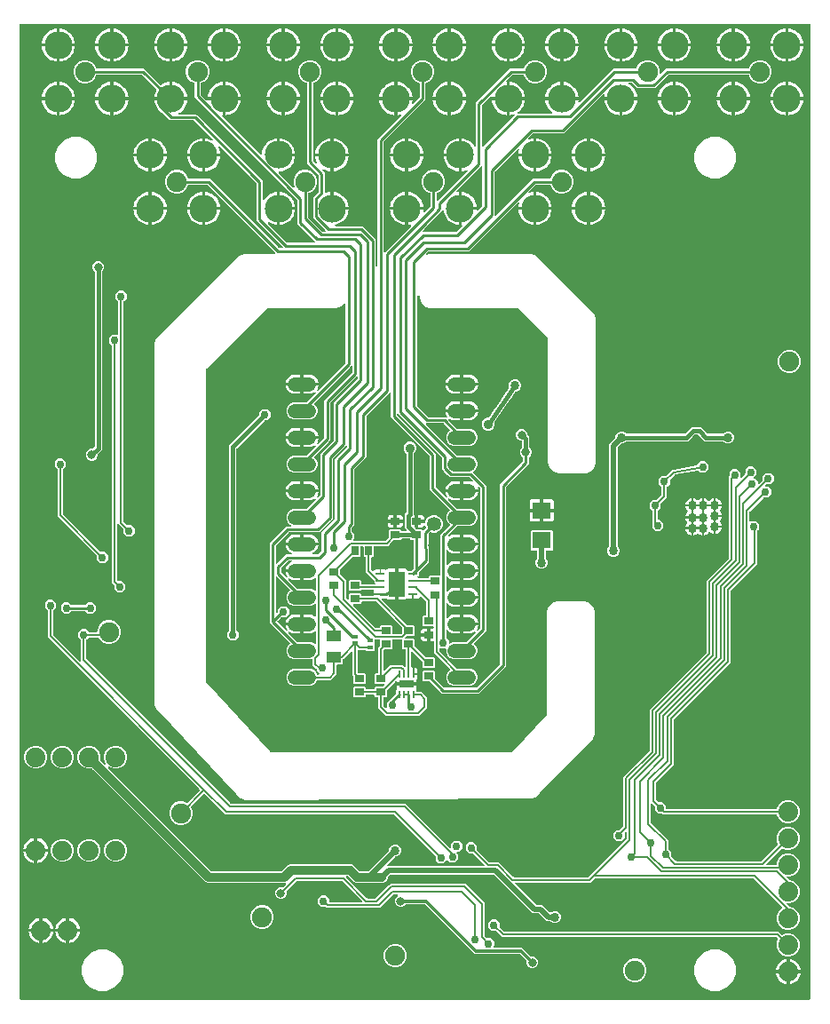
<source format=gbr>
G04 EAGLE Gerber RS-274X export*
G75*
%MOMM*%
%FSLAX34Y34*%
%LPD*%
%INBottom Copper*%
%IPPOS*%
%AMOC8*
5,1,8,0,0,1.08239X$1,22.5*%
G01*
%ADD10C,1.879600*%
%ADD11R,0.900000X0.700000*%
%ADD12R,0.806400X0.254000*%
%ADD13R,1.600200X2.387600*%
%ADD14C,0.858000*%
%ADD15R,0.250000X0.700000*%
%ADD16R,1.370000X0.640000*%
%ADD17R,0.700000X0.900000*%
%ADD18R,1.400000X1.100000*%
%ADD19R,0.600000X0.350000*%
%ADD20R,1.803000X1.600000*%
%ADD21C,1.905000*%
%ADD22C,2.667000*%
%ADD23C,1.320800*%
%ADD24C,0.756400*%
%ADD25C,0.203200*%
%ADD26C,0.806400*%
%ADD27C,0.406400*%
%ADD28C,0.254000*%
%ADD29C,0.856400*%
%ADD30C,0.508000*%
%ADD31C,0.812800*%
%ADD32C,0.304800*%
%ADD33C,0.906400*%
%ADD34C,1.350000*%

G36*
X764336Y939568D02*
X764336Y939568D01*
X764338Y939587D01*
X764316Y939689D01*
X764300Y939791D01*
X764290Y939808D01*
X764286Y939828D01*
X764233Y939917D01*
X764184Y940008D01*
X764170Y940022D01*
X764160Y940039D01*
X764081Y940106D01*
X764006Y940178D01*
X763988Y940186D01*
X763973Y940199D01*
X763877Y940238D01*
X763783Y940281D01*
X763763Y940283D01*
X763745Y940291D01*
X763578Y940309D01*
X10922Y940309D01*
X10902Y940306D01*
X10883Y940308D01*
X10781Y940286D01*
X10679Y940270D01*
X10662Y940260D01*
X10642Y940256D01*
X10553Y940203D01*
X10462Y940154D01*
X10448Y940140D01*
X10431Y940130D01*
X10364Y940051D01*
X10292Y939976D01*
X10284Y939958D01*
X10271Y939943D01*
X10232Y939847D01*
X10189Y939753D01*
X10187Y939733D01*
X10179Y939715D01*
X10161Y939548D01*
X10161Y10922D01*
X10164Y10902D01*
X10162Y10883D01*
X10184Y10781D01*
X10200Y10679D01*
X10210Y10662D01*
X10214Y10642D01*
X10267Y10553D01*
X10316Y10462D01*
X10330Y10448D01*
X10340Y10431D01*
X10419Y10364D01*
X10494Y10292D01*
X10512Y10284D01*
X10527Y10271D01*
X10623Y10232D01*
X10717Y10189D01*
X10737Y10187D01*
X10755Y10179D01*
X10922Y10161D01*
X763578Y10161D01*
X763598Y10164D01*
X763617Y10162D01*
X763719Y10184D01*
X763821Y10200D01*
X763838Y10210D01*
X763858Y10214D01*
X763947Y10267D01*
X764038Y10316D01*
X764052Y10330D01*
X764069Y10340D01*
X764136Y10419D01*
X764208Y10494D01*
X764216Y10512D01*
X764229Y10527D01*
X764268Y10623D01*
X764311Y10717D01*
X764313Y10737D01*
X764321Y10755D01*
X764339Y10922D01*
X764339Y939548D01*
X764336Y939568D01*
G37*
%LPC*%
G36*
X140170Y640205D02*
X140170Y640205D01*
X219585Y719620D01*
X223786Y721361D01*
X253190Y721361D01*
X253261Y721372D01*
X253333Y721374D01*
X253382Y721392D01*
X253433Y721400D01*
X253496Y721434D01*
X253564Y721459D01*
X253604Y721491D01*
X253650Y721516D01*
X253700Y721567D01*
X253756Y721612D01*
X253784Y721656D01*
X253820Y721694D01*
X253850Y721759D01*
X253889Y721819D01*
X253901Y721870D01*
X253923Y721917D01*
X253931Y721988D01*
X253949Y722058D01*
X253945Y722110D01*
X253950Y722161D01*
X253935Y722232D01*
X253930Y722303D01*
X253909Y722351D01*
X253898Y722402D01*
X253861Y722463D01*
X253833Y722529D01*
X253788Y722585D01*
X253772Y722613D01*
X253754Y722628D01*
X253728Y722660D01*
X253423Y722965D01*
X189466Y786922D01*
X189392Y786975D01*
X189323Y787035D01*
X189293Y787047D01*
X189267Y787066D01*
X189180Y787093D01*
X189095Y787127D01*
X189054Y787131D01*
X189032Y787138D01*
X188999Y787137D01*
X188928Y787145D01*
X171331Y787145D01*
X171216Y787126D01*
X171100Y787109D01*
X171095Y787107D01*
X171088Y787106D01*
X170986Y787051D01*
X170881Y786998D01*
X170877Y786993D01*
X170871Y786990D01*
X170791Y786906D01*
X170709Y786822D01*
X170705Y786816D01*
X170702Y786812D01*
X170694Y786795D01*
X170628Y786675D01*
X169387Y783681D01*
X166279Y780573D01*
X162218Y778890D01*
X157822Y778890D01*
X153761Y780573D01*
X150653Y783681D01*
X148970Y787742D01*
X148970Y792138D01*
X150653Y796199D01*
X153761Y799307D01*
X157822Y800990D01*
X162218Y800990D01*
X166279Y799307D01*
X169387Y796199D01*
X170628Y793205D01*
X170689Y793105D01*
X170749Y793005D01*
X170754Y793001D01*
X170757Y792996D01*
X170847Y792921D01*
X170936Y792845D01*
X170942Y792843D01*
X170947Y792839D01*
X171055Y792797D01*
X171164Y792753D01*
X171172Y792752D01*
X171177Y792751D01*
X171195Y792750D01*
X171331Y792735D01*
X191559Y792735D01*
X257376Y726918D01*
X257450Y726865D01*
X257519Y726805D01*
X257549Y726793D01*
X257575Y726774D01*
X257662Y726747D01*
X257747Y726713D01*
X257788Y726709D01*
X257810Y726702D01*
X257843Y726703D01*
X257914Y726695D01*
X260655Y726695D01*
X260726Y726706D01*
X260798Y726708D01*
X260847Y726726D01*
X260898Y726734D01*
X260961Y726768D01*
X261029Y726793D01*
X261069Y726825D01*
X261115Y726850D01*
X261165Y726902D01*
X261221Y726946D01*
X261249Y726990D01*
X261285Y727028D01*
X261315Y727093D01*
X261354Y727153D01*
X261366Y727204D01*
X261388Y727251D01*
X261396Y727322D01*
X261414Y727392D01*
X261410Y727444D01*
X261415Y727495D01*
X261400Y727566D01*
X261395Y727637D01*
X261374Y727685D01*
X261363Y727736D01*
X261326Y727797D01*
X261298Y727863D01*
X261253Y727919D01*
X261237Y727947D01*
X261219Y727962D01*
X261193Y727994D01*
X237825Y751362D01*
X235965Y753222D01*
X235965Y788467D01*
X235951Y788557D01*
X235943Y788648D01*
X235931Y788678D01*
X235926Y788710D01*
X235883Y788790D01*
X235847Y788874D01*
X235821Y788906D01*
X235810Y788927D01*
X235787Y788949D01*
X235742Y789005D01*
X200484Y824264D01*
X200464Y824278D01*
X200449Y824297D01*
X200365Y824350D01*
X200284Y824407D01*
X200261Y824415D01*
X200241Y824427D01*
X200144Y824451D01*
X200049Y824480D01*
X200025Y824479D01*
X200001Y824485D01*
X199902Y824476D01*
X199803Y824473D01*
X199780Y824465D01*
X199756Y824463D01*
X199666Y824423D01*
X199572Y824389D01*
X199553Y824374D01*
X199531Y824364D01*
X199458Y824298D01*
X199380Y824235D01*
X199367Y824215D01*
X199349Y824199D01*
X199301Y824112D01*
X199247Y824028D01*
X199241Y824005D01*
X199229Y823984D01*
X199211Y823886D01*
X199187Y823790D01*
X199189Y823766D01*
X199184Y823742D01*
X199198Y823644D01*
X199206Y823545D01*
X199215Y823523D01*
X199219Y823499D01*
X199286Y823345D01*
X199788Y822476D01*
X200584Y820553D01*
X201123Y818543D01*
X201331Y816962D01*
X187042Y816962D01*
X187042Y831251D01*
X188623Y831043D01*
X190633Y830504D01*
X192556Y829708D01*
X193425Y829206D01*
X193448Y829198D01*
X193467Y829184D01*
X193562Y829154D01*
X193655Y829119D01*
X193679Y829118D01*
X193702Y829111D01*
X193801Y829114D01*
X193901Y829110D01*
X193924Y829117D01*
X193948Y829118D01*
X194042Y829152D01*
X194137Y829180D01*
X194156Y829194D01*
X194179Y829202D01*
X194257Y829264D01*
X194338Y829321D01*
X194352Y829341D01*
X194371Y829356D01*
X194425Y829439D01*
X194484Y829519D01*
X194491Y829542D01*
X194504Y829563D01*
X194528Y829659D01*
X194559Y829754D01*
X194558Y829778D01*
X194564Y829801D01*
X194556Y829900D01*
X194555Y830000D01*
X194547Y830022D01*
X194545Y830046D01*
X194506Y830138D01*
X194473Y830232D01*
X194458Y830251D01*
X194449Y830273D01*
X194344Y830404D01*
X176583Y848164D01*
X176509Y848217D01*
X176440Y848277D01*
X176410Y848289D01*
X176384Y848308D01*
X176297Y848335D01*
X176212Y848369D01*
X176171Y848373D01*
X176149Y848380D01*
X176116Y848379D01*
X176045Y848387D01*
X153352Y848387D01*
X146349Y855390D01*
X146337Y855399D01*
X146327Y855412D01*
X146192Y855511D01*
X145367Y855987D01*
X143716Y857254D01*
X142244Y858726D01*
X140977Y860377D01*
X139937Y862179D01*
X139141Y864102D01*
X138602Y866112D01*
X138394Y867693D01*
X141506Y867693D01*
X141526Y867696D01*
X141545Y867694D01*
X141647Y867716D01*
X141749Y867733D01*
X141766Y867742D01*
X141786Y867746D01*
X141875Y867799D01*
X141966Y867848D01*
X141980Y867862D01*
X141997Y867872D01*
X142064Y867951D01*
X142136Y868026D01*
X142144Y868044D01*
X142157Y868059D01*
X142196Y868155D01*
X142239Y868249D01*
X142241Y868269D01*
X142249Y868287D01*
X142267Y868454D01*
X142267Y869978D01*
X142264Y869998D01*
X142266Y870017D01*
X142244Y870119D01*
X142228Y870221D01*
X142218Y870238D01*
X142214Y870258D01*
X142161Y870347D01*
X142112Y870438D01*
X142098Y870452D01*
X142088Y870469D01*
X142009Y870536D01*
X141934Y870607D01*
X141916Y870616D01*
X141901Y870629D01*
X141805Y870668D01*
X141711Y870711D01*
X141691Y870713D01*
X141673Y870721D01*
X141506Y870739D01*
X138394Y870739D01*
X138602Y872320D01*
X139141Y874330D01*
X139937Y876253D01*
X140453Y877147D01*
X140469Y877188D01*
X140492Y877225D01*
X140512Y877302D01*
X140540Y877377D01*
X140542Y877421D01*
X140552Y877463D01*
X140546Y877543D01*
X140549Y877623D01*
X140537Y877665D01*
X140533Y877708D01*
X140502Y877782D01*
X140479Y877858D01*
X140454Y877894D01*
X140437Y877935D01*
X140346Y878048D01*
X140338Y878060D01*
X140335Y878062D01*
X140332Y878066D01*
X126700Y891697D01*
X126626Y891750D01*
X126557Y891810D01*
X126527Y891822D01*
X126501Y891841D01*
X126414Y891868D01*
X126329Y891902D01*
X126288Y891906D01*
X126266Y891913D01*
X126233Y891912D01*
X126162Y891920D01*
X83701Y891920D01*
X83586Y891901D01*
X83470Y891884D01*
X83465Y891882D01*
X83458Y891881D01*
X83356Y891826D01*
X83251Y891773D01*
X83247Y891768D01*
X83241Y891765D01*
X83161Y891681D01*
X83079Y891597D01*
X83075Y891591D01*
X83072Y891587D01*
X83064Y891570D01*
X82998Y891450D01*
X81757Y888456D01*
X78649Y885348D01*
X74588Y883665D01*
X70192Y883665D01*
X66131Y885348D01*
X63023Y888456D01*
X61340Y892517D01*
X61340Y896913D01*
X63023Y900974D01*
X66131Y904082D01*
X70192Y905765D01*
X74588Y905765D01*
X78649Y904082D01*
X81757Y900974D01*
X82998Y897980D01*
X83059Y897880D01*
X83119Y897780D01*
X83124Y897776D01*
X83127Y897771D01*
X83217Y897696D01*
X83306Y897620D01*
X83312Y897618D01*
X83317Y897614D01*
X83425Y897572D01*
X83534Y897528D01*
X83542Y897527D01*
X83547Y897526D01*
X83565Y897525D01*
X83701Y897510D01*
X128793Y897510D01*
X144041Y882261D01*
X144117Y882207D01*
X144188Y882147D01*
X144216Y882135D01*
X144241Y882118D01*
X144330Y882090D01*
X144417Y882056D01*
X144447Y882054D01*
X144476Y882045D01*
X144569Y882048D01*
X144662Y882043D01*
X144691Y882051D01*
X144722Y882052D01*
X144809Y882084D01*
X144899Y882109D01*
X144932Y882129D01*
X144953Y882136D01*
X144978Y882157D01*
X145043Y882196D01*
X145367Y882445D01*
X147169Y883485D01*
X149092Y884281D01*
X151102Y884820D01*
X152683Y885028D01*
X152683Y869978D01*
X152686Y869958D01*
X152684Y869939D01*
X152706Y869837D01*
X152723Y869735D01*
X152732Y869718D01*
X152736Y869698D01*
X152789Y869609D01*
X152838Y869518D01*
X152852Y869504D01*
X152862Y869487D01*
X152941Y869420D01*
X153016Y869349D01*
X153034Y869340D01*
X153049Y869327D01*
X153145Y869289D01*
X153239Y869245D01*
X153259Y869243D01*
X153277Y869235D01*
X153444Y869217D01*
X154207Y869217D01*
X154207Y868454D01*
X154210Y868434D01*
X154208Y868415D01*
X154230Y868313D01*
X154247Y868211D01*
X154256Y868194D01*
X154260Y868174D01*
X154313Y868085D01*
X154362Y867994D01*
X154376Y867980D01*
X154386Y867963D01*
X154465Y867896D01*
X154540Y867825D01*
X154558Y867816D01*
X154573Y867803D01*
X154669Y867764D01*
X154763Y867721D01*
X154783Y867719D01*
X154801Y867711D01*
X154968Y867693D01*
X170018Y867693D01*
X169810Y866112D01*
X169271Y864102D01*
X168475Y862179D01*
X167435Y860377D01*
X166168Y858726D01*
X164696Y857254D01*
X163045Y855988D01*
X162023Y855397D01*
X161985Y855367D01*
X161943Y855344D01*
X161891Y855290D01*
X161832Y855241D01*
X161807Y855201D01*
X161774Y855166D01*
X161742Y855097D01*
X161702Y855033D01*
X161690Y854987D01*
X161670Y854943D01*
X161662Y854868D01*
X161644Y854794D01*
X161648Y854746D01*
X161643Y854699D01*
X161659Y854624D01*
X161666Y854549D01*
X161685Y854505D01*
X161695Y854458D01*
X161734Y854393D01*
X161765Y854324D01*
X161797Y854288D01*
X161821Y854247D01*
X161879Y854198D01*
X161930Y854142D01*
X161972Y854118D01*
X162008Y854087D01*
X162079Y854059D01*
X162145Y854022D01*
X162192Y854013D01*
X162237Y853995D01*
X162365Y853981D01*
X162387Y853977D01*
X162393Y853978D01*
X162403Y853977D01*
X178676Y853977D01*
X241555Y791098D01*
X241555Y772516D01*
X241562Y772469D01*
X241561Y772421D01*
X241582Y772349D01*
X241594Y772274D01*
X241617Y772231D01*
X241631Y772185D01*
X241674Y772123D01*
X241710Y772056D01*
X241744Y772023D01*
X241772Y771984D01*
X241833Y771939D01*
X241888Y771887D01*
X241931Y771867D01*
X241970Y771838D01*
X242042Y771815D01*
X242111Y771783D01*
X242159Y771778D01*
X242204Y771763D01*
X242280Y771765D01*
X242355Y771756D01*
X242402Y771766D01*
X242450Y771767D01*
X242522Y771792D01*
X242596Y771809D01*
X242637Y771833D01*
X242682Y771849D01*
X242742Y771896D01*
X242807Y771935D01*
X242838Y771971D01*
X242876Y772001D01*
X242952Y772105D01*
X242967Y772122D01*
X242969Y772128D01*
X242975Y772136D01*
X243636Y773280D01*
X244903Y774931D01*
X246374Y776403D01*
X248025Y777670D01*
X249827Y778710D01*
X251750Y779506D01*
X253760Y780045D01*
X255341Y780253D01*
X255341Y765203D01*
X255344Y765183D01*
X255342Y765164D01*
X255364Y765062D01*
X255381Y764960D01*
X255390Y764943D01*
X255394Y764923D01*
X255448Y764834D01*
X255496Y764743D01*
X255510Y764729D01*
X255521Y764712D01*
X255599Y764645D01*
X255674Y764574D01*
X255692Y764565D01*
X255707Y764552D01*
X255804Y764514D01*
X255897Y764470D01*
X255917Y764468D01*
X255936Y764460D01*
X256102Y764442D01*
X256865Y764442D01*
X256865Y764440D01*
X256102Y764440D01*
X256083Y764437D01*
X256063Y764439D01*
X255962Y764417D01*
X255860Y764400D01*
X255842Y764391D01*
X255823Y764387D01*
X255733Y764334D01*
X255642Y764285D01*
X255629Y764271D01*
X255611Y764261D01*
X255544Y764182D01*
X255473Y764107D01*
X255464Y764089D01*
X255451Y764074D01*
X255413Y763978D01*
X255369Y763884D01*
X255367Y763864D01*
X255360Y763846D01*
X255341Y763679D01*
X255341Y748629D01*
X253760Y748837D01*
X251750Y749376D01*
X249827Y750172D01*
X248025Y751212D01*
X248019Y751217D01*
X247989Y751234D01*
X247982Y751237D01*
X247980Y751238D01*
X247954Y751252D01*
X247894Y751295D01*
X247846Y751310D01*
X247802Y751334D01*
X247729Y751346D01*
X247659Y751368D01*
X247609Y751366D01*
X247560Y751375D01*
X247487Y751363D01*
X247413Y751361D01*
X247366Y751344D01*
X247317Y751336D01*
X247251Y751302D01*
X247182Y751277D01*
X247143Y751246D01*
X247099Y751223D01*
X247047Y751169D01*
X246990Y751123D01*
X246963Y751081D01*
X246928Y751045D01*
X246897Y750979D01*
X246857Y750916D01*
X246845Y750868D01*
X246823Y750823D01*
X246815Y750749D01*
X246797Y750678D01*
X246801Y750628D01*
X246795Y750578D01*
X246810Y750506D01*
X246816Y750433D01*
X246835Y750387D01*
X246846Y750338D01*
X246883Y750274D01*
X246912Y750206D01*
X246955Y750153D01*
X246971Y750126D01*
X246996Y750102D01*
X247017Y750075D01*
X265095Y731998D01*
X265169Y731945D01*
X265238Y731885D01*
X265268Y731873D01*
X265294Y731854D01*
X265381Y731827D01*
X265466Y731793D01*
X265507Y731789D01*
X265529Y731782D01*
X265562Y731783D01*
X265633Y731775D01*
X291120Y731775D01*
X291191Y731786D01*
X291263Y731788D01*
X291312Y731806D01*
X291363Y731814D01*
X291426Y731848D01*
X291494Y731873D01*
X291534Y731905D01*
X291580Y731930D01*
X291630Y731982D01*
X291686Y732026D01*
X291714Y732070D01*
X291750Y732108D01*
X291780Y732173D01*
X291819Y732233D01*
X291832Y732284D01*
X291853Y732331D01*
X291861Y732402D01*
X291879Y732472D01*
X291875Y732524D01*
X291881Y732575D01*
X291865Y732646D01*
X291860Y732717D01*
X291839Y732765D01*
X291828Y732816D01*
X291791Y732877D01*
X291763Y732943D01*
X291719Y732999D01*
X291702Y733027D01*
X291684Y733042D01*
X291659Y733074D01*
X276941Y747792D01*
X275081Y749652D01*
X275081Y772261D01*
X275067Y772351D01*
X275059Y772442D01*
X275047Y772472D01*
X275042Y772504D01*
X274999Y772585D01*
X274963Y772668D01*
X274937Y772701D01*
X274926Y772721D01*
X274903Y772743D01*
X274858Y772799D01*
X176910Y870747D01*
X176910Y883404D01*
X176891Y883519D01*
X176874Y883635D01*
X176872Y883640D01*
X176871Y883647D01*
X176816Y883749D01*
X176763Y883854D01*
X176758Y883858D01*
X176755Y883864D01*
X176671Y883944D01*
X176587Y884026D01*
X176581Y884030D01*
X176577Y884033D01*
X176560Y884041D01*
X176440Y884107D01*
X173446Y885348D01*
X170338Y888456D01*
X168655Y892517D01*
X168655Y896913D01*
X170338Y900974D01*
X173446Y904082D01*
X177507Y905765D01*
X181903Y905765D01*
X185964Y904082D01*
X189072Y900974D01*
X190755Y896913D01*
X190755Y892517D01*
X189072Y888456D01*
X185964Y885348D01*
X182970Y884107D01*
X182870Y884046D01*
X182770Y883986D01*
X182766Y883981D01*
X182761Y883978D01*
X182686Y883888D01*
X182610Y883799D01*
X182608Y883793D01*
X182604Y883788D01*
X182562Y883680D01*
X182518Y883571D01*
X182517Y883563D01*
X182516Y883558D01*
X182515Y883540D01*
X182500Y883404D01*
X182500Y873378D01*
X182514Y873288D01*
X182522Y873197D01*
X182534Y873167D01*
X182539Y873135D01*
X182582Y873055D01*
X182618Y872971D01*
X182644Y872939D01*
X182655Y872918D01*
X182678Y872896D01*
X182723Y872840D01*
X188037Y867526D01*
X188135Y867455D01*
X188233Y867384D01*
X188235Y867383D01*
X188237Y867382D01*
X188351Y867347D01*
X188468Y867310D01*
X188470Y867310D01*
X188472Y867310D01*
X188592Y867313D01*
X188714Y867315D01*
X188716Y867316D01*
X188718Y867316D01*
X188831Y867358D01*
X188945Y867399D01*
X188947Y867400D01*
X188949Y867401D01*
X189043Y867476D01*
X189138Y867551D01*
X189139Y867553D01*
X189141Y867554D01*
X189207Y867657D01*
X189230Y867693D01*
X203681Y867693D01*
X203681Y853251D01*
X203678Y853251D01*
X203677Y853249D01*
X203675Y853249D01*
X203580Y853172D01*
X203486Y853097D01*
X203485Y853095D01*
X203484Y853094D01*
X203418Y852990D01*
X203353Y852890D01*
X203353Y852888D01*
X203352Y852886D01*
X203323Y852768D01*
X203293Y852651D01*
X203294Y852649D01*
X203293Y852647D01*
X203303Y852525D01*
X203312Y852406D01*
X203313Y852404D01*
X203313Y852402D01*
X203363Y852287D01*
X203409Y852180D01*
X203410Y852178D01*
X203411Y852176D01*
X203416Y852170D01*
X203514Y852049D01*
X239689Y815873D01*
X239747Y815832D01*
X239799Y815782D01*
X239847Y815760D01*
X239889Y815730D01*
X239957Y815709D01*
X240022Y815679D01*
X240074Y815673D01*
X240124Y815658D01*
X240196Y815659D01*
X240267Y815651D01*
X240318Y815663D01*
X240370Y815664D01*
X240437Y815689D01*
X240507Y815704D01*
X240552Y815730D01*
X240601Y815748D01*
X240657Y815793D01*
X240718Y815830D01*
X240752Y815869D01*
X240793Y815902D01*
X240832Y815962D01*
X240878Y816017D01*
X240898Y816065D01*
X240926Y816109D01*
X240943Y816178D01*
X240970Y816245D01*
X240978Y816316D01*
X240986Y816347D01*
X240984Y816371D01*
X240989Y816412D01*
X240989Y816479D01*
X241260Y818543D01*
X241799Y820553D01*
X242595Y822476D01*
X243636Y824278D01*
X244903Y825929D01*
X246374Y827401D01*
X248025Y828668D01*
X249827Y829708D01*
X251750Y830504D01*
X253760Y831043D01*
X255341Y831251D01*
X255341Y816201D01*
X255344Y816181D01*
X255342Y816162D01*
X255364Y816060D01*
X255381Y815958D01*
X255390Y815941D01*
X255394Y815921D01*
X255448Y815832D01*
X255496Y815741D01*
X255510Y815727D01*
X255521Y815710D01*
X255599Y815643D01*
X255674Y815572D01*
X255692Y815563D01*
X255707Y815550D01*
X255804Y815512D01*
X255897Y815468D01*
X255917Y815466D01*
X255936Y815458D01*
X256102Y815440D01*
X256865Y815440D01*
X256865Y814677D01*
X256868Y814657D01*
X256866Y814638D01*
X256888Y814536D01*
X256905Y814434D01*
X256914Y814417D01*
X256918Y814397D01*
X256972Y814308D01*
X257020Y814217D01*
X257034Y814203D01*
X257045Y814186D01*
X257123Y814119D01*
X257198Y814048D01*
X257216Y814039D01*
X257232Y814026D01*
X257328Y813987D01*
X257421Y813944D01*
X257441Y813942D01*
X257460Y813934D01*
X257626Y813916D01*
X272676Y813916D01*
X272468Y812335D01*
X271930Y810325D01*
X271133Y808402D01*
X270093Y806600D01*
X268826Y804949D01*
X267354Y803477D01*
X265703Y802210D01*
X263901Y801170D01*
X261978Y800374D01*
X259968Y799835D01*
X257905Y799563D01*
X257837Y799563D01*
X257766Y799552D01*
X257695Y799550D01*
X257646Y799532D01*
X257594Y799524D01*
X257531Y799490D01*
X257464Y799465D01*
X257423Y799433D01*
X257377Y799408D01*
X257328Y799357D01*
X257272Y799312D01*
X257243Y799268D01*
X257208Y799230D01*
X257177Y799165D01*
X257139Y799105D01*
X257126Y799054D01*
X257104Y799007D01*
X257096Y798936D01*
X257078Y798866D01*
X257083Y798814D01*
X257077Y798763D01*
X257092Y798692D01*
X257098Y798621D01*
X257118Y798573D01*
X257129Y798522D01*
X257166Y798461D01*
X257194Y798395D01*
X257239Y798339D01*
X257255Y798311D01*
X257273Y798296D01*
X257299Y798264D01*
X271078Y784485D01*
X271157Y784428D01*
X271232Y784366D01*
X271256Y784357D01*
X271277Y784341D01*
X271370Y784313D01*
X271461Y784278D01*
X271487Y784277D01*
X271512Y784269D01*
X271610Y784272D01*
X271707Y784267D01*
X271732Y784275D01*
X271758Y784275D01*
X271850Y784309D01*
X271943Y784336D01*
X271965Y784351D01*
X271989Y784360D01*
X272065Y784421D01*
X272145Y784476D01*
X272161Y784497D01*
X272181Y784514D01*
X272234Y784595D01*
X272292Y784674D01*
X272300Y784698D01*
X272314Y784720D01*
X272338Y784815D01*
X272368Y784907D01*
X272368Y784934D01*
X272374Y784959D01*
X272367Y785056D01*
X272366Y785153D01*
X272357Y785185D01*
X272355Y785204D01*
X272342Y785234D01*
X272319Y785315D01*
X271314Y787742D01*
X271314Y792138D01*
X272996Y796199D01*
X276104Y799307D01*
X280165Y800990D01*
X284561Y800990D01*
X288623Y799307D01*
X291731Y796199D01*
X293413Y792138D01*
X293413Y787742D01*
X291731Y783681D01*
X288623Y780573D01*
X285628Y779332D01*
X285529Y779271D01*
X285428Y779211D01*
X285424Y779206D01*
X285419Y779203D01*
X285345Y779113D01*
X285268Y779024D01*
X285266Y779018D01*
X285262Y779013D01*
X285221Y778905D01*
X285177Y778796D01*
X285176Y778788D01*
X285174Y778783D01*
X285173Y778765D01*
X285158Y778629D01*
X285158Y756082D01*
X285173Y755992D01*
X285180Y755901D01*
X285193Y755871D01*
X285198Y755840D01*
X285241Y755759D01*
X285276Y755675D01*
X285302Y755643D01*
X285313Y755622D01*
X285336Y755600D01*
X285381Y755544D01*
X298607Y742318D01*
X298681Y742265D01*
X298750Y742206D01*
X298780Y742193D01*
X298807Y742175D01*
X298894Y742148D01*
X298978Y742114D01*
X299019Y742109D01*
X299042Y742102D01*
X299074Y742103D01*
X299145Y742095D01*
X301185Y742095D01*
X301255Y742107D01*
X301327Y742109D01*
X301376Y742126D01*
X301428Y742135D01*
X301491Y742168D01*
X301558Y742193D01*
X301599Y742226D01*
X301645Y742250D01*
X301694Y742302D01*
X301750Y742347D01*
X301778Y742391D01*
X301814Y742428D01*
X301844Y742493D01*
X301883Y742554D01*
X301896Y742604D01*
X301918Y742651D01*
X301926Y742723D01*
X301943Y742792D01*
X301939Y742844D01*
X301945Y742896D01*
X301930Y742966D01*
X301924Y743037D01*
X301904Y743085D01*
X301893Y743136D01*
X301856Y743198D01*
X301828Y743264D01*
X301783Y743320D01*
X301767Y743347D01*
X301749Y743363D01*
X301723Y743395D01*
X301418Y743700D01*
X289785Y755332D01*
X289785Y774969D01*
X295051Y780235D01*
X295104Y780309D01*
X295164Y780378D01*
X295176Y780408D01*
X295195Y780434D01*
X295222Y780521D01*
X295256Y780606D01*
X295260Y780647D01*
X295267Y780669D01*
X295266Y780702D01*
X295274Y780773D01*
X295274Y796110D01*
X295260Y796200D01*
X295252Y796291D01*
X295240Y796321D01*
X295235Y796353D01*
X295192Y796433D01*
X295156Y796517D01*
X295130Y796549D01*
X295119Y796570D01*
X295096Y796592D01*
X295051Y796648D01*
X284225Y807474D01*
X284225Y883404D01*
X284206Y883519D01*
X284189Y883635D01*
X284187Y883640D01*
X284186Y883647D01*
X284131Y883749D01*
X284078Y883854D01*
X284073Y883858D01*
X284070Y883864D01*
X283986Y883944D01*
X283902Y884026D01*
X283896Y884030D01*
X283892Y884033D01*
X283875Y884041D01*
X283755Y884107D01*
X280761Y885348D01*
X277653Y888456D01*
X275970Y892517D01*
X275970Y896913D01*
X277653Y900974D01*
X280761Y904082D01*
X284822Y905765D01*
X289218Y905765D01*
X293279Y904082D01*
X296387Y900974D01*
X298070Y896913D01*
X298070Y892517D01*
X296387Y888456D01*
X293279Y885348D01*
X290285Y884107D01*
X290185Y884046D01*
X290085Y883986D01*
X290081Y883981D01*
X290076Y883978D01*
X290001Y883888D01*
X289925Y883799D01*
X289923Y883793D01*
X289919Y883788D01*
X289877Y883680D01*
X289833Y883571D01*
X289832Y883563D01*
X289831Y883558D01*
X289830Y883540D01*
X289815Y883404D01*
X289815Y810105D01*
X289829Y810015D01*
X289837Y809924D01*
X289849Y809894D01*
X289854Y809862D01*
X289897Y809781D01*
X289933Y809697D01*
X289959Y809665D01*
X289970Y809645D01*
X289993Y809622D01*
X290038Y809567D01*
X292771Y806833D01*
X292791Y806819D01*
X292806Y806800D01*
X292891Y806747D01*
X292971Y806689D01*
X292994Y806682D01*
X293014Y806670D01*
X293111Y806646D01*
X293206Y806617D01*
X293230Y806618D01*
X293254Y806612D01*
X293353Y806621D01*
X293452Y806623D01*
X293475Y806632D01*
X293499Y806634D01*
X293590Y806674D01*
X293683Y806708D01*
X293702Y806723D01*
X293724Y806733D01*
X293797Y806799D01*
X293875Y806862D01*
X293888Y806882D01*
X293906Y806898D01*
X293954Y806985D01*
X294008Y807068D01*
X294014Y807092D01*
X294026Y807113D01*
X294044Y807210D01*
X294068Y807307D01*
X294066Y807331D01*
X294071Y807355D01*
X294057Y807453D01*
X294049Y807552D01*
X294040Y807574D01*
X294036Y807598D01*
X293969Y807752D01*
X293593Y808402D01*
X292797Y810325D01*
X292258Y812335D01*
X292050Y813916D01*
X306339Y813916D01*
X306339Y799627D01*
X304758Y799835D01*
X302748Y800374D01*
X300826Y801170D01*
X300175Y801545D01*
X300153Y801554D01*
X300133Y801568D01*
X300038Y801597D01*
X299945Y801632D01*
X299921Y801633D01*
X299898Y801640D01*
X299799Y801638D01*
X299699Y801642D01*
X299676Y801635D01*
X299652Y801634D01*
X299559Y801600D01*
X299463Y801572D01*
X299444Y801558D01*
X299421Y801550D01*
X299343Y801487D01*
X299262Y801430D01*
X299248Y801411D01*
X299229Y801396D01*
X299175Y801312D01*
X299116Y801232D01*
X299109Y801209D01*
X299096Y801189D01*
X299072Y801092D01*
X299042Y800998D01*
X299042Y800974D01*
X299036Y800950D01*
X299044Y800851D01*
X299045Y800752D01*
X299053Y800729D01*
X299055Y800705D01*
X299094Y800614D01*
X299127Y800520D01*
X299142Y800501D01*
X299151Y800479D01*
X299256Y800348D01*
X300864Y798740D01*
X300864Y779865D01*
X300871Y779820D01*
X300869Y779774D01*
X300891Y779699D01*
X300903Y779622D01*
X300925Y779582D01*
X300938Y779538D01*
X300982Y779474D01*
X301019Y779405D01*
X301052Y779373D01*
X301078Y779336D01*
X301140Y779289D01*
X301197Y779236D01*
X301239Y779216D01*
X301275Y779189D01*
X301349Y779165D01*
X301420Y779132D01*
X301466Y779127D01*
X301509Y779113D01*
X301587Y779113D01*
X301664Y779105D01*
X301709Y779115D01*
X301755Y779115D01*
X301887Y779153D01*
X301905Y779157D01*
X301909Y779160D01*
X301916Y779162D01*
X302748Y779506D01*
X304758Y780045D01*
X306339Y780253D01*
X306339Y765203D01*
X306342Y765183D01*
X306340Y765164D01*
X306362Y765062D01*
X306379Y764960D01*
X306388Y764943D01*
X306392Y764923D01*
X306446Y764834D01*
X306494Y764743D01*
X306508Y764729D01*
X306519Y764712D01*
X306597Y764645D01*
X306672Y764574D01*
X306690Y764565D01*
X306705Y764552D01*
X306802Y764514D01*
X306895Y764470D01*
X306915Y764468D01*
X306934Y764460D01*
X307100Y764442D01*
X307863Y764442D01*
X307863Y763679D01*
X307866Y763659D01*
X307864Y763640D01*
X307886Y763538D01*
X307903Y763436D01*
X307912Y763419D01*
X307916Y763399D01*
X307970Y763310D01*
X308018Y763219D01*
X308032Y763205D01*
X308043Y763188D01*
X308121Y763121D01*
X308196Y763050D01*
X308214Y763041D01*
X308230Y763028D01*
X308326Y762989D01*
X308419Y762946D01*
X308439Y762944D01*
X308458Y762936D01*
X308624Y762918D01*
X323674Y762918D01*
X323466Y761337D01*
X322928Y759327D01*
X322131Y757404D01*
X321091Y755602D01*
X319824Y753951D01*
X318352Y752479D01*
X316701Y751212D01*
X314899Y750172D01*
X312976Y749376D01*
X311298Y748926D01*
X311276Y748916D01*
X311252Y748912D01*
X311164Y748865D01*
X311073Y748825D01*
X311056Y748808D01*
X311035Y748797D01*
X310966Y748725D01*
X310893Y748657D01*
X310882Y748636D01*
X310865Y748618D01*
X310823Y748528D01*
X310776Y748441D01*
X310772Y748417D01*
X310762Y748395D01*
X310751Y748297D01*
X310733Y748199D01*
X310737Y748175D01*
X310734Y748151D01*
X310755Y748054D01*
X310771Y747956D01*
X310782Y747934D01*
X310787Y747911D01*
X310838Y747825D01*
X310883Y747737D01*
X310900Y747720D01*
X310913Y747699D01*
X310988Y747635D01*
X311060Y747566D01*
X311081Y747555D01*
X311100Y747540D01*
X311192Y747502D01*
X311282Y747460D01*
X311306Y747457D01*
X311328Y747448D01*
X311495Y747429D01*
X337293Y747429D01*
X349505Y735218D01*
X349505Y709930D01*
X349508Y709910D01*
X349506Y709891D01*
X349528Y709789D01*
X349544Y709687D01*
X349554Y709670D01*
X349558Y709650D01*
X349611Y709561D01*
X349660Y709470D01*
X349674Y709456D01*
X349684Y709439D01*
X349763Y709372D01*
X349838Y709301D01*
X349856Y709292D01*
X349871Y709279D01*
X349967Y709240D01*
X350061Y709197D01*
X350081Y709195D01*
X350099Y709187D01*
X350266Y709169D01*
X350774Y709169D01*
X350794Y709172D01*
X350813Y709170D01*
X350915Y709192D01*
X351017Y709209D01*
X351034Y709218D01*
X351054Y709222D01*
X351143Y709275D01*
X351234Y709324D01*
X351248Y709338D01*
X351265Y709348D01*
X351332Y709427D01*
X351404Y709502D01*
X351412Y709520D01*
X351425Y709535D01*
X351464Y709631D01*
X351507Y709725D01*
X351509Y709745D01*
X351517Y709763D01*
X351535Y709930D01*
X351535Y830369D01*
X373809Y852642D01*
X373837Y852681D01*
X373872Y852714D01*
X373908Y852780D01*
X373952Y852842D01*
X373966Y852888D01*
X373989Y852930D01*
X374002Y853005D01*
X374025Y853077D01*
X374023Y853125D01*
X374032Y853172D01*
X374020Y853247D01*
X374018Y853323D01*
X374002Y853368D01*
X373995Y853415D01*
X373960Y853482D01*
X373934Y853554D01*
X373904Y853591D01*
X373882Y853634D01*
X373827Y853687D01*
X373780Y853746D01*
X373740Y853772D01*
X373705Y853805D01*
X373637Y853838D01*
X373573Y853879D01*
X373527Y853891D01*
X373483Y853911D01*
X373408Y853920D01*
X373335Y853939D01*
X373287Y853935D01*
X373239Y853941D01*
X373111Y853921D01*
X373089Y853920D01*
X373083Y853917D01*
X373073Y853916D01*
X371940Y853612D01*
X370359Y853404D01*
X370359Y867693D01*
X384648Y867693D01*
X384440Y866112D01*
X384136Y864979D01*
X384132Y864931D01*
X384117Y864885D01*
X384119Y864809D01*
X384112Y864734D01*
X384123Y864687D01*
X384124Y864639D01*
X384150Y864568D01*
X384167Y864494D01*
X384192Y864453D01*
X384208Y864408D01*
X384256Y864349D01*
X384295Y864284D01*
X384332Y864254D01*
X384362Y864216D01*
X384426Y864175D01*
X384484Y864126D01*
X384529Y864109D01*
X384569Y864083D01*
X384642Y864065D01*
X384713Y864037D01*
X384761Y864035D01*
X384807Y864023D01*
X384883Y864029D01*
X384959Y864025D01*
X385005Y864038D01*
X385053Y864042D01*
X385122Y864072D01*
X385195Y864093D01*
X385235Y864120D01*
X385279Y864138D01*
X385380Y864219D01*
X385398Y864232D01*
X385402Y864237D01*
X385410Y864243D01*
X391317Y870151D01*
X391370Y870225D01*
X391430Y870294D01*
X391442Y870324D01*
X391461Y870350D01*
X391488Y870437D01*
X391522Y870522D01*
X391526Y870563D01*
X391533Y870585D01*
X391532Y870618D01*
X391540Y870689D01*
X391540Y883404D01*
X391521Y883519D01*
X391504Y883635D01*
X391502Y883640D01*
X391501Y883647D01*
X391446Y883749D01*
X391393Y883854D01*
X391388Y883858D01*
X391385Y883864D01*
X391301Y883944D01*
X391217Y884026D01*
X391211Y884030D01*
X391207Y884033D01*
X391190Y884041D01*
X391070Y884107D01*
X388076Y885348D01*
X384968Y888456D01*
X383285Y892517D01*
X383285Y896913D01*
X384968Y900974D01*
X388076Y904082D01*
X392137Y905765D01*
X396533Y905765D01*
X400594Y904082D01*
X403702Y900974D01*
X405385Y896913D01*
X405385Y892517D01*
X403702Y888456D01*
X400594Y885348D01*
X397600Y884107D01*
X397500Y884046D01*
X397400Y883986D01*
X397396Y883981D01*
X397391Y883978D01*
X397316Y883888D01*
X397240Y883799D01*
X397238Y883793D01*
X397234Y883788D01*
X397192Y883680D01*
X397148Y883571D01*
X397147Y883563D01*
X397146Y883558D01*
X397145Y883540D01*
X397130Y883404D01*
X397130Y868058D01*
X357348Y828276D01*
X357295Y828202D01*
X357235Y828133D01*
X357223Y828103D01*
X357204Y828077D01*
X357177Y827990D01*
X357143Y827905D01*
X357139Y827864D01*
X357132Y827842D01*
X357133Y827809D01*
X357125Y827738D01*
X357125Y723595D01*
X357136Y723524D01*
X357138Y723452D01*
X357156Y723403D01*
X357164Y723352D01*
X357198Y723289D01*
X357223Y723221D01*
X357255Y723181D01*
X357280Y723135D01*
X357332Y723085D01*
X357376Y723029D01*
X357420Y723001D01*
X357458Y722965D01*
X357523Y722935D01*
X357583Y722896D01*
X357634Y722884D01*
X357681Y722862D01*
X357752Y722854D01*
X357822Y722836D01*
X357874Y722840D01*
X357925Y722835D01*
X357996Y722850D01*
X358067Y722855D01*
X358115Y722876D01*
X358166Y722887D01*
X358227Y722924D01*
X358293Y722952D01*
X358349Y722997D01*
X358377Y723013D01*
X358392Y723031D01*
X358424Y723057D01*
X382906Y747538D01*
X382975Y747635D01*
X383048Y747734D01*
X383048Y747736D01*
X383049Y747738D01*
X383084Y747852D01*
X383121Y747969D01*
X383121Y747971D01*
X383122Y747973D01*
X383119Y748094D01*
X383116Y748215D01*
X383115Y748217D01*
X383115Y748219D01*
X383075Y748329D01*
X383033Y748446D01*
X383032Y748448D01*
X383031Y748450D01*
X382956Y748543D01*
X382880Y748639D01*
X382879Y748640D01*
X382877Y748642D01*
X382775Y748708D01*
X382674Y748773D01*
X382672Y748774D01*
X382670Y748775D01*
X382554Y748804D01*
X382436Y748835D01*
X382433Y748835D01*
X382432Y748835D01*
X382424Y748834D01*
X382268Y748831D01*
X380731Y748629D01*
X380731Y762918D01*
X395020Y762918D01*
X394817Y761380D01*
X394821Y761258D01*
X394824Y761139D01*
X394825Y761137D01*
X394825Y761135D01*
X394866Y761024D01*
X394909Y760908D01*
X394910Y760906D01*
X394911Y760904D01*
X394986Y760811D01*
X395062Y760716D01*
X395064Y760714D01*
X395066Y760713D01*
X395167Y760649D01*
X395269Y760583D01*
X395271Y760582D01*
X395273Y760581D01*
X395390Y760552D01*
X395508Y760523D01*
X395510Y760523D01*
X395512Y760522D01*
X395635Y760532D01*
X395753Y760542D01*
X395755Y760542D01*
X395757Y760543D01*
X395870Y760592D01*
X395979Y760638D01*
X395981Y760640D01*
X395983Y760640D01*
X395989Y760646D01*
X396110Y760743D01*
X401689Y766321D01*
X401742Y766395D01*
X401801Y766465D01*
X401814Y766495D01*
X401832Y766521D01*
X401859Y766608D01*
X401893Y766693D01*
X401898Y766734D01*
X401905Y766756D01*
X401904Y766788D01*
X401912Y766860D01*
X401912Y778629D01*
X401893Y778744D01*
X401876Y778860D01*
X401873Y778865D01*
X401872Y778872D01*
X401818Y778974D01*
X401765Y779079D01*
X401760Y779083D01*
X401757Y779089D01*
X401673Y779169D01*
X401589Y779251D01*
X401582Y779255D01*
X401579Y779258D01*
X401562Y779266D01*
X401442Y779332D01*
X398447Y780573D01*
X395339Y783681D01*
X393657Y787742D01*
X393657Y792138D01*
X395339Y796199D01*
X398447Y799307D01*
X402509Y800990D01*
X406905Y800990D01*
X410966Y799307D01*
X414074Y796199D01*
X415756Y792138D01*
X415756Y787742D01*
X414074Y783681D01*
X410966Y780573D01*
X407971Y779332D01*
X407872Y779271D01*
X407772Y779211D01*
X407768Y779206D01*
X407762Y779203D01*
X407688Y779113D01*
X407612Y779024D01*
X407609Y779018D01*
X407605Y779013D01*
X407564Y778905D01*
X407520Y778796D01*
X407519Y778788D01*
X407517Y778783D01*
X407516Y778765D01*
X407501Y778629D01*
X407501Y771862D01*
X407513Y771791D01*
X407515Y771720D01*
X407533Y771671D01*
X407541Y771619D01*
X407575Y771556D01*
X407599Y771489D01*
X407632Y771448D01*
X407656Y771402D01*
X407708Y771352D01*
X407753Y771296D01*
X407797Y771268D01*
X407835Y771232D01*
X407900Y771202D01*
X407960Y771163D01*
X408010Y771151D01*
X408058Y771129D01*
X408129Y771121D01*
X408198Y771103D01*
X408250Y771107D01*
X408302Y771102D01*
X408372Y771117D01*
X408444Y771123D01*
X408491Y771143D01*
X408542Y771154D01*
X408604Y771191D01*
X408670Y771219D01*
X408726Y771264D01*
X408754Y771280D01*
X408769Y771298D01*
X408801Y771324D01*
X409859Y772381D01*
X436934Y799457D01*
X436991Y799536D01*
X437053Y799611D01*
X437063Y799636D01*
X437078Y799657D01*
X437107Y799750D01*
X437141Y799841D01*
X437143Y799867D01*
X437150Y799892D01*
X437148Y799989D01*
X437152Y800087D01*
X437145Y800112D01*
X437144Y800138D01*
X437110Y800229D01*
X437083Y800323D01*
X437068Y800344D01*
X437059Y800369D01*
X436998Y800445D01*
X436943Y800525D01*
X436922Y800540D01*
X436906Y800561D01*
X436824Y800614D01*
X436746Y800672D01*
X436721Y800680D01*
X436699Y800694D01*
X436604Y800718D01*
X436512Y800748D01*
X436486Y800748D01*
X436460Y800754D01*
X436363Y800746D01*
X436266Y800745D01*
X436234Y800736D01*
X436215Y800735D01*
X436185Y800722D01*
X436105Y800699D01*
X435320Y800374D01*
X433310Y799835D01*
X431729Y799627D01*
X431729Y814677D01*
X431726Y814697D01*
X431728Y814716D01*
X431706Y814818D01*
X431689Y814920D01*
X431680Y814937D01*
X431676Y814957D01*
X431622Y815046D01*
X431574Y815137D01*
X431560Y815151D01*
X431549Y815168D01*
X431471Y815235D01*
X431396Y815306D01*
X431378Y815315D01*
X431362Y815328D01*
X431266Y815366D01*
X431173Y815410D01*
X431153Y815412D01*
X431134Y815420D01*
X430968Y815438D01*
X430205Y815438D01*
X430205Y815440D01*
X430968Y815440D01*
X430987Y815443D01*
X431007Y815441D01*
X431108Y815463D01*
X431210Y815480D01*
X431228Y815489D01*
X431247Y815493D01*
X431336Y815546D01*
X431428Y815595D01*
X431441Y815609D01*
X431459Y815619D01*
X431526Y815698D01*
X431597Y815773D01*
X431605Y815791D01*
X431618Y815806D01*
X431657Y815902D01*
X431701Y815996D01*
X431703Y816016D01*
X431710Y816034D01*
X431729Y816201D01*
X431729Y831251D01*
X433310Y831043D01*
X435320Y830504D01*
X437242Y829708D01*
X439045Y828668D01*
X440696Y827401D01*
X442167Y825929D01*
X443434Y824278D01*
X443777Y823684D01*
X443808Y823647D01*
X443830Y823604D01*
X443885Y823552D01*
X443933Y823493D01*
X443974Y823468D01*
X444008Y823435D01*
X444077Y823403D01*
X444141Y823363D01*
X444188Y823351D01*
X444232Y823331D01*
X444307Y823323D01*
X444381Y823305D01*
X444428Y823309D01*
X444476Y823304D01*
X444550Y823320D01*
X444626Y823327D01*
X444669Y823346D01*
X444716Y823356D01*
X444781Y823395D01*
X444851Y823426D01*
X444886Y823458D01*
X444927Y823483D01*
X444977Y823540D01*
X445033Y823591D01*
X445056Y823633D01*
X445087Y823669D01*
X445116Y823740D01*
X445153Y823806D01*
X445161Y823853D01*
X445179Y823898D01*
X445194Y824026D01*
X445198Y824048D01*
X445197Y824054D01*
X445198Y824064D01*
X445198Y865025D01*
X477682Y897510D01*
X490339Y897510D01*
X490454Y897529D01*
X490570Y897546D01*
X490575Y897548D01*
X490582Y897549D01*
X490684Y897604D01*
X490789Y897657D01*
X490793Y897662D01*
X490799Y897665D01*
X490879Y897749D01*
X490961Y897833D01*
X490965Y897839D01*
X490968Y897843D01*
X490976Y897859D01*
X491042Y897980D01*
X492283Y900974D01*
X495391Y904082D01*
X499452Y905765D01*
X503848Y905765D01*
X507909Y904082D01*
X511017Y900974D01*
X512700Y896913D01*
X512700Y892517D01*
X511017Y888456D01*
X507909Y885348D01*
X503848Y883665D01*
X499452Y883665D01*
X495391Y885348D01*
X492283Y888456D01*
X491042Y891450D01*
X490981Y891550D01*
X490921Y891650D01*
X490916Y891654D01*
X490913Y891659D01*
X490823Y891734D01*
X490734Y891810D01*
X490728Y891812D01*
X490723Y891816D01*
X490615Y891858D01*
X490506Y891902D01*
X490498Y891903D01*
X490493Y891904D01*
X490475Y891905D01*
X490339Y891920D01*
X480313Y891920D01*
X480223Y891906D01*
X480132Y891898D01*
X480102Y891886D01*
X480070Y891881D01*
X479990Y891838D01*
X479906Y891802D01*
X479874Y891776D01*
X479853Y891765D01*
X479831Y891742D01*
X479775Y891697D01*
X474461Y886383D01*
X474390Y886284D01*
X474319Y886187D01*
X474318Y886185D01*
X474317Y886183D01*
X474281Y886066D01*
X474245Y885952D01*
X474245Y885950D01*
X474245Y885948D01*
X474248Y885827D01*
X474250Y885707D01*
X474251Y885705D01*
X474251Y885702D01*
X474292Y885589D01*
X474333Y885475D01*
X474335Y885473D01*
X474335Y885471D01*
X474412Y885376D01*
X474486Y885282D01*
X474488Y885281D01*
X474489Y885279D01*
X474592Y885213D01*
X474628Y885190D01*
X474628Y870739D01*
X460186Y870739D01*
X460185Y870742D01*
X460184Y870743D01*
X460183Y870745D01*
X460108Y870839D01*
X460032Y870934D01*
X460030Y870935D01*
X460029Y870936D01*
X459928Y871001D01*
X459825Y871067D01*
X459823Y871067D01*
X459821Y871068D01*
X459703Y871097D01*
X459586Y871127D01*
X459584Y871127D01*
X459582Y871127D01*
X459461Y871117D01*
X459341Y871108D01*
X459339Y871107D01*
X459337Y871107D01*
X459225Y871058D01*
X459115Y871011D01*
X459113Y871010D01*
X459111Y871009D01*
X459105Y871004D01*
X458984Y870906D01*
X451010Y862933D01*
X450957Y862859D01*
X450898Y862789D01*
X450885Y862759D01*
X450867Y862733D01*
X450840Y862646D01*
X450806Y862561D01*
X450801Y862520D01*
X450794Y862498D01*
X450795Y862466D01*
X450787Y862395D01*
X450787Y823607D01*
X450799Y823537D01*
X450801Y823465D01*
X450819Y823416D01*
X450827Y823365D01*
X450861Y823301D01*
X450885Y823234D01*
X450918Y823193D01*
X450942Y823147D01*
X450994Y823098D01*
X451039Y823042D01*
X451083Y823014D01*
X451120Y822978D01*
X451185Y822948D01*
X451246Y822909D01*
X451296Y822896D01*
X451343Y822874D01*
X451415Y822866D01*
X451484Y822849D01*
X451536Y822853D01*
X451588Y822847D01*
X451658Y822862D01*
X451729Y822868D01*
X451777Y822888D01*
X451828Y822899D01*
X451890Y822936D01*
X451956Y822964D01*
X452012Y823009D01*
X452039Y823026D01*
X452055Y823043D01*
X452087Y823069D01*
X453250Y824232D01*
X481856Y852838D01*
X481884Y852877D01*
X481919Y852910D01*
X481955Y852977D01*
X481999Y853038D01*
X482014Y853084D01*
X482036Y853126D01*
X482050Y853201D01*
X482072Y853273D01*
X482071Y853321D01*
X482079Y853368D01*
X482067Y853443D01*
X482065Y853519D01*
X482049Y853564D01*
X482042Y853611D01*
X482007Y853679D01*
X481981Y853750D01*
X481951Y853787D01*
X481929Y853830D01*
X481875Y853883D01*
X481827Y853942D01*
X481787Y853968D01*
X481752Y854001D01*
X481684Y854034D01*
X481620Y854075D01*
X481574Y854087D01*
X481531Y854107D01*
X481455Y854117D01*
X481382Y854135D01*
X481334Y854131D01*
X481286Y854137D01*
X481159Y854118D01*
X481137Y854116D01*
X481131Y854113D01*
X481121Y854112D01*
X479255Y853612D01*
X477674Y853404D01*
X477674Y867693D01*
X491963Y867693D01*
X491755Y866112D01*
X491216Y864102D01*
X490420Y862179D01*
X489380Y860377D01*
X488113Y858726D01*
X486641Y857254D01*
X485436Y856330D01*
X485353Y856241D01*
X485270Y856154D01*
X485269Y856152D01*
X485268Y856151D01*
X485217Y856040D01*
X485167Y855931D01*
X485166Y855929D01*
X485165Y855927D01*
X485153Y855807D01*
X485139Y855687D01*
X485140Y855684D01*
X485140Y855682D01*
X485166Y855564D01*
X485192Y855446D01*
X485193Y855444D01*
X485193Y855442D01*
X485257Y855337D01*
X485318Y855235D01*
X485319Y855234D01*
X485321Y855232D01*
X485414Y855153D01*
X485505Y855075D01*
X485507Y855074D01*
X485508Y855073D01*
X485619Y855029D01*
X485733Y854983D01*
X485736Y854983D01*
X485737Y854982D01*
X485744Y854982D01*
X485900Y854965D01*
X517400Y854965D01*
X517518Y854984D01*
X517639Y855003D01*
X517641Y855004D01*
X517643Y855004D01*
X517748Y855060D01*
X517857Y855117D01*
X517859Y855119D01*
X517860Y855120D01*
X517943Y855207D01*
X518027Y855295D01*
X518028Y855296D01*
X518030Y855298D01*
X518081Y855409D01*
X518132Y855517D01*
X518133Y855519D01*
X518133Y855521D01*
X518147Y855640D01*
X518161Y855761D01*
X518160Y855763D01*
X518161Y855765D01*
X518135Y855883D01*
X518110Y856002D01*
X518109Y856004D01*
X518108Y856006D01*
X518047Y856108D01*
X517985Y856214D01*
X517983Y856216D01*
X517982Y856217D01*
X517977Y856222D01*
X517864Y856330D01*
X516659Y857254D01*
X515187Y858726D01*
X513920Y860377D01*
X512880Y862179D01*
X512084Y864102D01*
X511545Y866112D01*
X511337Y867693D01*
X526387Y867693D01*
X526407Y867696D01*
X526426Y867694D01*
X526528Y867716D01*
X526630Y867733D01*
X526647Y867742D01*
X526667Y867746D01*
X526756Y867799D01*
X526847Y867848D01*
X526861Y867862D01*
X526878Y867872D01*
X526945Y867951D01*
X527016Y868026D01*
X527025Y868044D01*
X527038Y868059D01*
X527076Y868155D01*
X527120Y868249D01*
X527122Y868269D01*
X527130Y868287D01*
X527148Y868454D01*
X527148Y869217D01*
X527150Y869217D01*
X527150Y868454D01*
X527153Y868434D01*
X527151Y868415D01*
X527173Y868313D01*
X527190Y868211D01*
X527199Y868194D01*
X527203Y868174D01*
X527256Y868085D01*
X527305Y867994D01*
X527319Y867980D01*
X527329Y867963D01*
X527408Y867896D01*
X527483Y867825D01*
X527501Y867816D01*
X527516Y867803D01*
X527612Y867764D01*
X527706Y867721D01*
X527726Y867719D01*
X527744Y867711D01*
X527911Y867693D01*
X542961Y867693D01*
X542757Y866140D01*
X542761Y866018D01*
X542764Y865898D01*
X542764Y865896D01*
X542764Y865894D01*
X542806Y865783D01*
X542848Y865667D01*
X542849Y865665D01*
X542850Y865663D01*
X542925Y865570D01*
X543002Y865475D01*
X543004Y865474D01*
X543005Y865472D01*
X543106Y865408D01*
X543209Y865342D01*
X543211Y865341D01*
X543213Y865340D01*
X543329Y865312D01*
X543447Y865282D01*
X543449Y865282D01*
X543451Y865282D01*
X543575Y865292D01*
X543692Y865301D01*
X543694Y865302D01*
X543696Y865302D01*
X543810Y865351D01*
X543919Y865397D01*
X543921Y865399D01*
X543922Y865400D01*
X543928Y865405D01*
X544050Y865502D01*
X576057Y897510D01*
X597654Y897510D01*
X597769Y897529D01*
X597885Y897546D01*
X597890Y897548D01*
X597897Y897549D01*
X597999Y897604D01*
X598104Y897657D01*
X598108Y897662D01*
X598114Y897665D01*
X598194Y897749D01*
X598276Y897833D01*
X598280Y897839D01*
X598283Y897843D01*
X598291Y897859D01*
X598357Y897980D01*
X599598Y900974D01*
X602706Y904082D01*
X606767Y905765D01*
X611163Y905765D01*
X615224Y904082D01*
X618332Y900974D01*
X620015Y896913D01*
X620015Y892863D01*
X620026Y892792D01*
X620028Y892721D01*
X620046Y892672D01*
X620054Y892620D01*
X620088Y892557D01*
X620113Y892490D01*
X620145Y892449D01*
X620170Y892403D01*
X620222Y892354D01*
X620266Y892298D01*
X620310Y892269D01*
X620348Y892234D01*
X620413Y892203D01*
X620473Y892165D01*
X620524Y892152D01*
X620571Y892130D01*
X620642Y892122D01*
X620712Y892105D01*
X620764Y892109D01*
X620815Y892103D01*
X620886Y892118D01*
X620957Y892124D01*
X621005Y892144D01*
X621056Y892155D01*
X621117Y892192D01*
X621183Y892220D01*
X621239Y892265D01*
X621267Y892281D01*
X621282Y892299D01*
X621314Y892325D01*
X626499Y897510D01*
X704969Y897510D01*
X705084Y897529D01*
X705200Y897546D01*
X705205Y897548D01*
X705212Y897549D01*
X705314Y897604D01*
X705419Y897657D01*
X705423Y897662D01*
X705429Y897665D01*
X705509Y897749D01*
X705591Y897833D01*
X705595Y897839D01*
X705598Y897843D01*
X705606Y897859D01*
X705672Y897980D01*
X706913Y900974D01*
X710021Y904082D01*
X714082Y905765D01*
X718478Y905765D01*
X722539Y904082D01*
X725647Y900974D01*
X727330Y896913D01*
X727330Y892517D01*
X725647Y888456D01*
X722539Y885348D01*
X718478Y883665D01*
X714082Y883665D01*
X710021Y885348D01*
X706913Y888456D01*
X705672Y891450D01*
X705611Y891550D01*
X705551Y891650D01*
X705546Y891654D01*
X705543Y891659D01*
X705453Y891734D01*
X705364Y891810D01*
X705358Y891812D01*
X705353Y891816D01*
X705245Y891858D01*
X705136Y891902D01*
X705128Y891903D01*
X705123Y891904D01*
X705105Y891905D01*
X704969Y891920D01*
X629130Y891920D01*
X629040Y891906D01*
X628949Y891898D01*
X628919Y891886D01*
X628887Y891881D01*
X628806Y891838D01*
X628722Y891802D01*
X628690Y891776D01*
X628670Y891765D01*
X628647Y891742D01*
X628592Y891697D01*
X615860Y878966D01*
X599226Y878966D01*
X597367Y880826D01*
X597366Y880826D01*
X593960Y884232D01*
X593886Y884285D01*
X593817Y884345D01*
X593787Y884357D01*
X593761Y884376D01*
X593674Y884403D01*
X593589Y884437D01*
X593548Y884441D01*
X593526Y884448D01*
X593493Y884447D01*
X593422Y884455D01*
X591663Y884455D01*
X591616Y884448D01*
X591568Y884449D01*
X591495Y884428D01*
X591421Y884416D01*
X591378Y884393D01*
X591332Y884379D01*
X591270Y884336D01*
X591203Y884300D01*
X591170Y884266D01*
X591131Y884238D01*
X591086Y884177D01*
X591034Y884122D01*
X591014Y884079D01*
X590985Y884040D01*
X590962Y883968D01*
X590930Y883899D01*
X590925Y883851D01*
X590910Y883806D01*
X590911Y883730D01*
X590903Y883655D01*
X590913Y883608D01*
X590914Y883560D01*
X590939Y883488D01*
X590955Y883414D01*
X590980Y883373D01*
X590996Y883328D01*
X591043Y883268D01*
X591081Y883203D01*
X591118Y883172D01*
X591148Y883134D01*
X591251Y883058D01*
X591268Y883043D01*
X591275Y883041D01*
X591283Y883035D01*
X592305Y882444D01*
X593956Y881178D01*
X595428Y879706D01*
X596695Y878055D01*
X597735Y876253D01*
X598531Y874330D01*
X599070Y872320D01*
X599278Y870739D01*
X584228Y870739D01*
X584208Y870736D01*
X584189Y870738D01*
X584087Y870716D01*
X583985Y870699D01*
X583968Y870690D01*
X583948Y870686D01*
X583859Y870633D01*
X583768Y870584D01*
X583754Y870570D01*
X583737Y870560D01*
X583670Y870481D01*
X583599Y870406D01*
X583590Y870388D01*
X583577Y870373D01*
X583539Y870277D01*
X583495Y870183D01*
X583493Y870163D01*
X583485Y870145D01*
X583467Y869978D01*
X583467Y869215D01*
X583465Y869215D01*
X583465Y869978D01*
X583462Y869998D01*
X583464Y870017D01*
X583442Y870119D01*
X583425Y870221D01*
X583416Y870238D01*
X583412Y870258D01*
X583359Y870347D01*
X583310Y870438D01*
X583296Y870452D01*
X583286Y870469D01*
X583207Y870536D01*
X583132Y870607D01*
X583114Y870616D01*
X583099Y870629D01*
X583003Y870668D01*
X582909Y870711D01*
X582889Y870713D01*
X582871Y870721D01*
X582704Y870739D01*
X567654Y870739D01*
X567862Y872320D01*
X568111Y873250D01*
X568116Y873298D01*
X568130Y873343D01*
X568128Y873419D01*
X568136Y873495D01*
X568125Y873541D01*
X568124Y873589D01*
X568098Y873661D01*
X568081Y873734D01*
X568056Y873775D01*
X568039Y873820D01*
X567992Y873880D01*
X567952Y873944D01*
X567915Y873975D01*
X567885Y874012D01*
X567822Y874053D01*
X567764Y874102D01*
X567719Y874119D01*
X567679Y874145D01*
X567605Y874164D01*
X567534Y874191D01*
X567487Y874194D01*
X567440Y874205D01*
X567364Y874200D01*
X567289Y874203D01*
X567243Y874190D01*
X567195Y874186D01*
X567125Y874157D01*
X567052Y874136D01*
X567013Y874109D01*
X566968Y874090D01*
X566868Y874009D01*
X566849Y873997D01*
X566845Y873991D01*
X566838Y873985D01*
X530911Y838059D01*
X529051Y836199D01*
X499958Y836199D01*
X499868Y836184D01*
X499777Y836177D01*
X499748Y836164D01*
X499716Y836159D01*
X499635Y836116D01*
X499551Y836080D01*
X499519Y836055D01*
X499498Y836044D01*
X499476Y836020D01*
X499420Y835976D01*
X494896Y831451D01*
X494839Y831372D01*
X494777Y831297D01*
X494767Y831273D01*
X494752Y831252D01*
X494723Y831158D01*
X494689Y831068D01*
X494687Y831041D01*
X494680Y831016D01*
X494682Y830919D01*
X494678Y830822D01*
X494685Y830797D01*
X494686Y830771D01*
X494720Y830679D01*
X494747Y830586D01*
X494762Y830564D01*
X494771Y830540D01*
X494831Y830463D01*
X494887Y830384D01*
X494908Y830368D01*
X494924Y830348D01*
X495006Y830295D01*
X495084Y830237D01*
X495109Y830229D01*
X495131Y830215D01*
X495226Y830191D01*
X495318Y830161D01*
X495344Y830161D01*
X495370Y830154D01*
X495467Y830162D01*
X495564Y830163D01*
X495596Y830172D01*
X495615Y830174D01*
X495645Y830186D01*
X495725Y830210D01*
X496437Y830504D01*
X498447Y831043D01*
X500028Y831251D01*
X500028Y816962D01*
X485739Y816962D01*
X485947Y818543D01*
X486485Y820553D01*
X486780Y821265D01*
X486803Y821360D01*
X486831Y821453D01*
X486830Y821479D01*
X486836Y821504D01*
X486827Y821601D01*
X486825Y821698D01*
X486816Y821723D01*
X486813Y821749D01*
X486774Y821838D01*
X486740Y821929D01*
X486724Y821950D01*
X486713Y821974D01*
X486647Y822046D01*
X486587Y822121D01*
X486565Y822136D01*
X486547Y822155D01*
X486462Y822202D01*
X486380Y822254D01*
X486354Y822261D01*
X486331Y822273D01*
X486235Y822291D01*
X486141Y822315D01*
X486115Y822313D01*
X486089Y822317D01*
X485993Y822303D01*
X485896Y822295D01*
X485872Y822285D01*
X485846Y822281D01*
X485759Y822237D01*
X485670Y822199D01*
X485644Y822179D01*
X485627Y822170D01*
X485604Y822146D01*
X485539Y822094D01*
X463394Y799950D01*
X463341Y799876D01*
X463282Y799806D01*
X463270Y799776D01*
X463251Y799750D01*
X463224Y799663D01*
X463190Y799578D01*
X463185Y799537D01*
X463178Y799515D01*
X463179Y799483D01*
X463171Y799412D01*
X463171Y758101D01*
X463183Y758030D01*
X463185Y757958D01*
X463203Y757909D01*
X463211Y757858D01*
X463245Y757795D01*
X463269Y757727D01*
X463302Y757687D01*
X463326Y757641D01*
X463378Y757591D01*
X463423Y757535D01*
X463467Y757507D01*
X463504Y757471D01*
X463569Y757441D01*
X463630Y757402D01*
X463680Y757390D01*
X463728Y757368D01*
X463799Y757360D01*
X463868Y757342D01*
X463920Y757346D01*
X463972Y757341D01*
X464042Y757356D01*
X464114Y757361D01*
X464161Y757382D01*
X464212Y757393D01*
X464274Y757430D01*
X464340Y757458D01*
X464396Y757502D01*
X464423Y757519D01*
X464439Y757537D01*
X464471Y757562D01*
X499643Y792735D01*
X515739Y792735D01*
X515854Y792754D01*
X515970Y792771D01*
X515975Y792773D01*
X515982Y792774D01*
X516084Y792829D01*
X516189Y792882D01*
X516193Y792887D01*
X516199Y792890D01*
X516279Y792974D01*
X516361Y793058D01*
X516365Y793064D01*
X516368Y793068D01*
X516376Y793085D01*
X516442Y793205D01*
X517682Y796199D01*
X520791Y799307D01*
X524852Y800990D01*
X529248Y800990D01*
X533309Y799307D01*
X536417Y796199D01*
X538100Y792138D01*
X538100Y787742D01*
X536417Y783681D01*
X533309Y780573D01*
X529248Y778890D01*
X524852Y778890D01*
X520791Y780573D01*
X517682Y783681D01*
X516442Y786675D01*
X516381Y786775D01*
X516321Y786875D01*
X516316Y786879D01*
X516312Y786884D01*
X516223Y786959D01*
X516134Y787035D01*
X516128Y787037D01*
X516123Y787041D01*
X516015Y787083D01*
X515905Y787127D01*
X515898Y787128D01*
X515893Y787129D01*
X515875Y787130D01*
X515739Y787145D01*
X502274Y787145D01*
X502184Y787131D01*
X502093Y787123D01*
X502063Y787111D01*
X502031Y787106D01*
X501950Y787063D01*
X501866Y787027D01*
X501834Y787001D01*
X501813Y786990D01*
X501791Y786967D01*
X501735Y786922D01*
X495528Y780715D01*
X495472Y780636D01*
X495409Y780561D01*
X495400Y780537D01*
X495385Y780516D01*
X495356Y780423D01*
X495321Y780332D01*
X495320Y780305D01*
X495312Y780281D01*
X495315Y780183D01*
X495311Y780086D01*
X495318Y780061D01*
X495319Y780035D01*
X495352Y779943D01*
X495379Y779850D01*
X495394Y779828D01*
X495403Y779804D01*
X495464Y779727D01*
X495520Y779648D01*
X495541Y779632D01*
X495557Y779612D01*
X495639Y779559D01*
X495717Y779501D01*
X495742Y779493D01*
X495764Y779479D01*
X495858Y779455D01*
X495951Y779425D01*
X495977Y779425D01*
X496002Y779419D01*
X496099Y779426D01*
X496197Y779427D01*
X496228Y779436D01*
X496248Y779438D01*
X496278Y779451D01*
X496358Y779474D01*
X496437Y779506D01*
X498447Y780045D01*
X500028Y780253D01*
X500028Y765964D01*
X485739Y765964D01*
X485947Y767545D01*
X486485Y769555D01*
X486518Y769634D01*
X486540Y769729D01*
X486569Y769822D01*
X486568Y769848D01*
X486574Y769873D01*
X486565Y769970D01*
X486563Y770068D01*
X486554Y770092D01*
X486551Y770118D01*
X486512Y770207D01*
X486478Y770299D01*
X486462Y770319D01*
X486451Y770343D01*
X486385Y770415D01*
X486325Y770491D01*
X486303Y770505D01*
X486285Y770524D01*
X486200Y770571D01*
X486118Y770624D01*
X486092Y770630D01*
X486069Y770643D01*
X485974Y770660D01*
X485879Y770684D01*
X485853Y770682D01*
X485827Y770686D01*
X485731Y770672D01*
X485634Y770665D01*
X485610Y770655D01*
X485584Y770651D01*
X485497Y770606D01*
X485408Y770568D01*
X485382Y770548D01*
X485365Y770539D01*
X485341Y770516D01*
X485277Y770464D01*
X438458Y723645D01*
X400253Y723645D01*
X400163Y723631D01*
X400072Y723623D01*
X400042Y723611D01*
X400010Y723606D01*
X399930Y723563D01*
X399846Y723527D01*
X399813Y723501D01*
X399793Y723490D01*
X399771Y723467D01*
X399715Y723422D01*
X398007Y721714D01*
X397960Y721649D01*
X397949Y721638D01*
X397946Y721630D01*
X397888Y721560D01*
X397878Y721536D01*
X397863Y721515D01*
X397835Y721422D01*
X397800Y721331D01*
X397799Y721305D01*
X397791Y721280D01*
X397793Y721182D01*
X397789Y721085D01*
X397797Y721060D01*
X397797Y721034D01*
X397831Y720942D01*
X397858Y720849D01*
X397873Y720827D01*
X397882Y720803D01*
X397943Y720727D01*
X397998Y720647D01*
X398019Y720631D01*
X398035Y720611D01*
X398117Y720558D01*
X398195Y720500D01*
X398220Y720492D01*
X398242Y720478D01*
X398337Y720454D01*
X398429Y720424D01*
X398455Y720424D01*
X398481Y720418D01*
X398578Y720425D01*
X398675Y720426D01*
X398707Y720435D01*
X398726Y720437D01*
X398756Y720450D01*
X398836Y720473D01*
X400367Y721107D01*
X498793Y721107D01*
X502901Y719405D01*
X558115Y664191D01*
X559817Y660083D01*
X559817Y521017D01*
X558115Y516909D01*
X554971Y513765D01*
X552159Y512600D01*
X550863Y512063D01*
X523557Y512063D01*
X519449Y513765D01*
X515035Y518179D01*
X513333Y522287D01*
X513333Y641485D01*
X513331Y641498D01*
X513332Y641509D01*
X513321Y641563D01*
X513319Y641575D01*
X513311Y641666D01*
X513299Y641696D01*
X513294Y641728D01*
X513251Y641809D01*
X513215Y641892D01*
X513189Y641925D01*
X513178Y641945D01*
X513155Y641967D01*
X513110Y642023D01*
X485813Y669320D01*
X485739Y669373D01*
X485670Y669433D01*
X485640Y669445D01*
X485614Y669464D01*
X485527Y669491D01*
X485442Y669525D01*
X485401Y669529D01*
X485379Y669536D01*
X485346Y669535D01*
X485275Y669543D01*
X400367Y669543D01*
X396259Y671245D01*
X393115Y674389D01*
X391413Y678497D01*
X391413Y680720D01*
X391410Y680740D01*
X391412Y680759D01*
X391390Y680861D01*
X391374Y680963D01*
X391364Y680980D01*
X391360Y681000D01*
X391307Y681089D01*
X391258Y681180D01*
X391244Y681194D01*
X391234Y681211D01*
X391155Y681278D01*
X391080Y681350D01*
X391062Y681358D01*
X391047Y681371D01*
X390951Y681410D01*
X390857Y681453D01*
X390837Y681455D01*
X390819Y681463D01*
X390652Y681481D01*
X389636Y681481D01*
X389616Y681478D01*
X389597Y681480D01*
X389495Y681458D01*
X389393Y681442D01*
X389376Y681432D01*
X389356Y681428D01*
X389267Y681375D01*
X389176Y681326D01*
X389162Y681312D01*
X389145Y681302D01*
X389078Y681223D01*
X389006Y681148D01*
X388998Y681130D01*
X388985Y681115D01*
X388946Y681019D01*
X388903Y680925D01*
X388901Y680905D01*
X388893Y680887D01*
X388875Y680720D01*
X388875Y576783D01*
X388890Y576693D01*
X388897Y576602D01*
X388909Y576572D01*
X388914Y576540D01*
X388957Y576460D01*
X388993Y576376D01*
X389019Y576344D01*
X389030Y576323D01*
X389053Y576301D01*
X389069Y576281D01*
X389074Y576272D01*
X389079Y576268D01*
X389098Y576245D01*
X399715Y565628D01*
X399789Y565575D01*
X399858Y565515D01*
X399888Y565503D01*
X399914Y565484D01*
X400001Y565457D01*
X400086Y565423D01*
X400127Y565419D01*
X400149Y565412D01*
X400182Y565413D01*
X400253Y565405D01*
X416448Y565405D01*
X416476Y565377D01*
X416515Y565348D01*
X416549Y565312D01*
X416615Y565277D01*
X416675Y565233D01*
X416722Y565219D01*
X416765Y565195D01*
X416839Y565183D01*
X416911Y565161D01*
X416960Y565162D01*
X417008Y565154D01*
X417082Y565165D01*
X417156Y565167D01*
X417202Y565184D01*
X417251Y565191D01*
X417317Y565226D01*
X417387Y565252D01*
X417426Y565282D01*
X417469Y565305D01*
X417521Y565359D01*
X417579Y565405D01*
X417606Y565446D01*
X417640Y565482D01*
X417672Y565549D01*
X417712Y565612D01*
X417724Y565660D01*
X417745Y565704D01*
X417754Y565778D01*
X417773Y565851D01*
X417769Y565899D01*
X417775Y565948D01*
X417759Y566021D01*
X417753Y566096D01*
X417734Y566141D01*
X417724Y566189D01*
X417667Y566300D01*
X417657Y566322D01*
X417651Y566330D01*
X417647Y566338D01*
X417092Y567168D01*
X416403Y568833D01*
X416175Y569977D01*
X430277Y569977D01*
X430277Y562355D01*
X424295Y562355D01*
X422529Y562707D01*
X420864Y563396D01*
X420034Y563951D01*
X419989Y563971D01*
X419949Y564000D01*
X419878Y564022D01*
X419810Y564053D01*
X419761Y564058D01*
X419714Y564072D01*
X419640Y564070D01*
X419565Y564078D01*
X419517Y564067D01*
X419468Y564066D01*
X419398Y564040D01*
X419325Y564024D01*
X419283Y563998D01*
X419237Y563981D01*
X419179Y563935D01*
X419115Y563896D01*
X419084Y563858D01*
X419045Y563828D01*
X419005Y563765D01*
X418957Y563708D01*
X418939Y563662D01*
X418912Y563621D01*
X418894Y563548D01*
X418867Y563479D01*
X418864Y563430D01*
X418852Y563382D01*
X418858Y563308D01*
X418854Y563233D01*
X418868Y563186D01*
X418871Y563137D01*
X418901Y563068D01*
X418921Y562996D01*
X418949Y562956D01*
X418968Y562911D01*
X419046Y562813D01*
X419060Y562793D01*
X419067Y562787D01*
X419073Y562780D01*
X427401Y554452D01*
X427475Y554399D01*
X427544Y554339D01*
X427574Y554327D01*
X427600Y554308D01*
X427687Y554281D01*
X427772Y554247D01*
X427813Y554243D01*
X427835Y554236D01*
X427868Y554237D01*
X427939Y554229D01*
X440021Y554229D01*
X443009Y552991D01*
X445295Y550705D01*
X446533Y547717D01*
X446533Y544483D01*
X445295Y541495D01*
X443009Y539209D01*
X440021Y537971D01*
X423579Y537971D01*
X420591Y539209D01*
X418305Y541495D01*
X417067Y544483D01*
X417067Y547717D01*
X418305Y550705D01*
X420236Y552635D01*
X420247Y552652D01*
X420263Y552664D01*
X420292Y552709D01*
X420318Y552736D01*
X420335Y552773D01*
X420379Y552835D01*
X420385Y552854D01*
X420396Y552871D01*
X420414Y552945D01*
X420421Y552959D01*
X420423Y552979D01*
X420452Y553070D01*
X420451Y553090D01*
X420456Y553109D01*
X420448Y553212D01*
X420445Y553316D01*
X420438Y553335D01*
X420437Y553355D01*
X420396Y553450D01*
X420361Y553547D01*
X420348Y553563D01*
X420340Y553581D01*
X420236Y553712D01*
X414355Y559592D01*
X414281Y559645D01*
X414212Y559705D01*
X414182Y559717D01*
X414156Y559736D01*
X414069Y559763D01*
X413984Y559797D01*
X413943Y559801D01*
X413921Y559808D01*
X413888Y559807D01*
X413817Y559815D01*
X398475Y559815D01*
X398404Y559804D01*
X398332Y559802D01*
X398283Y559784D01*
X398232Y559776D01*
X398169Y559742D01*
X398101Y559717D01*
X398061Y559685D01*
X398015Y559660D01*
X397965Y559608D01*
X397909Y559564D01*
X397881Y559520D01*
X397845Y559482D01*
X397815Y559417D01*
X397776Y559357D01*
X397764Y559306D01*
X397742Y559259D01*
X397734Y559188D01*
X397716Y559118D01*
X397720Y559066D01*
X397715Y559015D01*
X397730Y558944D01*
X397735Y558873D01*
X397756Y558825D01*
X397767Y558774D01*
X397804Y558713D01*
X397832Y558647D01*
X397877Y558591D01*
X397893Y558563D01*
X397911Y558548D01*
X397937Y558516D01*
X427401Y529052D01*
X427475Y528999D01*
X427544Y528939D01*
X427574Y528927D01*
X427600Y528908D01*
X427687Y528881D01*
X427772Y528847D01*
X427813Y528843D01*
X427835Y528836D01*
X427868Y528837D01*
X427939Y528829D01*
X440021Y528829D01*
X443009Y527591D01*
X445295Y525305D01*
X446533Y522317D01*
X446533Y519083D01*
X445295Y516095D01*
X443009Y513809D01*
X442905Y513766D01*
X442866Y513742D01*
X442823Y513726D01*
X442762Y513677D01*
X442696Y513636D01*
X442667Y513601D01*
X442631Y513572D01*
X442589Y513507D01*
X442539Y513447D01*
X442523Y513404D01*
X442498Y513365D01*
X442479Y513290D01*
X442451Y513217D01*
X442449Y513171D01*
X442438Y513127D01*
X442444Y513049D01*
X442441Y512972D01*
X442453Y512927D01*
X442457Y512882D01*
X442487Y512810D01*
X442509Y512735D01*
X442535Y512697D01*
X442553Y512655D01*
X442639Y512549D01*
X442649Y512533D01*
X442653Y512530D01*
X442658Y512524D01*
X442946Y512237D01*
X453055Y502128D01*
X454915Y500268D01*
X454915Y362062D01*
X443364Y350512D01*
X443353Y350496D01*
X443337Y350483D01*
X443281Y350396D01*
X443221Y350312D01*
X443215Y350293D01*
X443204Y350276D01*
X443179Y350176D01*
X443148Y350077D01*
X443149Y350057D01*
X443144Y350038D01*
X443152Y349935D01*
X443155Y349831D01*
X443162Y349812D01*
X443163Y349793D01*
X443204Y349698D01*
X443239Y349600D01*
X443252Y349585D01*
X443260Y349566D01*
X443364Y349435D01*
X445295Y347505D01*
X446533Y344517D01*
X446533Y341283D01*
X445295Y338295D01*
X443009Y336009D01*
X440021Y334771D01*
X423579Y334771D01*
X420591Y336009D01*
X418305Y338295D01*
X417067Y341283D01*
X417067Y343972D01*
X417064Y343992D01*
X417066Y344011D01*
X417044Y344113D01*
X417028Y344215D01*
X417018Y344232D01*
X417014Y344252D01*
X416961Y344341D01*
X416912Y344432D01*
X416898Y344446D01*
X416888Y344463D01*
X416809Y344530D01*
X416734Y344602D01*
X416716Y344610D01*
X416701Y344623D01*
X416605Y344662D01*
X416511Y344705D01*
X416491Y344707D01*
X416473Y344715D01*
X416306Y344733D01*
X411849Y344733D01*
X411565Y345017D01*
X411507Y345059D01*
X411455Y345108D01*
X411408Y345130D01*
X411366Y345160D01*
X411297Y345182D01*
X411232Y345212D01*
X411180Y345217D01*
X411130Y345233D01*
X411059Y345231D01*
X410988Y345239D01*
X410937Y345228D01*
X410885Y345226D01*
X410817Y345202D01*
X410747Y345187D01*
X410702Y345160D01*
X410654Y345142D01*
X410598Y345097D01*
X410536Y345060D01*
X410502Y345021D01*
X410462Y344988D01*
X410423Y344928D01*
X410376Y344873D01*
X410357Y344825D01*
X410329Y344781D01*
X410311Y344712D01*
X410284Y344645D01*
X410276Y344574D01*
X410268Y344543D01*
X410270Y344520D01*
X410266Y344479D01*
X410266Y342943D01*
X410280Y342853D01*
X410288Y342762D01*
X410300Y342732D01*
X410305Y342700D01*
X410348Y342619D01*
X410384Y342535D01*
X410410Y342503D01*
X410421Y342483D01*
X410444Y342460D01*
X410489Y342404D01*
X427041Y325852D01*
X427115Y325799D01*
X427185Y325739D01*
X427215Y325727D01*
X427241Y325708D01*
X427328Y325681D01*
X427413Y325647D01*
X427454Y325643D01*
X427476Y325636D01*
X427508Y325637D01*
X427580Y325629D01*
X440021Y325629D01*
X443009Y324391D01*
X445295Y322105D01*
X446533Y319117D01*
X446533Y315883D01*
X445295Y312895D01*
X443009Y310609D01*
X440021Y309371D01*
X423579Y309371D01*
X420591Y310609D01*
X418305Y312895D01*
X417067Y315883D01*
X417067Y319117D01*
X418305Y322105D01*
X420415Y324215D01*
X420427Y324231D01*
X420442Y324244D01*
X420499Y324331D01*
X420559Y324415D01*
X420565Y324434D01*
X420575Y324451D01*
X420601Y324551D01*
X420631Y324650D01*
X420631Y324670D01*
X420636Y324689D01*
X420627Y324792D01*
X420625Y324896D01*
X420618Y324915D01*
X420616Y324934D01*
X420576Y325029D01*
X420540Y325127D01*
X420528Y325142D01*
X420520Y325161D01*
X420415Y325292D01*
X406896Y338811D01*
X406895Y338811D01*
X405184Y340523D01*
X405184Y351188D01*
X405181Y351208D01*
X405183Y351227D01*
X405161Y351329D01*
X405145Y351431D01*
X405135Y351448D01*
X405131Y351468D01*
X405078Y351557D01*
X405029Y351648D01*
X405015Y351662D01*
X405005Y351679D01*
X404926Y351746D01*
X404851Y351818D01*
X404833Y351826D01*
X404818Y351839D01*
X404722Y351878D01*
X404628Y351921D01*
X404608Y351923D01*
X404590Y351931D01*
X404423Y351949D01*
X401573Y351949D01*
X401573Y357228D01*
X401570Y357248D01*
X401572Y357267D01*
X401550Y357368D01*
X401533Y357471D01*
X401524Y357488D01*
X401520Y357508D01*
X401467Y357597D01*
X401418Y357688D01*
X401404Y357702D01*
X401394Y357719D01*
X401315Y357786D01*
X401240Y357857D01*
X401222Y357866D01*
X401207Y357879D01*
X401111Y357918D01*
X401017Y357961D01*
X400997Y357963D01*
X400979Y357971D01*
X400812Y357989D01*
X400049Y357989D01*
X400049Y357991D01*
X400812Y357991D01*
X400832Y357994D01*
X400851Y357992D01*
X400953Y358014D01*
X401055Y358031D01*
X401072Y358040D01*
X401092Y358044D01*
X401181Y358097D01*
X401272Y358146D01*
X401286Y358160D01*
X401303Y358170D01*
X401370Y358249D01*
X401441Y358324D01*
X401450Y358342D01*
X401463Y358357D01*
X401502Y358453D01*
X401545Y358547D01*
X401547Y358567D01*
X401555Y358585D01*
X401573Y358752D01*
X401573Y364031D01*
X404423Y364031D01*
X404443Y364034D01*
X404462Y364032D01*
X404564Y364054D01*
X404666Y364070D01*
X404683Y364080D01*
X404703Y364084D01*
X404792Y364137D01*
X404883Y364186D01*
X404897Y364200D01*
X404914Y364210D01*
X404981Y364289D01*
X405053Y364364D01*
X405061Y364382D01*
X405074Y364397D01*
X405113Y364493D01*
X405156Y364587D01*
X405158Y364607D01*
X405166Y364625D01*
X405184Y364792D01*
X405184Y365204D01*
X405181Y365224D01*
X405183Y365243D01*
X405161Y365345D01*
X405145Y365447D01*
X405135Y365464D01*
X405131Y365484D01*
X405078Y365573D01*
X405029Y365664D01*
X405015Y365678D01*
X405005Y365695D01*
X404926Y365762D01*
X404851Y365834D01*
X404833Y365842D01*
X404818Y365855D01*
X404722Y365894D01*
X404628Y365937D01*
X404608Y365939D01*
X404590Y365947D01*
X404423Y365965D01*
X394918Y365965D01*
X394025Y366858D01*
X394025Y375122D01*
X394918Y376015D01*
X396748Y376015D01*
X396768Y376018D01*
X396787Y376016D01*
X396889Y376038D01*
X396991Y376054D01*
X397008Y376064D01*
X397028Y376068D01*
X397117Y376121D01*
X397208Y376170D01*
X397222Y376184D01*
X397239Y376194D01*
X397306Y376273D01*
X397378Y376348D01*
X397386Y376366D01*
X397399Y376381D01*
X397438Y376477D01*
X397481Y376571D01*
X397483Y376591D01*
X397491Y376609D01*
X397509Y376776D01*
X397509Y389067D01*
X397495Y389157D01*
X397487Y389248D01*
X397475Y389277D01*
X397470Y389309D01*
X397427Y389390D01*
X397391Y389474D01*
X397365Y389506D01*
X397354Y389527D01*
X397331Y389549D01*
X397286Y389605D01*
X392619Y394272D01*
X392524Y394341D01*
X392426Y394412D01*
X392422Y394413D01*
X392419Y394416D01*
X392307Y394450D01*
X392192Y394487D01*
X392188Y394487D01*
X392184Y394488D01*
X392066Y394485D01*
X391946Y394483D01*
X391942Y394482D01*
X391938Y394482D01*
X391826Y394441D01*
X391714Y394401D01*
X391711Y394399D01*
X391707Y394397D01*
X391614Y394323D01*
X391521Y394250D01*
X391518Y394246D01*
X391515Y394244D01*
X391508Y394232D01*
X391421Y394115D01*
X391161Y393664D01*
X390688Y393191D01*
X390109Y392856D01*
X389462Y392683D01*
X385857Y392683D01*
X385857Y396494D01*
X385854Y396513D01*
X385856Y396533D01*
X385834Y396634D01*
X385818Y396736D01*
X385808Y396754D01*
X385804Y396773D01*
X385751Y396863D01*
X385703Y396954D01*
X385688Y396967D01*
X385678Y396985D01*
X385599Y397052D01*
X385524Y397123D01*
X385506Y397132D01*
X385491Y397145D01*
X385395Y397183D01*
X385301Y397227D01*
X385281Y397229D01*
X385263Y397236D01*
X385096Y397255D01*
X385076Y397252D01*
X385057Y397254D01*
X385056Y397254D01*
X384955Y397232D01*
X384853Y397215D01*
X384836Y397206D01*
X384816Y397202D01*
X384727Y397148D01*
X384636Y397100D01*
X384622Y397086D01*
X384605Y397075D01*
X384538Y396997D01*
X384466Y396922D01*
X384458Y396904D01*
X384445Y396889D01*
X384406Y396792D01*
X384363Y396699D01*
X384361Y396679D01*
X384353Y396660D01*
X384335Y396494D01*
X384335Y392683D01*
X380730Y392683D01*
X380094Y392854D01*
X380027Y392860D01*
X379961Y392877D01*
X379905Y392872D01*
X379849Y392878D01*
X379783Y392863D01*
X379716Y392858D01*
X379664Y392836D01*
X379609Y392823D01*
X379552Y392788D01*
X379490Y392761D01*
X379428Y392712D01*
X379400Y392695D01*
X379386Y392679D01*
X379359Y392657D01*
X379131Y392429D01*
X378552Y392094D01*
X377905Y391921D01*
X371093Y391921D01*
X371093Y405638D01*
X371090Y405658D01*
X371092Y405677D01*
X371070Y405779D01*
X371053Y405881D01*
X371044Y405898D01*
X371040Y405918D01*
X370987Y406007D01*
X370938Y406098D01*
X370924Y406112D01*
X370914Y406129D01*
X370835Y406196D01*
X370760Y406267D01*
X370742Y406276D01*
X370727Y406289D01*
X370631Y406328D01*
X370537Y406371D01*
X370517Y406373D01*
X370499Y406381D01*
X370332Y406399D01*
X368808Y406399D01*
X368788Y406396D01*
X368769Y406398D01*
X368667Y406376D01*
X368565Y406359D01*
X368548Y406350D01*
X368528Y406346D01*
X368439Y406293D01*
X368348Y406244D01*
X368334Y406230D01*
X368317Y406220D01*
X368250Y406141D01*
X368179Y406066D01*
X368170Y406048D01*
X368157Y406033D01*
X368118Y405937D01*
X368075Y405843D01*
X368073Y405823D01*
X368065Y405805D01*
X368047Y405638D01*
X368047Y391921D01*
X361235Y391921D01*
X360588Y392094D01*
X360009Y392429D01*
X359781Y392657D01*
X359726Y392696D01*
X359678Y392743D01*
X359627Y392767D01*
X359582Y392800D01*
X359517Y392820D01*
X359456Y392849D01*
X359400Y392856D01*
X359347Y392872D01*
X359279Y392871D01*
X359212Y392879D01*
X359134Y392867D01*
X359101Y392866D01*
X359081Y392859D01*
X359046Y392854D01*
X358410Y392683D01*
X355848Y392683D01*
X355777Y392672D01*
X355705Y392670D01*
X355656Y392652D01*
X355605Y392644D01*
X355542Y392610D01*
X355474Y392585D01*
X355434Y392553D01*
X355388Y392528D01*
X355338Y392476D01*
X355282Y392432D01*
X355254Y392388D01*
X355218Y392350D01*
X355188Y392285D01*
X355149Y392225D01*
X355136Y392174D01*
X355115Y392127D01*
X355107Y392056D01*
X355089Y391986D01*
X355093Y391934D01*
X355087Y391883D01*
X355103Y391812D01*
X355108Y391741D01*
X355129Y391693D01*
X355140Y391642D01*
X355177Y391581D01*
X355205Y391515D01*
X355249Y391459D01*
X355266Y391431D01*
X355284Y391416D01*
X355309Y391384D01*
X379345Y367348D01*
X379419Y367295D01*
X379489Y367235D01*
X379519Y367223D01*
X379545Y367204D01*
X379632Y367177D01*
X379717Y367143D01*
X379758Y367139D01*
X379780Y367132D01*
X379812Y367133D01*
X379884Y367125D01*
X386132Y367125D01*
X387025Y366232D01*
X387025Y357968D01*
X386132Y357075D01*
X379884Y357075D01*
X379794Y357061D01*
X379703Y357053D01*
X379673Y357041D01*
X379641Y357036D01*
X379560Y356993D01*
X379476Y356957D01*
X379444Y356931D01*
X379424Y356920D01*
X379401Y356897D01*
X379345Y356852D01*
X377917Y355424D01*
X377876Y355366D01*
X377826Y355314D01*
X377804Y355267D01*
X377774Y355225D01*
X377753Y355156D01*
X377723Y355091D01*
X377717Y355039D01*
X377701Y354989D01*
X377703Y354918D01*
X377695Y354847D01*
X377707Y354796D01*
X377708Y354744D01*
X377732Y354676D01*
X377748Y354606D01*
X377774Y354562D01*
X377792Y354513D01*
X377837Y354457D01*
X377874Y354395D01*
X377913Y354361D01*
X377946Y354321D01*
X378006Y354282D01*
X378061Y354235D01*
X378109Y354216D01*
X378153Y354188D01*
X378222Y354170D01*
X378289Y354143D01*
X378360Y354135D01*
X378391Y354127D01*
X378415Y354129D01*
X378456Y354125D01*
X386132Y354125D01*
X387025Y353232D01*
X387025Y346984D01*
X387039Y346894D01*
X387047Y346803D01*
X387059Y346773D01*
X387064Y346741D01*
X387107Y346660D01*
X387143Y346576D01*
X387169Y346544D01*
X387180Y346524D01*
X387203Y346501D01*
X387248Y346445D01*
X396825Y336868D01*
X396899Y336815D01*
X396969Y336755D01*
X396999Y336743D01*
X397025Y336724D01*
X397112Y336697D01*
X397197Y336663D01*
X397238Y336659D01*
X397260Y336652D01*
X397292Y336653D01*
X397364Y336645D01*
X405182Y336645D01*
X406075Y335752D01*
X406075Y327488D01*
X405182Y326595D01*
X394918Y326595D01*
X394025Y327488D01*
X394025Y332166D01*
X394011Y332256D01*
X394003Y332347D01*
X393991Y332377D01*
X393986Y332409D01*
X393943Y332490D01*
X393907Y332574D01*
X393881Y332606D01*
X393870Y332626D01*
X393847Y332649D01*
X393802Y332705D01*
X384950Y341557D01*
X384892Y341598D01*
X384840Y341648D01*
X384793Y341670D01*
X384751Y341700D01*
X384682Y341721D01*
X384617Y341751D01*
X384565Y341757D01*
X384515Y341773D01*
X384444Y341771D01*
X384373Y341779D01*
X384322Y341767D01*
X384270Y341766D01*
X384202Y341742D01*
X384132Y341726D01*
X384088Y341700D01*
X384039Y341682D01*
X383983Y341637D01*
X383921Y341600D01*
X383887Y341561D01*
X383847Y341528D01*
X383808Y341468D01*
X383761Y341413D01*
X383742Y341365D01*
X383714Y341321D01*
X383696Y341252D01*
X383669Y341185D01*
X383661Y341114D01*
X383653Y341083D01*
X383655Y341059D01*
X383651Y341018D01*
X383651Y327342D01*
X383654Y327322D01*
X383652Y327303D01*
X383674Y327201D01*
X383690Y327099D01*
X383700Y327082D01*
X383704Y327062D01*
X383757Y326973D01*
X383806Y326882D01*
X383820Y326868D01*
X383830Y326851D01*
X383909Y326784D01*
X383984Y326712D01*
X384002Y326704D01*
X384017Y326691D01*
X384113Y326652D01*
X384207Y326609D01*
X384227Y326607D01*
X384245Y326599D01*
X384412Y326581D01*
X384849Y326581D01*
X384849Y320540D01*
X384852Y320521D01*
X384850Y320501D01*
X384872Y320400D01*
X384888Y320298D01*
X384898Y320280D01*
X384902Y320261D01*
X384955Y320171D01*
X385003Y320080D01*
X385004Y320080D01*
X385018Y320066D01*
X385028Y320049D01*
X385029Y320049D01*
X385107Y319982D01*
X385182Y319910D01*
X385200Y319902D01*
X385215Y319889D01*
X385312Y319850D01*
X385405Y319807D01*
X385425Y319805D01*
X385444Y319797D01*
X385610Y319779D01*
X389401Y319779D01*
X389401Y316706D01*
X389228Y316059D01*
X388893Y315480D01*
X388703Y315290D01*
X388664Y315235D01*
X388617Y315186D01*
X388592Y315136D01*
X388560Y315090D01*
X388540Y315026D01*
X388510Y314965D01*
X388504Y314909D01*
X388487Y314855D01*
X388489Y314787D01*
X388481Y314720D01*
X388493Y314642D01*
X388494Y314609D01*
X388501Y314590D01*
X388501Y312563D01*
X379872Y312563D01*
X379852Y312560D01*
X379833Y312562D01*
X379731Y312540D01*
X379629Y312523D01*
X379612Y312514D01*
X379592Y312510D01*
X379503Y312457D01*
X379412Y312408D01*
X379398Y312394D01*
X379381Y312384D01*
X379314Y312305D01*
X379243Y312230D01*
X379234Y312212D01*
X379221Y312197D01*
X379182Y312101D01*
X379139Y312007D01*
X379137Y311987D01*
X379129Y311969D01*
X379111Y311802D01*
X379111Y310278D01*
X379114Y310258D01*
X379112Y310239D01*
X379134Y310137D01*
X379151Y310035D01*
X379160Y310018D01*
X379164Y309998D01*
X379217Y309909D01*
X379266Y309818D01*
X379280Y309804D01*
X379290Y309787D01*
X379369Y309720D01*
X379444Y309649D01*
X379462Y309640D01*
X379477Y309627D01*
X379573Y309588D01*
X379667Y309545D01*
X379687Y309543D01*
X379705Y309535D01*
X379872Y309517D01*
X388501Y309517D01*
X388501Y307506D01*
X388328Y306859D01*
X388023Y306331D01*
X388007Y306290D01*
X387984Y306254D01*
X387964Y306176D01*
X387936Y306101D01*
X387934Y306057D01*
X387924Y306015D01*
X387930Y305936D01*
X387927Y305856D01*
X387939Y305813D01*
X387943Y305770D01*
X387974Y305696D01*
X387997Y305620D01*
X388022Y305584D01*
X388039Y305543D01*
X388130Y305430D01*
X388138Y305418D01*
X388141Y305416D01*
X388144Y305412D01*
X388385Y305172D01*
X388385Y304342D01*
X388388Y304322D01*
X388386Y304303D01*
X388408Y304201D01*
X388424Y304099D01*
X388434Y304082D01*
X388438Y304062D01*
X388491Y303973D01*
X388540Y303882D01*
X388554Y303868D01*
X388564Y303851D01*
X388643Y303784D01*
X388718Y303712D01*
X388736Y303704D01*
X388751Y303691D01*
X388847Y303652D01*
X388941Y303609D01*
X388961Y303607D01*
X388979Y303599D01*
X389146Y303581D01*
X393432Y303581D01*
X398781Y298232D01*
X398781Y288508D01*
X390942Y280669D01*
X359628Y280669D01*
X351789Y288508D01*
X351789Y297594D01*
X351786Y297614D01*
X351788Y297633D01*
X351766Y297735D01*
X351750Y297837D01*
X351740Y297854D01*
X351736Y297874D01*
X351683Y297963D01*
X351634Y298054D01*
X351620Y298068D01*
X351610Y298085D01*
X351531Y298152D01*
X351456Y298224D01*
X351438Y298232D01*
X351423Y298245D01*
X351327Y298284D01*
X351233Y298327D01*
X351213Y298329D01*
X351195Y298337D01*
X351028Y298355D01*
X349198Y298355D01*
X348305Y299248D01*
X348305Y300078D01*
X348302Y300098D01*
X348304Y300117D01*
X348282Y300219D01*
X348266Y300321D01*
X348256Y300338D01*
X348252Y300358D01*
X348199Y300447D01*
X348150Y300538D01*
X348136Y300552D01*
X348126Y300569D01*
X348047Y300636D01*
X347972Y300708D01*
X347954Y300716D01*
X347939Y300729D01*
X347843Y300768D01*
X347749Y300811D01*
X347729Y300813D01*
X347711Y300821D01*
X347544Y300839D01*
X340796Y300839D01*
X340776Y300836D01*
X340757Y300838D01*
X340655Y300816D01*
X340553Y300800D01*
X340536Y300790D01*
X340516Y300786D01*
X340427Y300733D01*
X340336Y300684D01*
X340322Y300670D01*
X340305Y300660D01*
X340238Y300581D01*
X340166Y300506D01*
X340158Y300488D01*
X340145Y300473D01*
X340106Y300377D01*
X340063Y300283D01*
X340061Y300263D01*
X340053Y300245D01*
X340035Y300078D01*
X340035Y299248D01*
X339142Y298355D01*
X328878Y298355D01*
X327985Y299248D01*
X327985Y307512D01*
X328878Y308405D01*
X339142Y308405D01*
X340035Y307512D01*
X340035Y306682D01*
X340038Y306662D01*
X340036Y306643D01*
X340058Y306541D01*
X340074Y306439D01*
X340084Y306422D01*
X340088Y306402D01*
X340141Y306313D01*
X340190Y306222D01*
X340204Y306208D01*
X340214Y306191D01*
X340293Y306124D01*
X340368Y306052D01*
X340386Y306044D01*
X340401Y306031D01*
X340497Y305992D01*
X340591Y305949D01*
X340611Y305947D01*
X340629Y305939D01*
X340796Y305921D01*
X347544Y305921D01*
X347564Y305924D01*
X347583Y305922D01*
X347685Y305944D01*
X347787Y305960D01*
X347804Y305970D01*
X347824Y305974D01*
X347913Y306027D01*
X348004Y306076D01*
X348018Y306090D01*
X348035Y306100D01*
X348102Y306179D01*
X348174Y306254D01*
X348182Y306272D01*
X348195Y306287D01*
X348234Y306383D01*
X348277Y306477D01*
X348279Y306497D01*
X348287Y306515D01*
X348305Y306682D01*
X348305Y307512D01*
X349198Y308405D01*
X356066Y308405D01*
X356156Y308419D01*
X356247Y308427D01*
X356277Y308439D01*
X356309Y308444D01*
X356390Y308487D01*
X356474Y308523D01*
X356506Y308549D01*
X356526Y308560D01*
X356549Y308583D01*
X356605Y308628D01*
X358033Y310056D01*
X358074Y310114D01*
X358124Y310166D01*
X358146Y310213D01*
X358176Y310255D01*
X358197Y310324D01*
X358227Y310389D01*
X358233Y310441D01*
X358249Y310491D01*
X358247Y310562D01*
X358255Y310633D01*
X358243Y310684D01*
X358242Y310736D01*
X358218Y310804D01*
X358202Y310874D01*
X358176Y310919D01*
X358158Y310967D01*
X358113Y311023D01*
X358076Y311085D01*
X358037Y311119D01*
X358004Y311159D01*
X357944Y311198D01*
X357889Y311245D01*
X357841Y311264D01*
X357797Y311292D01*
X357728Y311310D01*
X357661Y311337D01*
X357590Y311345D01*
X357559Y311353D01*
X357535Y311351D01*
X357494Y311355D01*
X349198Y311355D01*
X348305Y312248D01*
X348305Y320512D01*
X349198Y321405D01*
X351028Y321405D01*
X351048Y321408D01*
X351067Y321406D01*
X351169Y321428D01*
X351271Y321444D01*
X351288Y321454D01*
X351308Y321458D01*
X351397Y321511D01*
X351488Y321560D01*
X351502Y321574D01*
X351519Y321584D01*
X351586Y321663D01*
X351658Y321738D01*
X351666Y321756D01*
X351679Y321771D01*
X351718Y321867D01*
X351761Y321961D01*
X351763Y321981D01*
X351771Y321999D01*
X351789Y322166D01*
X351789Y345072D01*
X353162Y346445D01*
X353215Y346519D01*
X353275Y346589D01*
X353287Y346619D01*
X353306Y346645D01*
X353333Y346732D01*
X353367Y346817D01*
X353371Y346858D01*
X353378Y346880D01*
X353377Y346912D01*
X353385Y346984D01*
X353385Y352758D01*
X353382Y352778D01*
X353384Y352797D01*
X353362Y352899D01*
X353346Y353001D01*
X353336Y353018D01*
X353332Y353038D01*
X353279Y353127D01*
X353230Y353218D01*
X353216Y353232D01*
X353206Y353249D01*
X353127Y353316D01*
X353052Y353387D01*
X353034Y353396D01*
X353019Y353409D01*
X352923Y353448D01*
X352829Y353491D01*
X352809Y353493D01*
X352791Y353501D01*
X352624Y353519D01*
X349456Y353519D01*
X349436Y353516D01*
X349417Y353518D01*
X349315Y353496D01*
X349213Y353479D01*
X349196Y353470D01*
X349176Y353466D01*
X349087Y353413D01*
X348996Y353364D01*
X348982Y353350D01*
X348965Y353340D01*
X348898Y353261D01*
X348826Y353186D01*
X348818Y353168D01*
X348805Y353153D01*
X348766Y353057D01*
X348723Y352963D01*
X348721Y352943D01*
X348713Y352925D01*
X348695Y352758D01*
X348695Y350118D01*
X348365Y349788D01*
X348353Y349772D01*
X348337Y349760D01*
X348281Y349673D01*
X348221Y349589D01*
X348215Y349570D01*
X348204Y349553D01*
X348179Y349452D01*
X348149Y349353D01*
X348149Y349334D01*
X348144Y349314D01*
X348152Y349211D01*
X348155Y349108D01*
X348162Y349089D01*
X348163Y349069D01*
X348204Y348974D01*
X348239Y348877D01*
X348252Y348861D01*
X348260Y348843D01*
X348365Y348712D01*
X348695Y348382D01*
X348695Y343618D01*
X347802Y342725D01*
X340538Y342725D01*
X340027Y343236D01*
X339953Y343289D01*
X339884Y343349D01*
X339854Y343361D01*
X339828Y343380D01*
X339741Y343407D01*
X339656Y343441D01*
X339615Y343445D01*
X339593Y343452D01*
X339560Y343451D01*
X339489Y343459D01*
X333502Y343459D01*
X333482Y343456D01*
X333463Y343458D01*
X333361Y343436D01*
X333259Y343420D01*
X333242Y343410D01*
X333222Y343406D01*
X333133Y343353D01*
X333042Y343304D01*
X333028Y343290D01*
X333011Y343280D01*
X332944Y343201D01*
X332872Y343126D01*
X332864Y343108D01*
X332851Y343093D01*
X332812Y342997D01*
X332769Y342903D01*
X332767Y342883D01*
X332759Y342865D01*
X332741Y342698D01*
X332741Y322166D01*
X332744Y322146D01*
X332742Y322127D01*
X332764Y322025D01*
X332780Y321923D01*
X332790Y321906D01*
X332794Y321886D01*
X332847Y321797D01*
X332896Y321706D01*
X332910Y321692D01*
X332920Y321675D01*
X332999Y321608D01*
X333074Y321536D01*
X333092Y321528D01*
X333107Y321515D01*
X333203Y321476D01*
X333297Y321433D01*
X333317Y321431D01*
X333335Y321423D01*
X333502Y321405D01*
X339142Y321405D01*
X340035Y320512D01*
X340035Y312248D01*
X339142Y311355D01*
X328878Y311355D01*
X327985Y312248D01*
X327985Y318496D01*
X327971Y318586D01*
X327963Y318677D01*
X327951Y318707D01*
X327946Y318739D01*
X327903Y318820D01*
X327867Y318904D01*
X327841Y318936D01*
X327830Y318956D01*
X327807Y318979D01*
X327762Y319035D01*
X327659Y319138D01*
X327659Y341838D01*
X327648Y341909D01*
X327646Y341981D01*
X327628Y342030D01*
X327620Y342081D01*
X327586Y342144D01*
X327561Y342212D01*
X327529Y342253D01*
X327504Y342298D01*
X327453Y342348D01*
X327408Y342404D01*
X327364Y342432D01*
X327326Y342468D01*
X327261Y342498D01*
X327201Y342537D01*
X327150Y342550D01*
X327103Y342571D01*
X327032Y342579D01*
X326962Y342597D01*
X326910Y342593D01*
X326859Y342599D01*
X326788Y342583D01*
X326717Y342578D01*
X326669Y342557D01*
X326618Y342546D01*
X326557Y342509D01*
X326491Y342481D01*
X326435Y342437D01*
X326407Y342420D01*
X326392Y342402D01*
X326360Y342377D01*
X318628Y334645D01*
X318575Y334571D01*
X318515Y334501D01*
X318503Y334471D01*
X318484Y334445D01*
X318457Y334358D01*
X318423Y334273D01*
X318419Y334232D01*
X318412Y334210D01*
X318413Y334178D01*
X318405Y334106D01*
X318405Y330578D01*
X317512Y329685D01*
X313182Y329685D01*
X313162Y329682D01*
X313143Y329684D01*
X313041Y329662D01*
X312939Y329646D01*
X312922Y329636D01*
X312902Y329632D01*
X312813Y329579D01*
X312722Y329530D01*
X312708Y329516D01*
X312691Y329506D01*
X312624Y329427D01*
X312552Y329352D01*
X312544Y329334D01*
X312531Y329319D01*
X312492Y329223D01*
X312449Y329129D01*
X312447Y329109D01*
X312439Y329091D01*
X312421Y328924D01*
X312421Y320258D01*
X307122Y314959D01*
X294259Y314959D01*
X294144Y314940D01*
X294028Y314923D01*
X294022Y314921D01*
X294016Y314920D01*
X293913Y314865D01*
X293809Y314812D01*
X293804Y314807D01*
X293799Y314804D01*
X293719Y314720D01*
X293636Y314636D01*
X293633Y314630D01*
X293629Y314626D01*
X293621Y314609D01*
X293555Y314489D01*
X292895Y312895D01*
X290609Y310609D01*
X287621Y309371D01*
X271179Y309371D01*
X268191Y310609D01*
X265905Y312895D01*
X264667Y315883D01*
X264667Y319117D01*
X265905Y322105D01*
X268191Y324391D01*
X271179Y325629D01*
X287621Y325629D01*
X290609Y324391D01*
X292895Y322105D01*
X293555Y320511D01*
X293617Y320411D01*
X293677Y320311D01*
X293682Y320307D01*
X293685Y320302D01*
X293775Y320227D01*
X293864Y320151D01*
X293870Y320149D01*
X293875Y320145D01*
X293983Y320103D01*
X294092Y320059D01*
X294100Y320058D01*
X294104Y320057D01*
X294122Y320056D01*
X294259Y320041D01*
X295457Y320041D01*
X295527Y320052D01*
X295599Y320054D01*
X295648Y320072D01*
X295699Y320080D01*
X295763Y320114D01*
X295830Y320139D01*
X295871Y320171D01*
X295917Y320196D01*
X295966Y320248D01*
X296022Y320292D01*
X296050Y320336D01*
X296086Y320374D01*
X296116Y320439D01*
X296155Y320499D01*
X296168Y320550D01*
X296190Y320597D01*
X296198Y320668D01*
X296215Y320738D01*
X296211Y320790D01*
X296217Y320841D01*
X296202Y320912D01*
X296196Y320983D01*
X296176Y321031D01*
X296165Y321082D01*
X296128Y321143D01*
X296100Y321209D01*
X296055Y321265D01*
X296038Y321293D01*
X296021Y321308D01*
X295995Y321340D01*
X293143Y324192D01*
X293143Y325248D01*
X293129Y325338D01*
X293121Y325429D01*
X293109Y325459D01*
X293104Y325491D01*
X293061Y325572D01*
X293025Y325656D01*
X292999Y325688D01*
X292988Y325708D01*
X292965Y325731D01*
X292920Y325787D01*
X289559Y329148D01*
X289559Y334435D01*
X289552Y334480D01*
X289554Y334526D01*
X289532Y334601D01*
X289520Y334678D01*
X289498Y334718D01*
X289485Y334762D01*
X289441Y334826D01*
X289404Y334895D01*
X289371Y334927D01*
X289345Y334964D01*
X289283Y335011D01*
X289226Y335064D01*
X289184Y335084D01*
X289148Y335111D01*
X289074Y335135D01*
X289003Y335168D01*
X288957Y335173D01*
X288914Y335187D01*
X288836Y335187D01*
X288759Y335195D01*
X288714Y335185D01*
X288668Y335185D01*
X288536Y335147D01*
X288518Y335143D01*
X288514Y335140D01*
X288507Y335138D01*
X287621Y334771D01*
X271179Y334771D01*
X268191Y336009D01*
X265905Y338295D01*
X264667Y341283D01*
X264667Y344517D01*
X265905Y347505D01*
X267836Y349435D01*
X267847Y349452D01*
X267863Y349464D01*
X267919Y349551D01*
X267979Y349635D01*
X267985Y349654D01*
X267996Y349671D01*
X268021Y349771D01*
X268052Y349870D01*
X268051Y349890D01*
X268056Y349909D01*
X268048Y350012D01*
X268045Y350116D01*
X268038Y350135D01*
X268037Y350155D01*
X267996Y350250D01*
X267961Y350347D01*
X267948Y350363D01*
X267940Y350381D01*
X267836Y350512D01*
X250525Y367822D01*
X248665Y369682D01*
X248665Y445658D01*
X264272Y461265D01*
X268575Y461265D01*
X268671Y461280D01*
X268768Y461290D01*
X268792Y461300D01*
X268818Y461304D01*
X268904Y461350D01*
X268993Y461390D01*
X269012Y461407D01*
X269035Y461420D01*
X269102Y461490D01*
X269174Y461556D01*
X269186Y461579D01*
X269204Y461598D01*
X269246Y461686D01*
X269292Y461772D01*
X269297Y461797D01*
X269308Y461821D01*
X269319Y461918D01*
X269336Y462014D01*
X269332Y462040D01*
X269335Y462065D01*
X269315Y462160D01*
X269300Y462257D01*
X269288Y462280D01*
X269283Y462306D01*
X269233Y462389D01*
X269189Y462476D01*
X269170Y462495D01*
X269157Y462517D01*
X269083Y462580D01*
X269013Y462648D01*
X268985Y462664D01*
X268970Y462677D01*
X268939Y462689D01*
X268866Y462729D01*
X268191Y463009D01*
X265905Y465295D01*
X264667Y468283D01*
X264667Y471517D01*
X265905Y474505D01*
X268191Y476791D01*
X271179Y478029D01*
X283261Y478029D01*
X283351Y478043D01*
X283442Y478051D01*
X283472Y478063D01*
X283504Y478068D01*
X283584Y478111D01*
X283668Y478147D01*
X283700Y478173D01*
X283721Y478184D01*
X283743Y478207D01*
X283799Y478252D01*
X292127Y486580D01*
X292156Y486619D01*
X292192Y486653D01*
X292227Y486719D01*
X292271Y486779D01*
X292285Y486826D01*
X292309Y486869D01*
X292321Y486943D01*
X292343Y487015D01*
X292342Y487064D01*
X292350Y487112D01*
X292339Y487186D01*
X292337Y487260D01*
X292320Y487306D01*
X292313Y487355D01*
X292278Y487421D01*
X292252Y487491D01*
X292222Y487530D01*
X292199Y487573D01*
X292145Y487625D01*
X292099Y487683D01*
X292058Y487710D01*
X292022Y487744D01*
X291955Y487776D01*
X291892Y487816D01*
X291844Y487828D01*
X291800Y487849D01*
X291726Y487858D01*
X291653Y487877D01*
X291605Y487873D01*
X291556Y487879D01*
X291483Y487863D01*
X291408Y487857D01*
X291363Y487838D01*
X291315Y487828D01*
X291204Y487770D01*
X291182Y487761D01*
X291175Y487755D01*
X291166Y487751D01*
X290336Y487196D01*
X288671Y486507D01*
X286905Y486155D01*
X280923Y486155D01*
X280923Y493777D01*
X295025Y493777D01*
X294797Y492633D01*
X294108Y490968D01*
X293553Y490138D01*
X293533Y490093D01*
X293504Y490053D01*
X293482Y489982D01*
X293451Y489914D01*
X293446Y489865D01*
X293432Y489818D01*
X293434Y489744D01*
X293426Y489669D01*
X293437Y489621D01*
X293438Y489572D01*
X293464Y489502D01*
X293480Y489429D01*
X293506Y489387D01*
X293523Y489341D01*
X293569Y489283D01*
X293608Y489219D01*
X293646Y489188D01*
X293676Y489149D01*
X293739Y489109D01*
X293796Y489061D01*
X293842Y489043D01*
X293883Y489016D01*
X293956Y488998D01*
X294025Y488971D01*
X294074Y488968D01*
X294122Y488956D01*
X294196Y488962D01*
X294271Y488958D01*
X294318Y488972D01*
X294367Y488975D01*
X294436Y489005D01*
X294508Y489025D01*
X294548Y489053D01*
X294593Y489072D01*
X294691Y489150D01*
X294711Y489164D01*
X294717Y489171D01*
X294724Y489177D01*
X296702Y491155D01*
X296755Y491229D01*
X296815Y491298D01*
X296827Y491328D01*
X296846Y491354D01*
X296873Y491442D01*
X296907Y491526D01*
X296911Y491567D01*
X296918Y491589D01*
X296917Y491622D01*
X296925Y491693D01*
X296925Y530748D01*
X309402Y543225D01*
X309455Y543299D01*
X309515Y543368D01*
X309527Y543398D01*
X309546Y543424D01*
X309573Y543511D01*
X309607Y543596D01*
X309611Y543637D01*
X309618Y543659D01*
X309617Y543692D01*
X309625Y543763D01*
X309625Y579008D01*
X311485Y580868D01*
X332262Y601645D01*
X332315Y601719D01*
X332375Y601788D01*
X332387Y601818D01*
X332406Y601844D01*
X332433Y601931D01*
X332467Y602016D01*
X332471Y602057D01*
X332478Y602079D01*
X332477Y602112D01*
X332485Y602183D01*
X332485Y603555D01*
X332474Y603626D01*
X332472Y603698D01*
X332454Y603747D01*
X332446Y603798D01*
X332412Y603861D01*
X332387Y603929D01*
X332355Y603969D01*
X332330Y604015D01*
X332278Y604065D01*
X332233Y604121D01*
X332190Y604149D01*
X332152Y604185D01*
X332087Y604215D01*
X332027Y604254D01*
X331976Y604266D01*
X331929Y604288D01*
X331858Y604296D01*
X331788Y604314D01*
X331736Y604310D01*
X331685Y604315D01*
X331614Y604300D01*
X331543Y604294D01*
X331495Y604274D01*
X331444Y604263D01*
X331383Y604226D01*
X331316Y604198D01*
X331261Y604153D01*
X331233Y604137D01*
X331218Y604119D01*
X331186Y604093D01*
X331135Y604042D01*
X306548Y579455D01*
X306495Y579381D01*
X306435Y579312D01*
X306423Y579282D01*
X306404Y579256D01*
X306377Y579169D01*
X306343Y579084D01*
X306339Y579043D01*
X306332Y579021D01*
X306333Y578988D01*
X306325Y578917D01*
X306325Y543672D01*
X304465Y541812D01*
X290964Y528312D01*
X290953Y528296D01*
X290937Y528283D01*
X290881Y528196D01*
X290821Y528112D01*
X290815Y528093D01*
X290804Y528076D01*
X290779Y527976D01*
X290748Y527877D01*
X290749Y527857D01*
X290744Y527838D01*
X290752Y527735D01*
X290755Y527631D01*
X290762Y527613D01*
X290763Y527593D01*
X290804Y527498D01*
X290839Y527400D01*
X290852Y527385D01*
X290860Y527366D01*
X290964Y527235D01*
X292895Y525305D01*
X294133Y522317D01*
X294133Y519083D01*
X292895Y516095D01*
X290609Y513809D01*
X287621Y512571D01*
X271179Y512571D01*
X268191Y513809D01*
X265905Y516095D01*
X264667Y519083D01*
X264667Y522317D01*
X265905Y525305D01*
X268191Y527591D01*
X271179Y528829D01*
X283261Y528829D01*
X283351Y528843D01*
X283442Y528851D01*
X283472Y528863D01*
X283504Y528868D01*
X283584Y528911D01*
X283668Y528947D01*
X283700Y528973D01*
X283721Y528984D01*
X283743Y529007D01*
X283799Y529052D01*
X292127Y537380D01*
X292156Y537420D01*
X292192Y537453D01*
X292227Y537519D01*
X292271Y537580D01*
X292285Y537626D01*
X292309Y537669D01*
X292321Y537743D01*
X292343Y537815D01*
X292342Y537864D01*
X292350Y537912D01*
X292339Y537986D01*
X292337Y538060D01*
X292320Y538107D01*
X292313Y538155D01*
X292278Y538221D01*
X292252Y538291D01*
X292222Y538330D01*
X292199Y538373D01*
X292146Y538425D01*
X292099Y538484D01*
X292058Y538510D01*
X292022Y538544D01*
X291955Y538576D01*
X291892Y538617D01*
X291844Y538628D01*
X291800Y538649D01*
X291726Y538658D01*
X291653Y538677D01*
X291605Y538673D01*
X291556Y538679D01*
X291482Y538663D01*
X291408Y538657D01*
X291363Y538638D01*
X291315Y538628D01*
X291204Y538570D01*
X291182Y538561D01*
X291175Y538555D01*
X291166Y538551D01*
X290336Y537996D01*
X288671Y537307D01*
X286905Y536955D01*
X280923Y536955D01*
X280923Y544577D01*
X295025Y544577D01*
X294797Y543433D01*
X294108Y541768D01*
X293553Y540938D01*
X293533Y540893D01*
X293504Y540853D01*
X293482Y540782D01*
X293451Y540714D01*
X293446Y540665D01*
X293432Y540618D01*
X293434Y540544D01*
X293426Y540469D01*
X293437Y540422D01*
X293438Y540372D01*
X293464Y540302D01*
X293480Y540229D01*
X293506Y540188D01*
X293523Y540141D01*
X293569Y540083D01*
X293608Y540019D01*
X293646Y539988D01*
X293676Y539949D01*
X293739Y539909D01*
X293796Y539861D01*
X293842Y539843D01*
X293883Y539816D01*
X293956Y539798D01*
X294025Y539771D01*
X294074Y539768D01*
X294122Y539756D01*
X294196Y539762D01*
X294271Y539758D01*
X294318Y539772D01*
X294367Y539775D01*
X294436Y539805D01*
X294508Y539825D01*
X294548Y539853D01*
X294593Y539872D01*
X294691Y539950D01*
X294711Y539964D01*
X294717Y539971D01*
X294724Y539977D01*
X300512Y545765D01*
X300565Y545839D01*
X300625Y545908D01*
X300637Y545938D01*
X300656Y545964D01*
X300683Y546051D01*
X300695Y546082D01*
X300707Y546108D01*
X300708Y546114D01*
X300717Y546136D01*
X300721Y546177D01*
X300728Y546199D01*
X300727Y546232D01*
X300735Y546303D01*
X300735Y581548D01*
X327182Y607995D01*
X327235Y608069D01*
X327295Y608138D01*
X327307Y608168D01*
X327326Y608194D01*
X327353Y608281D01*
X327387Y608366D01*
X327391Y608407D01*
X327398Y608429D01*
X327397Y608462D01*
X327405Y608533D01*
X327405Y613715D01*
X327394Y613786D01*
X327392Y613858D01*
X327374Y613907D01*
X327366Y613958D01*
X327332Y614021D01*
X327307Y614089D01*
X327275Y614129D01*
X327250Y614175D01*
X327198Y614225D01*
X327154Y614281D01*
X327110Y614309D01*
X327072Y614345D01*
X327007Y614375D01*
X326947Y614414D01*
X326896Y614426D01*
X326849Y614448D01*
X326778Y614456D01*
X326708Y614474D01*
X326656Y614470D01*
X326605Y614475D01*
X326534Y614460D01*
X326463Y614455D01*
X326415Y614434D01*
X326364Y614423D01*
X326303Y614386D01*
X326237Y614358D01*
X326181Y614313D01*
X326153Y614297D01*
X326138Y614279D01*
X326106Y614253D01*
X324785Y612932D01*
X290964Y579112D01*
X290953Y579096D01*
X290937Y579083D01*
X290881Y578996D01*
X290821Y578912D01*
X290815Y578893D01*
X290804Y578876D01*
X290779Y578776D01*
X290748Y578677D01*
X290749Y578657D01*
X290744Y578638D01*
X290752Y578535D01*
X290755Y578431D01*
X290762Y578413D01*
X290763Y578393D01*
X290804Y578298D01*
X290839Y578200D01*
X290852Y578185D01*
X290860Y578166D01*
X290964Y578035D01*
X292895Y576105D01*
X294133Y573117D01*
X294133Y569883D01*
X292895Y566895D01*
X290609Y564609D01*
X287621Y563371D01*
X271179Y563371D01*
X268191Y564609D01*
X265905Y566895D01*
X264667Y569883D01*
X264667Y573117D01*
X265905Y576105D01*
X268191Y578391D01*
X271179Y579629D01*
X283261Y579629D01*
X283351Y579643D01*
X283442Y579651D01*
X283472Y579663D01*
X283504Y579668D01*
X283584Y579711D01*
X283668Y579747D01*
X283700Y579773D01*
X283721Y579784D01*
X283743Y579807D01*
X283799Y579852D01*
X292127Y588180D01*
X292156Y588219D01*
X292192Y588253D01*
X292227Y588319D01*
X292271Y588379D01*
X292285Y588426D01*
X292309Y588469D01*
X292321Y588543D01*
X292343Y588615D01*
X292342Y588664D01*
X292350Y588712D01*
X292339Y588786D01*
X292337Y588860D01*
X292320Y588906D01*
X292313Y588955D01*
X292278Y589021D01*
X292252Y589091D01*
X292222Y589130D01*
X292199Y589173D01*
X292145Y589225D01*
X292099Y589283D01*
X292058Y589310D01*
X292022Y589344D01*
X291955Y589376D01*
X291892Y589416D01*
X291844Y589428D01*
X291800Y589449D01*
X291726Y589458D01*
X291653Y589477D01*
X291605Y589473D01*
X291556Y589479D01*
X291483Y589463D01*
X291408Y589457D01*
X291363Y589438D01*
X291315Y589428D01*
X291204Y589370D01*
X291182Y589361D01*
X291175Y589355D01*
X291166Y589351D01*
X290336Y588796D01*
X288671Y588107D01*
X286905Y587755D01*
X280923Y587755D01*
X280923Y595377D01*
X295025Y595377D01*
X294797Y594233D01*
X294108Y592568D01*
X293553Y591738D01*
X293533Y591693D01*
X293504Y591653D01*
X293482Y591582D01*
X293451Y591514D01*
X293446Y591465D01*
X293432Y591418D01*
X293434Y591344D01*
X293426Y591269D01*
X293437Y591221D01*
X293438Y591172D01*
X293464Y591102D01*
X293480Y591029D01*
X293506Y590987D01*
X293523Y590941D01*
X293569Y590883D01*
X293608Y590819D01*
X293646Y590788D01*
X293676Y590749D01*
X293739Y590709D01*
X293796Y590661D01*
X293842Y590643D01*
X293883Y590616D01*
X293956Y590598D01*
X294025Y590571D01*
X294074Y590568D01*
X294122Y590556D01*
X294196Y590562D01*
X294271Y590558D01*
X294318Y590572D01*
X294367Y590575D01*
X294436Y590605D01*
X294508Y590625D01*
X294548Y590653D01*
X294593Y590672D01*
X294691Y590750D01*
X294711Y590764D01*
X294717Y590771D01*
X294724Y590777D01*
X320832Y616885D01*
X320885Y616959D01*
X320945Y617028D01*
X320957Y617058D01*
X320976Y617084D01*
X321003Y617171D01*
X321037Y617256D01*
X321041Y617297D01*
X321048Y617319D01*
X321047Y617352D01*
X321055Y617423D01*
X321055Y674003D01*
X321040Y674099D01*
X321030Y674196D01*
X321020Y674220D01*
X321016Y674245D01*
X320970Y674331D01*
X320930Y674420D01*
X320913Y674440D01*
X320900Y674463D01*
X320830Y674530D01*
X320764Y674601D01*
X320741Y674614D01*
X320722Y674632D01*
X320634Y674673D01*
X320548Y674720D01*
X320523Y674725D01*
X320499Y674736D01*
X320402Y674746D01*
X320306Y674764D01*
X320280Y674760D01*
X320255Y674763D01*
X320159Y674742D01*
X320063Y674728D01*
X320040Y674716D01*
X320014Y674711D01*
X319930Y674660D01*
X319844Y674616D01*
X319825Y674598D01*
X319803Y674584D01*
X319740Y674510D01*
X319672Y674441D01*
X319656Y674412D01*
X319643Y674397D01*
X319631Y674367D01*
X319591Y674294D01*
X319570Y674245D01*
X316355Y671030D01*
X312154Y669289D01*
X246350Y669289D01*
X246260Y669275D01*
X246169Y669267D01*
X246139Y669255D01*
X246107Y669250D01*
X246027Y669207D01*
X245943Y669171D01*
X245911Y669145D01*
X245890Y669134D01*
X245868Y669111D01*
X245812Y669066D01*
X188184Y611438D01*
X188131Y611364D01*
X188071Y611295D01*
X188059Y611265D01*
X188040Y611238D01*
X188013Y611152D01*
X187979Y611067D01*
X187975Y611026D01*
X187968Y611003D01*
X187969Y610971D01*
X187961Y610900D01*
X187961Y312132D01*
X187973Y312056D01*
X187976Y311978D01*
X187993Y311935D01*
X188000Y311890D01*
X188037Y311821D01*
X188064Y311749D01*
X188101Y311699D01*
X188116Y311672D01*
X188135Y311654D01*
X188164Y311614D01*
X248594Y246624D01*
X248677Y246559D01*
X248757Y246491D01*
X248774Y246484D01*
X248789Y246473D01*
X248887Y246439D01*
X248985Y246399D01*
X249007Y246397D01*
X249021Y246392D01*
X249053Y246392D01*
X249152Y246381D01*
X479865Y246381D01*
X479967Y246397D01*
X480069Y246409D01*
X480088Y246417D01*
X480108Y246420D01*
X480199Y246469D01*
X480293Y246512D01*
X480312Y246528D01*
X480325Y246536D01*
X480348Y246559D01*
X480420Y246621D01*
X512873Y281167D01*
X512917Y281233D01*
X512969Y281294D01*
X512985Y281335D01*
X513010Y281371D01*
X513031Y281448D01*
X513061Y281522D01*
X513067Y281580D01*
X513075Y281609D01*
X513073Y281636D01*
X513079Y281688D01*
X513079Y380734D01*
X514820Y384935D01*
X518035Y388150D01*
X522236Y389891D01*
X549644Y389891D01*
X553845Y388150D01*
X557060Y384935D01*
X558801Y380734D01*
X558801Y265505D01*
X558801Y265501D01*
X558801Y265495D01*
X558828Y263272D01*
X558819Y263250D01*
X558812Y263183D01*
X557959Y261125D01*
X557958Y261121D01*
X557956Y261116D01*
X557130Y259052D01*
X557113Y259034D01*
X557081Y258975D01*
X555506Y257400D01*
X555504Y257397D01*
X555499Y257394D01*
X506412Y207079D01*
X506376Y207027D01*
X506332Y206982D01*
X506319Y206959D01*
X504723Y205348D01*
X504721Y205346D01*
X504719Y205344D01*
X503140Y203726D01*
X503128Y203716D01*
X501037Y202838D01*
X501035Y202837D01*
X501032Y202836D01*
X498953Y201945D01*
X498938Y201940D01*
X496671Y201930D01*
X496668Y201929D01*
X496665Y201930D01*
X494403Y201902D01*
X494326Y201910D01*
X494293Y201917D01*
X494276Y201915D01*
X494247Y201918D01*
X228305Y200670D01*
X228255Y200661D01*
X228203Y200662D01*
X228090Y200633D01*
X228063Y200629D01*
X228055Y200624D01*
X228041Y200621D01*
X227964Y200592D01*
X225917Y200658D01*
X225906Y200657D01*
X225889Y200658D01*
X223840Y200649D01*
X223764Y200680D01*
X223714Y200691D01*
X223667Y200712D01*
X223551Y200729D01*
X223525Y200735D01*
X223515Y200734D01*
X223501Y200736D01*
X223419Y200739D01*
X221553Y201583D01*
X221542Y201586D01*
X221527Y201594D01*
X219631Y202369D01*
X219572Y202427D01*
X219530Y202457D01*
X219495Y202494D01*
X219394Y202554D01*
X219372Y202569D01*
X219363Y202572D01*
X219350Y202580D01*
X219276Y202613D01*
X217875Y204108D01*
X217866Y204114D01*
X217855Y204128D01*
X216400Y205570D01*
X216368Y205645D01*
X216341Y205689D01*
X216322Y205737D01*
X216252Y205831D01*
X216238Y205853D01*
X216231Y205859D01*
X216222Y205871D01*
X141655Y285409D01*
X141647Y285415D01*
X141638Y285427D01*
X140170Y286895D01*
X140150Y286943D01*
X140121Y286989D01*
X140102Y287038D01*
X140035Y287128D01*
X140020Y287152D01*
X140012Y287159D01*
X140002Y287173D01*
X139966Y287211D01*
X139233Y289155D01*
X139228Y289163D01*
X139224Y289178D01*
X138429Y291096D01*
X138429Y291149D01*
X138421Y291201D01*
X138422Y291255D01*
X138394Y291363D01*
X138390Y291391D01*
X138384Y291401D01*
X138380Y291417D01*
X138362Y291466D01*
X138429Y293542D01*
X138428Y293551D01*
X138429Y293566D01*
X138429Y636004D01*
X140170Y640205D01*
G37*
%LPD*%
%LPC*%
G36*
X498005Y40163D02*
X498005Y40163D01*
X495962Y41009D01*
X494399Y42572D01*
X493553Y44615D01*
X493553Y46650D01*
X493539Y46740D01*
X493531Y46831D01*
X493519Y46861D01*
X493514Y46893D01*
X493471Y46973D01*
X493435Y47057D01*
X493409Y47089D01*
X493398Y47110D01*
X493375Y47132D01*
X493330Y47188D01*
X487120Y53398D01*
X487046Y53451D01*
X486977Y53511D01*
X486947Y53523D01*
X486920Y53542D01*
X486833Y53569D01*
X486749Y53603D01*
X486708Y53607D01*
X486685Y53614D01*
X486653Y53613D01*
X486582Y53621D01*
X444218Y53621D01*
X396971Y100868D01*
X396897Y100921D01*
X396828Y100981D01*
X396797Y100993D01*
X396771Y101012D01*
X396684Y101039D01*
X396599Y101073D01*
X396558Y101077D01*
X396536Y101084D01*
X396504Y101083D01*
X396433Y101091D01*
X378505Y101091D01*
X378415Y101077D01*
X378324Y101069D01*
X378294Y101057D01*
X378262Y101052D01*
X378182Y101009D01*
X378098Y100973D01*
X378066Y100947D01*
X378045Y100936D01*
X378023Y100913D01*
X377967Y100868D01*
X376528Y99429D01*
X374485Y98583D01*
X372275Y98583D01*
X370232Y99429D01*
X368669Y100992D01*
X367823Y103035D01*
X367823Y105245D01*
X368669Y107288D01*
X370232Y108851D01*
X370652Y109025D01*
X370735Y109076D01*
X370821Y109122D01*
X370839Y109141D01*
X370861Y109154D01*
X370923Y109229D01*
X370991Y109300D01*
X371002Y109324D01*
X371018Y109344D01*
X371053Y109435D01*
X371094Y109523D01*
X371097Y109549D01*
X371106Y109573D01*
X371111Y109671D01*
X371121Y109767D01*
X371116Y109793D01*
X371117Y109819D01*
X371090Y109913D01*
X371069Y110008D01*
X371056Y110030D01*
X371048Y110055D01*
X370993Y110135D01*
X370943Y110219D01*
X370923Y110236D01*
X370908Y110257D01*
X370830Y110315D01*
X370756Y110379D01*
X370732Y110389D01*
X370711Y110404D01*
X370618Y110434D01*
X370528Y110471D01*
X370495Y110474D01*
X370477Y110480D01*
X370444Y110480D01*
X370361Y110489D01*
X367128Y110489D01*
X367038Y110475D01*
X366947Y110467D01*
X366917Y110455D01*
X366885Y110450D01*
X366804Y110407D01*
X366720Y110371D01*
X366688Y110345D01*
X366668Y110334D01*
X366645Y110311D01*
X366589Y110266D01*
X354112Y97789D01*
X304898Y97789D01*
X302478Y97789D01*
X301657Y98610D01*
X301583Y98663D01*
X301513Y98723D01*
X301483Y98735D01*
X301457Y98754D01*
X301370Y98781D01*
X301285Y98815D01*
X301244Y98819D01*
X301222Y98826D01*
X301190Y98825D01*
X301118Y98833D01*
X297522Y98833D01*
X294413Y101942D01*
X294413Y106338D01*
X297522Y109447D01*
X301918Y109447D01*
X305027Y106338D01*
X305027Y103632D01*
X305030Y103612D01*
X305028Y103593D01*
X305050Y103491D01*
X305066Y103389D01*
X305076Y103372D01*
X305080Y103352D01*
X305133Y103263D01*
X305182Y103172D01*
X305196Y103158D01*
X305206Y103141D01*
X305285Y103074D01*
X305360Y103002D01*
X305378Y102994D01*
X305393Y102981D01*
X305489Y102942D01*
X305583Y102899D01*
X305603Y102897D01*
X305621Y102889D01*
X305788Y102871D01*
X336198Y102871D01*
X336269Y102882D01*
X336341Y102884D01*
X336390Y102902D01*
X336441Y102910D01*
X336504Y102944D01*
X336572Y102969D01*
X336612Y103001D01*
X336658Y103026D01*
X336708Y103077D01*
X336764Y103122D01*
X336792Y103166D01*
X336828Y103204D01*
X336858Y103269D01*
X336897Y103329D01*
X336909Y103380D01*
X336931Y103427D01*
X336939Y103498D01*
X336957Y103568D01*
X336953Y103620D01*
X336959Y103671D01*
X336943Y103742D01*
X336938Y103813D01*
X336917Y103861D01*
X336906Y103912D01*
X336869Y103973D01*
X336841Y104039D01*
X336797Y104095D01*
X336780Y104123D01*
X336762Y104138D01*
X336737Y104170D01*
X317941Y122966D01*
X317867Y123019D01*
X317797Y123079D01*
X317767Y123091D01*
X317741Y123110D01*
X317654Y123137D01*
X317569Y123171D01*
X317528Y123175D01*
X317506Y123182D01*
X317474Y123181D01*
X317402Y123189D01*
X274418Y123189D01*
X274328Y123175D01*
X274237Y123167D01*
X274207Y123155D01*
X274175Y123150D01*
X274094Y123107D01*
X274010Y123071D01*
X273978Y123045D01*
X273958Y123034D01*
X273935Y123011D01*
X273879Y122966D01*
X264745Y113832D01*
X264677Y113737D01*
X264607Y113643D01*
X264605Y113637D01*
X264601Y113632D01*
X264567Y113521D01*
X264531Y113409D01*
X264531Y113403D01*
X264529Y113397D01*
X264532Y113280D01*
X264533Y113163D01*
X264535Y113156D01*
X264535Y113151D01*
X264542Y113134D01*
X264580Y113002D01*
X264637Y112865D01*
X264637Y110655D01*
X263791Y108612D01*
X262228Y107049D01*
X260185Y106203D01*
X257975Y106203D01*
X255932Y107049D01*
X254369Y108612D01*
X253523Y110655D01*
X253523Y112865D01*
X254369Y114908D01*
X255932Y116471D01*
X257975Y117317D01*
X260185Y117317D01*
X260322Y117260D01*
X260436Y117233D01*
X260549Y117205D01*
X260556Y117205D01*
X260562Y117204D01*
X260678Y117215D01*
X260795Y117224D01*
X260800Y117226D01*
X260807Y117227D01*
X260914Y117275D01*
X261021Y117320D01*
X261027Y117325D01*
X261031Y117327D01*
X261045Y117340D01*
X261152Y117425D01*
X263839Y120112D01*
X263880Y120170D01*
X263930Y120222D01*
X263952Y120269D01*
X263982Y120311D01*
X264003Y120380D01*
X264033Y120445D01*
X264039Y120497D01*
X264055Y120547D01*
X264053Y120618D01*
X264061Y120689D01*
X264049Y120740D01*
X264048Y120792D01*
X264024Y120860D01*
X264008Y120930D01*
X263982Y120974D01*
X263964Y121023D01*
X263919Y121079D01*
X263882Y121141D01*
X263843Y121175D01*
X263810Y121215D01*
X263750Y121254D01*
X263695Y121301D01*
X263647Y121320D01*
X263603Y121348D01*
X263534Y121366D01*
X263467Y121393D01*
X263396Y121401D01*
X263365Y121409D01*
X263341Y121407D01*
X263300Y121411D01*
X189388Y121411D01*
X187334Y122262D01*
X79331Y230266D01*
X79237Y230333D01*
X79142Y230403D01*
X79136Y230405D01*
X79131Y230409D01*
X79020Y230443D01*
X78908Y230480D01*
X78902Y230480D01*
X78896Y230481D01*
X78779Y230478D01*
X78662Y230477D01*
X78655Y230475D01*
X78650Y230475D01*
X78633Y230469D01*
X78501Y230431D01*
X78373Y230377D01*
X74027Y230377D01*
X70013Y232040D01*
X66940Y235113D01*
X65277Y239127D01*
X65277Y243473D01*
X66940Y247487D01*
X70013Y250560D01*
X74027Y252223D01*
X78373Y252223D01*
X82387Y250560D01*
X85460Y247487D01*
X87123Y243473D01*
X87123Y239127D01*
X87069Y238999D01*
X87043Y238885D01*
X87014Y238772D01*
X87015Y238765D01*
X87013Y238759D01*
X87024Y238643D01*
X87033Y238526D01*
X87036Y238521D01*
X87036Y238514D01*
X87084Y238408D01*
X87130Y238300D01*
X87134Y238294D01*
X87136Y238290D01*
X87149Y238276D01*
X87234Y238169D01*
X91083Y234321D01*
X91162Y234264D01*
X91237Y234202D01*
X91262Y234192D01*
X91283Y234177D01*
X91376Y234148D01*
X91467Y234113D01*
X91493Y234112D01*
X91518Y234105D01*
X91615Y234107D01*
X91713Y234103D01*
X91738Y234110D01*
X91764Y234111D01*
X91855Y234145D01*
X91949Y234172D01*
X91970Y234186D01*
X91995Y234195D01*
X92071Y234256D01*
X92151Y234312D01*
X92166Y234333D01*
X92187Y234349D01*
X92239Y234431D01*
X92298Y234509D01*
X92306Y234534D01*
X92320Y234556D01*
X92344Y234650D01*
X92374Y234743D01*
X92374Y234769D01*
X92380Y234795D01*
X92372Y234892D01*
X92371Y234989D01*
X92362Y235021D01*
X92361Y235040D01*
X92348Y235070D01*
X92325Y235150D01*
X90677Y239127D01*
X90677Y243473D01*
X92340Y247487D01*
X95413Y250560D01*
X99427Y252223D01*
X103773Y252223D01*
X107787Y250560D01*
X110860Y247487D01*
X112523Y243473D01*
X112523Y239127D01*
X110860Y235113D01*
X107787Y232040D01*
X103773Y230377D01*
X99427Y230377D01*
X95450Y232025D01*
X95355Y232047D01*
X95262Y232076D01*
X95236Y232075D01*
X95211Y232081D01*
X95114Y232072D01*
X95016Y232069D01*
X94992Y232060D01*
X94966Y232058D01*
X94877Y232018D01*
X94785Y231985D01*
X94765Y231968D01*
X94741Y231958D01*
X94669Y231892D01*
X94593Y231831D01*
X94579Y231809D01*
X94560Y231791D01*
X94513Y231706D01*
X94460Y231624D01*
X94454Y231599D01*
X94441Y231576D01*
X94424Y231480D01*
X94400Y231386D01*
X94402Y231360D01*
X94398Y231334D01*
X94412Y231237D01*
X94419Y231140D01*
X94430Y231116D01*
X94433Y231090D01*
X94478Y231003D01*
X94516Y230914D01*
X94536Y230889D01*
X94545Y230871D01*
X94569Y230848D01*
X94621Y230783D01*
X192592Y132812D01*
X192666Y132759D01*
X192735Y132699D01*
X192766Y132687D01*
X192792Y132668D01*
X192879Y132641D01*
X192964Y132607D01*
X193004Y132603D01*
X193027Y132596D01*
X193059Y132597D01*
X193130Y132589D01*
X259810Y132589D01*
X259900Y132603D01*
X259991Y132611D01*
X260021Y132623D01*
X260053Y132628D01*
X260134Y132671D01*
X260218Y132707D01*
X260250Y132733D01*
X260270Y132744D01*
X260293Y132767D01*
X260349Y132812D01*
X265879Y138342D01*
X267933Y139193D01*
X326427Y139193D01*
X328481Y138342D01*
X334011Y132812D01*
X334085Y132759D01*
X334155Y132699D01*
X334185Y132687D01*
X334211Y132668D01*
X334298Y132641D01*
X334383Y132607D01*
X334424Y132603D01*
X334446Y132596D01*
X334478Y132597D01*
X334550Y132589D01*
X342425Y132589D01*
X342515Y132603D01*
X342606Y132611D01*
X342636Y132623D01*
X342668Y132628D01*
X342748Y132671D01*
X342832Y132707D01*
X342864Y132733D01*
X342885Y132744D01*
X342907Y132767D01*
X342963Y132812D01*
X362270Y152119D01*
X362323Y152193D01*
X362383Y152262D01*
X362395Y152292D01*
X362414Y152318D01*
X362441Y152405D01*
X362475Y152490D01*
X362479Y152531D01*
X362486Y152554D01*
X362485Y152586D01*
X362493Y152657D01*
X362493Y153555D01*
X363377Y155689D01*
X365011Y157323D01*
X367145Y158207D01*
X369455Y158207D01*
X371589Y157323D01*
X373223Y155689D01*
X374107Y153555D01*
X374107Y151245D01*
X373223Y149111D01*
X371589Y147477D01*
X369455Y146593D01*
X368557Y146593D01*
X368467Y146579D01*
X368376Y146571D01*
X368346Y146559D01*
X368314Y146554D01*
X368234Y146511D01*
X368150Y146475D01*
X368118Y146449D01*
X368097Y146438D01*
X368075Y146415D01*
X368019Y146370D01*
X360363Y138714D01*
X360321Y138656D01*
X360271Y138604D01*
X360249Y138557D01*
X360219Y138515D01*
X360198Y138446D01*
X360168Y138381D01*
X360162Y138329D01*
X360147Y138279D01*
X360149Y138208D01*
X360141Y138137D01*
X360152Y138086D01*
X360153Y138034D01*
X360178Y137966D01*
X360193Y137896D01*
X360220Y137851D01*
X360238Y137803D01*
X360282Y137747D01*
X360319Y137685D01*
X360359Y137651D01*
X360391Y137611D01*
X360452Y137572D01*
X360506Y137525D01*
X360554Y137506D01*
X360598Y137478D01*
X360668Y137460D01*
X360734Y137433D01*
X360806Y137425D01*
X360837Y137417D01*
X360860Y137419D01*
X360901Y137415D01*
X452784Y137415D01*
X452855Y137426D01*
X452927Y137428D01*
X452976Y137446D01*
X453027Y137454D01*
X453090Y137488D01*
X453158Y137513D01*
X453198Y137545D01*
X453244Y137570D01*
X453294Y137622D01*
X453350Y137666D01*
X453378Y137710D01*
X453414Y137748D01*
X453444Y137813D01*
X453483Y137873D01*
X453496Y137924D01*
X453517Y137971D01*
X453525Y138042D01*
X453543Y138112D01*
X453539Y138164D01*
X453545Y138215D01*
X453529Y138286D01*
X453524Y138357D01*
X453503Y138405D01*
X453492Y138456D01*
X453455Y138517D01*
X453427Y138583D01*
X453383Y138639D01*
X453366Y138667D01*
X453348Y138682D01*
X453323Y138714D01*
X442627Y149410D01*
X442553Y149463D01*
X442483Y149523D01*
X442453Y149535D01*
X442427Y149554D01*
X442340Y149581D01*
X442255Y149615D01*
X442214Y149619D01*
X442192Y149626D01*
X442160Y149625D01*
X442088Y149633D01*
X438492Y149633D01*
X435383Y152742D01*
X435383Y157138D01*
X438492Y160247D01*
X442888Y160247D01*
X445997Y157138D01*
X445997Y153542D01*
X446011Y153452D01*
X446019Y153361D01*
X446031Y153331D01*
X446036Y153299D01*
X446079Y153218D01*
X446115Y153134D01*
X446141Y153102D01*
X446152Y153082D01*
X446175Y153059D01*
X446220Y153003D01*
X458029Y141194D01*
X458103Y141141D01*
X458173Y141081D01*
X458203Y141069D01*
X458229Y141050D01*
X458316Y141023D01*
X458401Y140989D01*
X458442Y140985D01*
X458464Y140978D01*
X458496Y140979D01*
X458568Y140971D01*
X467165Y140971D01*
X480912Y127224D01*
X480986Y127171D01*
X481055Y127111D01*
X481086Y127099D01*
X481112Y127080D01*
X481199Y127053D01*
X481284Y127019D01*
X481325Y127015D01*
X481347Y127008D01*
X481379Y127009D01*
X481450Y127001D01*
X552352Y127001D01*
X552442Y127015D01*
X552533Y127023D01*
X552563Y127035D01*
X552595Y127040D01*
X552676Y127083D01*
X552760Y127119D01*
X552792Y127145D01*
X552812Y127156D01*
X552835Y127179D01*
X552891Y127224D01*
X589056Y163389D01*
X589109Y163463D01*
X589124Y163480D01*
X589148Y163505D01*
X589150Y163511D01*
X589169Y163533D01*
X589181Y163563D01*
X589200Y163589D01*
X589226Y163674D01*
X589251Y163728D01*
X589252Y163740D01*
X589261Y163761D01*
X589265Y163802D01*
X589272Y163824D01*
X589271Y163856D01*
X589279Y163928D01*
X589279Y169828D01*
X589268Y169899D01*
X589266Y169971D01*
X589248Y170020D01*
X589240Y170071D01*
X589206Y170134D01*
X589181Y170202D01*
X589149Y170243D01*
X589124Y170288D01*
X589073Y170338D01*
X589028Y170394D01*
X588984Y170422D01*
X588946Y170458D01*
X588881Y170488D01*
X588821Y170527D01*
X588770Y170540D01*
X588723Y170561D01*
X588652Y170569D01*
X588582Y170587D01*
X588530Y170583D01*
X588479Y170589D01*
X588408Y170573D01*
X588337Y170568D01*
X588289Y170547D01*
X588238Y170536D01*
X588177Y170499D01*
X588111Y170471D01*
X588055Y170427D01*
X588027Y170410D01*
X588012Y170392D01*
X587980Y170367D01*
X587112Y169499D01*
X587101Y169483D01*
X587085Y169470D01*
X587029Y169383D01*
X586969Y169299D01*
X586963Y169280D01*
X586952Y169263D01*
X586927Y169163D01*
X586896Y169064D01*
X586897Y169044D01*
X586892Y169025D01*
X586900Y168922D01*
X586903Y168818D01*
X586910Y168800D01*
X586911Y168780D01*
X586952Y168685D01*
X586967Y168643D01*
X586967Y164172D01*
X583858Y161063D01*
X579462Y161063D01*
X576353Y164172D01*
X576353Y168568D01*
X579462Y171677D01*
X581788Y171677D01*
X581878Y171691D01*
X581969Y171699D01*
X581999Y171711D01*
X582031Y171716D01*
X582112Y171759D01*
X582196Y171795D01*
X582228Y171821D01*
X582248Y171832D01*
X582271Y171855D01*
X582327Y171900D01*
X585500Y175073D01*
X585553Y175147D01*
X585613Y175217D01*
X585625Y175247D01*
X585644Y175273D01*
X585671Y175360D01*
X585705Y175445D01*
X585709Y175486D01*
X585716Y175508D01*
X585715Y175540D01*
X585723Y175612D01*
X585723Y222235D01*
X610646Y247158D01*
X610692Y247222D01*
X610712Y247243D01*
X610715Y247251D01*
X610759Y247302D01*
X610771Y247332D01*
X610790Y247358D01*
X610817Y247445D01*
X610851Y247530D01*
X610855Y247571D01*
X610862Y247593D01*
X610861Y247625D01*
X610869Y247697D01*
X610869Y286547D01*
X665002Y340680D01*
X665055Y340754D01*
X665115Y340824D01*
X665127Y340854D01*
X665146Y340880D01*
X665173Y340967D01*
X665207Y341052D01*
X665211Y341093D01*
X665218Y341115D01*
X665217Y341147D01*
X665225Y341219D01*
X665225Y409483D01*
X686592Y430850D01*
X686645Y430924D01*
X686705Y430994D01*
X686717Y431024D01*
X686736Y431050D01*
X686763Y431137D01*
X686797Y431222D01*
X686801Y431263D01*
X686808Y431285D01*
X686807Y431317D01*
X686815Y431389D01*
X686815Y508951D01*
X686825Y508975D01*
X686829Y509016D01*
X686836Y509038D01*
X686835Y509070D01*
X686843Y509142D01*
X686843Y512738D01*
X689952Y515847D01*
X694348Y515847D01*
X697457Y512738D01*
X697457Y508578D01*
X697468Y508507D01*
X697470Y508435D01*
X697488Y508386D01*
X697496Y508335D01*
X697530Y508272D01*
X697555Y508204D01*
X697587Y508164D01*
X697612Y508118D01*
X697664Y508068D01*
X697708Y508012D01*
X697752Y507984D01*
X697790Y507948D01*
X697855Y507918D01*
X697915Y507879D01*
X697966Y507866D01*
X698013Y507845D01*
X698084Y507837D01*
X698154Y507819D01*
X698206Y507823D01*
X698257Y507817D01*
X698328Y507833D01*
X698399Y507838D01*
X698447Y507859D01*
X698498Y507870D01*
X698559Y507907D01*
X698625Y507935D01*
X698681Y507979D01*
X698709Y507996D01*
X698724Y508014D01*
X698756Y508039D01*
X701860Y511143D01*
X701913Y511217D01*
X701973Y511287D01*
X701985Y511317D01*
X702004Y511343D01*
X702031Y511430D01*
X702065Y511515D01*
X702069Y511556D01*
X702076Y511578D01*
X702075Y511610D01*
X702083Y511682D01*
X702083Y515278D01*
X705192Y518387D01*
X709588Y518387D01*
X712697Y515278D01*
X712697Y510882D01*
X710071Y508256D01*
X710029Y508198D01*
X709980Y508146D01*
X709958Y508099D01*
X709928Y508057D01*
X709906Y507988D01*
X709876Y507923D01*
X709871Y507871D01*
X709855Y507821D01*
X709857Y507750D01*
X709849Y507679D01*
X709860Y507628D01*
X709862Y507576D01*
X709886Y507508D01*
X709901Y507438D01*
X709928Y507393D01*
X709946Y507345D01*
X709991Y507289D01*
X710028Y507227D01*
X710067Y507193D01*
X710100Y507153D01*
X710160Y507114D01*
X710215Y507067D01*
X710263Y507048D01*
X710307Y507020D01*
X710376Y507002D01*
X710443Y506975D01*
X710514Y506967D01*
X710545Y506959D01*
X710568Y506961D01*
X710609Y506957D01*
X710858Y506957D01*
X713967Y503848D01*
X713967Y502228D01*
X713978Y502157D01*
X713980Y502085D01*
X713998Y502036D01*
X714006Y501985D01*
X714040Y501922D01*
X714065Y501854D01*
X714097Y501813D01*
X714122Y501768D01*
X714173Y501718D01*
X714218Y501662D01*
X714262Y501634D01*
X714300Y501598D01*
X714365Y501568D01*
X714425Y501529D01*
X714476Y501516D01*
X714523Y501495D01*
X714594Y501487D01*
X714664Y501469D01*
X714716Y501473D01*
X714767Y501467D01*
X714838Y501483D01*
X714909Y501488D01*
X714957Y501509D01*
X715008Y501520D01*
X715069Y501557D01*
X715135Y501585D01*
X715191Y501629D01*
X715219Y501646D01*
X715234Y501664D01*
X715266Y501689D01*
X718370Y504793D01*
X718423Y504867D01*
X718483Y504937D01*
X718495Y504967D01*
X718514Y504993D01*
X718541Y505080D01*
X718575Y505165D01*
X718579Y505206D01*
X718586Y505228D01*
X718585Y505260D01*
X718593Y505332D01*
X718593Y508928D01*
X721702Y512037D01*
X726098Y512037D01*
X729207Y508928D01*
X729207Y504532D01*
X726098Y501423D01*
X722502Y501423D01*
X722412Y501409D01*
X722321Y501401D01*
X722291Y501389D01*
X722259Y501384D01*
X722178Y501341D01*
X722094Y501305D01*
X722062Y501279D01*
X722042Y501268D01*
X722019Y501245D01*
X721963Y501200D01*
X721399Y500636D01*
X721358Y500578D01*
X721308Y500526D01*
X721286Y500479D01*
X721256Y500437D01*
X721235Y500368D01*
X721205Y500303D01*
X721199Y500251D01*
X721183Y500201D01*
X721185Y500130D01*
X721177Y500059D01*
X721189Y500008D01*
X721190Y499956D01*
X721214Y499888D01*
X721230Y499818D01*
X721256Y499774D01*
X721274Y499725D01*
X721319Y499669D01*
X721356Y499607D01*
X721395Y499573D01*
X721428Y499533D01*
X721488Y499494D01*
X721543Y499447D01*
X721591Y499428D01*
X721635Y499400D01*
X721704Y499382D01*
X721771Y499355D01*
X721842Y499347D01*
X721873Y499339D01*
X721897Y499341D01*
X721938Y499337D01*
X723558Y499337D01*
X726667Y496228D01*
X726667Y491832D01*
X723558Y488723D01*
X719962Y488723D01*
X719872Y488709D01*
X719781Y488701D01*
X719751Y488689D01*
X719719Y488684D01*
X719638Y488641D01*
X719554Y488605D01*
X719522Y488579D01*
X719502Y488568D01*
X719479Y488545D01*
X719423Y488500D01*
X706344Y475421D01*
X706291Y475347D01*
X706231Y475277D01*
X706219Y475247D01*
X706200Y475221D01*
X706173Y475134D01*
X706139Y475049D01*
X706135Y475008D01*
X706128Y474986D01*
X706129Y474954D01*
X706121Y474882D01*
X706121Y466543D01*
X706132Y466473D01*
X706134Y466401D01*
X706152Y466352D01*
X706160Y466301D01*
X706194Y466237D01*
X706219Y466170D01*
X706251Y466129D01*
X706276Y466083D01*
X706328Y466034D01*
X706372Y465978D01*
X706416Y465950D01*
X706454Y465914D01*
X706519Y465884D01*
X706579Y465845D01*
X706630Y465832D01*
X706677Y465810D01*
X706748Y465802D01*
X706818Y465785D01*
X706870Y465789D01*
X706921Y465783D01*
X706992Y465798D01*
X707063Y465804D01*
X707111Y465824D01*
X707162Y465835D01*
X707223Y465872D01*
X707289Y465900D01*
X707345Y465945D01*
X707373Y465962D01*
X707388Y465979D01*
X707420Y466005D01*
X707732Y466317D01*
X712128Y466317D01*
X715237Y463208D01*
X715237Y458812D01*
X713964Y457539D01*
X713920Y457478D01*
X713886Y457443D01*
X713880Y457430D01*
X713851Y457395D01*
X713839Y457365D01*
X713820Y457339D01*
X713793Y457252D01*
X713759Y457167D01*
X713755Y457126D01*
X713748Y457104D01*
X713749Y457072D01*
X713741Y457001D01*
X713741Y425668D01*
X688564Y400491D01*
X688511Y400417D01*
X688451Y400347D01*
X688439Y400317D01*
X688420Y400291D01*
X688393Y400204D01*
X688359Y400119D01*
X688355Y400078D01*
X688348Y400056D01*
X688349Y400024D01*
X688341Y399952D01*
X688341Y331688D01*
X633954Y277301D01*
X633901Y277227D01*
X633841Y277157D01*
X633829Y277127D01*
X633810Y277101D01*
X633783Y277014D01*
X633749Y276929D01*
X633745Y276888D01*
X633738Y276866D01*
X633739Y276834D01*
X633731Y276762D01*
X633731Y233898D01*
X617444Y217611D01*
X617391Y217537D01*
X617331Y217467D01*
X617319Y217437D01*
X617300Y217411D01*
X617273Y217324D01*
X617239Y217239D01*
X617235Y217198D01*
X617228Y217176D01*
X617229Y217144D01*
X617221Y217072D01*
X617221Y200758D01*
X617235Y200668D01*
X617243Y200577D01*
X617255Y200547D01*
X617260Y200515D01*
X617303Y200434D01*
X617339Y200350D01*
X617365Y200318D01*
X617376Y200298D01*
X617399Y200275D01*
X617444Y200219D01*
X619093Y198570D01*
X619167Y198517D01*
X619237Y198457D01*
X619267Y198445D01*
X619293Y198426D01*
X619380Y198399D01*
X619465Y198365D01*
X619506Y198361D01*
X619528Y198354D01*
X619560Y198355D01*
X619632Y198347D01*
X623228Y198347D01*
X626337Y195238D01*
X626337Y192532D01*
X626340Y192512D01*
X626338Y192493D01*
X626360Y192391D01*
X626376Y192289D01*
X626386Y192272D01*
X626390Y192252D01*
X626443Y192163D01*
X626492Y192072D01*
X626506Y192058D01*
X626516Y192041D01*
X626595Y191974D01*
X626670Y191902D01*
X626688Y191894D01*
X626703Y191881D01*
X626799Y191842D01*
X626893Y191799D01*
X626913Y191797D01*
X626931Y191789D01*
X627098Y191771D01*
X731671Y191771D01*
X731786Y191790D01*
X731902Y191807D01*
X731908Y191809D01*
X731914Y191810D01*
X732016Y191865D01*
X732121Y191918D01*
X732126Y191923D01*
X732131Y191926D01*
X732211Y192010D01*
X732294Y192094D01*
X732297Y192100D01*
X732301Y192104D01*
X732308Y192121D01*
X732374Y192241D01*
X733690Y195417D01*
X736763Y198490D01*
X740777Y200153D01*
X745123Y200153D01*
X749137Y198490D01*
X752210Y195417D01*
X753873Y191403D01*
X753873Y187057D01*
X752210Y183043D01*
X749137Y179970D01*
X745123Y178307D01*
X740777Y178307D01*
X736763Y179970D01*
X733690Y183043D01*
X732374Y186219D01*
X732313Y186319D01*
X732253Y186419D01*
X732248Y186423D01*
X732245Y186428D01*
X732155Y186503D01*
X732066Y186579D01*
X732060Y186581D01*
X732055Y186585D01*
X731947Y186627D01*
X731838Y186671D01*
X731830Y186672D01*
X731826Y186673D01*
X731807Y186674D01*
X731671Y186689D01*
X623788Y186689D01*
X622967Y187510D01*
X622893Y187563D01*
X622823Y187623D01*
X622793Y187635D01*
X622767Y187654D01*
X622680Y187681D01*
X622595Y187715D01*
X622554Y187719D01*
X622532Y187726D01*
X622500Y187725D01*
X622428Y187733D01*
X618832Y187733D01*
X615723Y190842D01*
X615723Y194438D01*
X615709Y194528D01*
X615701Y194619D01*
X615689Y194649D01*
X615684Y194681D01*
X615641Y194762D01*
X615605Y194846D01*
X615579Y194878D01*
X615568Y194898D01*
X615545Y194921D01*
X615500Y194977D01*
X613851Y196626D01*
X613440Y197037D01*
X613382Y197078D01*
X613330Y197128D01*
X613283Y197150D01*
X613241Y197180D01*
X613172Y197201D01*
X613107Y197231D01*
X613055Y197237D01*
X613005Y197253D01*
X612934Y197251D01*
X612863Y197259D01*
X612812Y197247D01*
X612760Y197246D01*
X612692Y197222D01*
X612622Y197206D01*
X612577Y197180D01*
X612529Y197162D01*
X612473Y197117D01*
X612411Y197080D01*
X612377Y197041D01*
X612337Y197008D01*
X612298Y196948D01*
X612251Y196893D01*
X612232Y196845D01*
X612204Y196801D01*
X612186Y196732D01*
X612159Y196665D01*
X612151Y196594D01*
X612143Y196563D01*
X612145Y196539D01*
X612141Y196498D01*
X612141Y179168D01*
X612155Y179078D01*
X612163Y178987D01*
X612175Y178957D01*
X612180Y178925D01*
X612202Y178884D01*
X612204Y178878D01*
X612218Y178855D01*
X612223Y178844D01*
X612259Y178760D01*
X612285Y178728D01*
X612296Y178708D01*
X612319Y178686D01*
X612330Y178667D01*
X612341Y178657D01*
X612364Y178629D01*
X628651Y162342D01*
X628651Y153869D01*
X628665Y153779D01*
X628673Y153688D01*
X628685Y153659D01*
X628690Y153627D01*
X628733Y153546D01*
X628769Y153462D01*
X628795Y153430D01*
X628806Y153409D01*
X628829Y153387D01*
X628874Y153331D01*
X631417Y150788D01*
X631417Y147192D01*
X631424Y147148D01*
X631424Y147146D01*
X631425Y147139D01*
X631431Y147102D01*
X631439Y147011D01*
X631451Y146981D01*
X631456Y146949D01*
X631474Y146916D01*
X631476Y146906D01*
X631501Y146864D01*
X631535Y146784D01*
X631561Y146752D01*
X631572Y146732D01*
X631592Y146713D01*
X631602Y146695D01*
X631616Y146683D01*
X631640Y146653D01*
X635829Y142464D01*
X635903Y142411D01*
X635973Y142351D01*
X636003Y142339D01*
X636029Y142320D01*
X636116Y142293D01*
X636201Y142259D01*
X636242Y142255D01*
X636264Y142248D01*
X636296Y142249D01*
X636368Y142241D01*
X717452Y142241D01*
X717542Y142255D01*
X717633Y142263D01*
X717663Y142275D01*
X717695Y142280D01*
X717776Y142323D01*
X717860Y142359D01*
X717892Y142385D01*
X717912Y142396D01*
X717935Y142419D01*
X717991Y142464D01*
X733178Y157651D01*
X733246Y157745D01*
X733316Y157840D01*
X733318Y157846D01*
X733322Y157851D01*
X733356Y157962D01*
X733392Y158074D01*
X733392Y158080D01*
X733394Y158086D01*
X733391Y158203D01*
X733390Y158320D01*
X733388Y158327D01*
X733388Y158332D01*
X733381Y158349D01*
X733343Y158481D01*
X732027Y161657D01*
X732027Y166003D01*
X733690Y170017D01*
X736763Y173090D01*
X740777Y174753D01*
X745123Y174753D01*
X749137Y173090D01*
X752210Y170017D01*
X753873Y166003D01*
X753873Y161657D01*
X752210Y157643D01*
X749137Y154570D01*
X745123Y152907D01*
X740777Y152907D01*
X737601Y154223D01*
X737487Y154250D01*
X737374Y154278D01*
X737367Y154278D01*
X737361Y154279D01*
X737245Y154268D01*
X737128Y154259D01*
X737123Y154257D01*
X737116Y154256D01*
X737009Y154208D01*
X736902Y154163D01*
X736896Y154158D01*
X736892Y154156D01*
X736878Y154143D01*
X736771Y154058D01*
X722443Y139730D01*
X722402Y139672D01*
X722352Y139620D01*
X722330Y139573D01*
X722300Y139531D01*
X722279Y139462D01*
X722249Y139397D01*
X722243Y139345D01*
X722227Y139295D01*
X722229Y139224D01*
X722221Y139153D01*
X722233Y139102D01*
X722234Y139050D01*
X722258Y138982D01*
X722274Y138912D01*
X722300Y138867D01*
X722318Y138819D01*
X722363Y138763D01*
X722400Y138701D01*
X722439Y138667D01*
X722472Y138627D01*
X722532Y138588D01*
X722587Y138541D01*
X722635Y138522D01*
X722679Y138494D01*
X722748Y138476D01*
X722815Y138449D01*
X722886Y138441D01*
X722917Y138433D01*
X722941Y138435D01*
X722982Y138431D01*
X731266Y138431D01*
X731286Y138434D01*
X731305Y138432D01*
X731407Y138454D01*
X731509Y138470D01*
X731526Y138480D01*
X731546Y138484D01*
X731635Y138537D01*
X731726Y138586D01*
X731740Y138600D01*
X731757Y138610D01*
X731824Y138689D01*
X731896Y138764D01*
X731904Y138782D01*
X731917Y138797D01*
X731956Y138893D01*
X731999Y138987D01*
X732001Y139007D01*
X732009Y139025D01*
X732027Y139192D01*
X732027Y140603D01*
X733690Y144617D01*
X736763Y147690D01*
X740777Y149353D01*
X745123Y149353D01*
X749137Y147690D01*
X752210Y144617D01*
X753873Y140603D01*
X753873Y136257D01*
X752210Y132243D01*
X749137Y129170D01*
X745123Y127507D01*
X742421Y127507D01*
X742350Y127496D01*
X742278Y127494D01*
X742229Y127476D01*
X742178Y127468D01*
X742115Y127434D01*
X742047Y127409D01*
X742007Y127377D01*
X741961Y127352D01*
X741911Y127301D01*
X741855Y127256D01*
X741827Y127212D01*
X741791Y127174D01*
X741761Y127109D01*
X741722Y127049D01*
X741710Y126998D01*
X741688Y126951D01*
X741680Y126880D01*
X741662Y126810D01*
X741666Y126758D01*
X741661Y126707D01*
X741676Y126636D01*
X741681Y126565D01*
X741702Y126517D01*
X741713Y126466D01*
X741750Y126405D01*
X741778Y126339D01*
X741822Y126283D01*
X741839Y126255D01*
X741857Y126240D01*
X741882Y126208D01*
X743914Y124176D01*
X743988Y124123D01*
X744058Y124063D01*
X744088Y124051D01*
X744114Y124032D01*
X744201Y124005D01*
X744286Y123971D01*
X744327Y123967D01*
X744349Y123960D01*
X744381Y123961D01*
X744453Y123953D01*
X745123Y123953D01*
X749137Y122290D01*
X752210Y119217D01*
X753873Y115203D01*
X753873Y110857D01*
X752210Y106843D01*
X749137Y103770D01*
X745123Y102107D01*
X742421Y102107D01*
X742350Y102096D01*
X742278Y102094D01*
X742229Y102076D01*
X742178Y102068D01*
X742115Y102034D01*
X742047Y102009D01*
X742007Y101977D01*
X741961Y101952D01*
X741911Y101900D01*
X741855Y101856D01*
X741827Y101812D01*
X741791Y101774D01*
X741761Y101709D01*
X741722Y101649D01*
X741710Y101598D01*
X741688Y101551D01*
X741680Y101480D01*
X741662Y101410D01*
X741666Y101358D01*
X741661Y101307D01*
X741676Y101236D01*
X741681Y101165D01*
X741702Y101117D01*
X741713Y101066D01*
X741750Y101005D01*
X741778Y100939D01*
X741822Y100883D01*
X741839Y100855D01*
X741857Y100840D01*
X741882Y100808D01*
X743915Y98776D01*
X743989Y98723D01*
X744058Y98663D01*
X744088Y98651D01*
X744114Y98632D01*
X744201Y98605D01*
X744286Y98571D01*
X744327Y98567D01*
X744349Y98560D01*
X744382Y98561D01*
X744453Y98553D01*
X745123Y98553D01*
X749137Y96890D01*
X752210Y93817D01*
X753873Y89803D01*
X753873Y85457D01*
X752210Y81443D01*
X749137Y78370D01*
X745123Y76707D01*
X740777Y76707D01*
X736763Y78370D01*
X733690Y81443D01*
X732027Y85457D01*
X732027Y89803D01*
X733690Y93817D01*
X736763Y96890D01*
X737019Y96996D01*
X737058Y97020D01*
X737101Y97036D01*
X737162Y97085D01*
X737228Y97126D01*
X737258Y97161D01*
X737293Y97190D01*
X737336Y97255D01*
X737385Y97315D01*
X737402Y97358D01*
X737426Y97397D01*
X737445Y97472D01*
X737456Y97499D01*
X737456Y97500D01*
X737473Y97545D01*
X737475Y97591D01*
X737487Y97635D01*
X737480Y97713D01*
X737481Y97725D01*
X737483Y97744D01*
X737482Y97749D01*
X737484Y97791D01*
X737471Y97835D01*
X737467Y97880D01*
X737439Y97948D01*
X737431Y97984D01*
X737425Y97995D01*
X737415Y98027D01*
X737389Y98065D01*
X737371Y98107D01*
X737318Y98173D01*
X737305Y98195D01*
X737290Y98208D01*
X737286Y98214D01*
X737275Y98229D01*
X737271Y98232D01*
X737266Y98238D01*
X710371Y125133D01*
X709998Y125506D01*
X709924Y125559D01*
X709854Y125619D01*
X709824Y125631D01*
X709798Y125650D01*
X709711Y125677D01*
X709626Y125711D01*
X709585Y125715D01*
X709563Y125722D01*
X709531Y125721D01*
X709459Y125729D01*
X558898Y125729D01*
X558808Y125715D01*
X558717Y125707D01*
X558687Y125695D01*
X558655Y125690D01*
X558574Y125647D01*
X558490Y125611D01*
X558458Y125585D01*
X558438Y125574D01*
X558415Y125551D01*
X558359Y125506D01*
X554772Y121919D01*
X483025Y121919D01*
X482955Y121908D01*
X482883Y121906D01*
X482834Y121888D01*
X482783Y121880D01*
X482719Y121846D01*
X482652Y121821D01*
X482611Y121789D01*
X482565Y121764D01*
X482516Y121712D01*
X482460Y121668D01*
X482432Y121624D01*
X482396Y121586D01*
X482366Y121521D01*
X482327Y121461D01*
X482314Y121410D01*
X482292Y121363D01*
X482284Y121292D01*
X482267Y121222D01*
X482271Y121170D01*
X482265Y121119D01*
X482280Y121048D01*
X482286Y120977D01*
X482306Y120929D01*
X482317Y120878D01*
X482354Y120817D01*
X482382Y120751D01*
X482427Y120695D01*
X482444Y120667D01*
X482461Y120652D01*
X482487Y120620D01*
X502283Y100824D01*
X502357Y100771D01*
X502426Y100711D01*
X502457Y100699D01*
X502483Y100680D01*
X502570Y100653D01*
X502655Y100619D01*
X502696Y100615D01*
X502718Y100608D01*
X502750Y100609D01*
X502821Y100601D01*
X508398Y100601D01*
X515755Y93243D01*
X515771Y93232D01*
X515784Y93216D01*
X515871Y93160D01*
X515955Y93100D01*
X515974Y93094D01*
X515990Y93083D01*
X516091Y93058D01*
X516190Y93028D01*
X516210Y93028D01*
X516229Y93023D01*
X516332Y93031D01*
X516436Y93034D01*
X516454Y93041D01*
X516474Y93042D01*
X516569Y93083D01*
X516667Y93118D01*
X516682Y93131D01*
X516701Y93139D01*
X516832Y93243D01*
X517411Y93823D01*
X519545Y94707D01*
X521855Y94707D01*
X523989Y93823D01*
X525623Y92189D01*
X526507Y90055D01*
X526507Y87745D01*
X525623Y85611D01*
X523989Y83977D01*
X521855Y83093D01*
X519545Y83093D01*
X517411Y83977D01*
X516776Y84612D01*
X516702Y84665D01*
X516632Y84725D01*
X516602Y84737D01*
X516576Y84756D01*
X516489Y84783D01*
X516404Y84817D01*
X516363Y84821D01*
X516341Y84828D01*
X516309Y84827D01*
X516237Y84835D01*
X512666Y84835D01*
X505253Y92248D01*
X505179Y92301D01*
X505110Y92361D01*
X505080Y92373D01*
X505054Y92392D01*
X504967Y92419D01*
X504882Y92453D01*
X504841Y92457D01*
X504818Y92464D01*
X504786Y92463D01*
X504715Y92471D01*
X499139Y92471D01*
X462548Y129062D01*
X462474Y129115D01*
X462404Y129175D01*
X462374Y129187D01*
X462348Y129206D01*
X462261Y129233D01*
X462176Y129267D01*
X462135Y129271D01*
X462113Y129278D01*
X462081Y129277D01*
X462009Y129285D01*
X363949Y129285D01*
X363859Y129271D01*
X363768Y129263D01*
X363738Y129251D01*
X363706Y129246D01*
X363626Y129203D01*
X363542Y129167D01*
X363510Y129141D01*
X363489Y129130D01*
X363467Y129107D01*
X363411Y129062D01*
X361412Y127063D01*
X361359Y126989D01*
X361299Y126920D01*
X361287Y126890D01*
X361268Y126864D01*
X361241Y126777D01*
X361207Y126692D01*
X361203Y126651D01*
X361196Y126629D01*
X361197Y126596D01*
X361189Y126525D01*
X361189Y125888D01*
X360338Y123834D01*
X358766Y122262D01*
X356712Y121411D01*
X330808Y121411D01*
X328754Y122262D01*
X323224Y127792D01*
X323150Y127845D01*
X323080Y127905D01*
X323050Y127917D01*
X323024Y127936D01*
X322937Y127963D01*
X322852Y127997D01*
X322811Y128001D01*
X322789Y128008D01*
X322757Y128007D01*
X322685Y128015D01*
X321916Y128015D01*
X321845Y128004D01*
X321773Y128002D01*
X321724Y127984D01*
X321673Y127976D01*
X321610Y127942D01*
X321542Y127917D01*
X321502Y127885D01*
X321456Y127860D01*
X321406Y127808D01*
X321350Y127764D01*
X321322Y127720D01*
X321286Y127682D01*
X321256Y127617D01*
X321217Y127557D01*
X321204Y127506D01*
X321183Y127459D01*
X321175Y127388D01*
X321157Y127318D01*
X321161Y127266D01*
X321155Y127215D01*
X321171Y127144D01*
X321176Y127073D01*
X321197Y127025D01*
X321208Y126974D01*
X321245Y126913D01*
X321273Y126847D01*
X321317Y126791D01*
X321334Y126763D01*
X321352Y126748D01*
X321377Y126716D01*
X321534Y126559D01*
X341189Y106904D01*
X341263Y106851D01*
X341333Y106791D01*
X341363Y106779D01*
X341389Y106760D01*
X341476Y106733D01*
X341561Y106699D01*
X341602Y106695D01*
X341624Y106688D01*
X341656Y106689D01*
X341728Y106681D01*
X349152Y106681D01*
X349242Y106695D01*
X349333Y106703D01*
X349363Y106715D01*
X349395Y106720D01*
X349476Y106763D01*
X349560Y106799D01*
X349592Y106825D01*
X349612Y106836D01*
X349635Y106859D01*
X349691Y106904D01*
X361726Y118939D01*
X361726Y118940D01*
X363438Y120651D01*
X435370Y120651D01*
X453391Y102630D01*
X453391Y71218D01*
X453405Y71128D01*
X453413Y71037D01*
X453425Y71007D01*
X453430Y70975D01*
X453473Y70894D01*
X453509Y70810D01*
X453535Y70778D01*
X453546Y70758D01*
X453569Y70735D01*
X453614Y70679D01*
X455263Y69030D01*
X455337Y68977D01*
X455407Y68917D01*
X455437Y68905D01*
X455463Y68886D01*
X455550Y68859D01*
X455635Y68825D01*
X455676Y68821D01*
X455698Y68814D01*
X455730Y68815D01*
X455802Y68807D01*
X459398Y68807D01*
X462507Y65698D01*
X462507Y61302D01*
X462223Y61018D01*
X462181Y60960D01*
X462132Y60908D01*
X462110Y60861D01*
X462080Y60819D01*
X462058Y60750D01*
X462028Y60685D01*
X462023Y60633D01*
X462007Y60583D01*
X462009Y60512D01*
X462001Y60441D01*
X462012Y60390D01*
X462014Y60338D01*
X462038Y60270D01*
X462053Y60200D01*
X462080Y60155D01*
X462098Y60107D01*
X462143Y60051D01*
X462180Y59989D01*
X462219Y59955D01*
X462252Y59915D01*
X462312Y59876D01*
X462367Y59829D01*
X462415Y59810D01*
X462459Y59782D01*
X462528Y59764D01*
X462595Y59737D01*
X462666Y59729D01*
X462697Y59721D01*
X462720Y59723D01*
X462761Y59719D01*
X489423Y59719D01*
X497642Y51500D01*
X497716Y51447D01*
X497785Y51387D01*
X497815Y51375D01*
X497842Y51356D01*
X497929Y51329D01*
X498013Y51295D01*
X498054Y51291D01*
X498077Y51284D01*
X498109Y51285D01*
X498180Y51277D01*
X500215Y51277D01*
X502258Y50431D01*
X503821Y48868D01*
X504667Y46825D01*
X504667Y44615D01*
X503821Y42572D01*
X502258Y41009D01*
X500215Y40163D01*
X498005Y40163D01*
G37*
%LPD*%
G36*
X399634Y412246D02*
X399634Y412246D01*
X399653Y412244D01*
X399755Y412266D01*
X399857Y412282D01*
X399874Y412292D01*
X399894Y412296D01*
X399983Y412349D01*
X400074Y412398D01*
X400088Y412412D01*
X400105Y412422D01*
X400172Y412501D01*
X400244Y412576D01*
X400252Y412594D01*
X400265Y412609D01*
X400304Y412705D01*
X400347Y412799D01*
X400349Y412819D01*
X400357Y412837D01*
X400375Y413004D01*
X400375Y413222D01*
X401268Y414115D01*
X410491Y414115D01*
X410511Y414118D01*
X410530Y414116D01*
X410632Y414138D01*
X410734Y414154D01*
X410751Y414164D01*
X410771Y414168D01*
X410860Y414221D01*
X410951Y414270D01*
X410965Y414284D01*
X410982Y414294D01*
X411049Y414373D01*
X411121Y414448D01*
X411129Y414466D01*
X411142Y414481D01*
X411181Y414577D01*
X411224Y414671D01*
X411226Y414691D01*
X411234Y414709D01*
X411252Y414876D01*
X411252Y453305D01*
X420236Y462288D01*
X420247Y462304D01*
X420263Y462317D01*
X420319Y462404D01*
X420379Y462488D01*
X420385Y462507D01*
X420396Y462524D01*
X420421Y462624D01*
X420452Y462723D01*
X420451Y462743D01*
X420456Y462762D01*
X420448Y462865D01*
X420445Y462969D01*
X420438Y462987D01*
X420437Y463007D01*
X420396Y463102D01*
X420361Y463200D01*
X420348Y463215D01*
X420340Y463234D01*
X420236Y463365D01*
X418305Y465295D01*
X417067Y468283D01*
X417067Y471517D01*
X418305Y474505D01*
X420236Y476435D01*
X420247Y476452D01*
X420263Y476464D01*
X420319Y476551D01*
X420379Y476635D01*
X420385Y476654D01*
X420396Y476671D01*
X420421Y476771D01*
X420452Y476870D01*
X420451Y476890D01*
X420456Y476909D01*
X420448Y477012D01*
X420445Y477116D01*
X420438Y477135D01*
X420437Y477155D01*
X420396Y477250D01*
X420361Y477347D01*
X420348Y477363D01*
X420340Y477381D01*
X420236Y477512D01*
X402925Y494822D01*
X401065Y496682D01*
X401065Y528117D01*
X401051Y528207D01*
X401043Y528298D01*
X401031Y528328D01*
X401026Y528360D01*
X400983Y528440D01*
X400947Y528524D01*
X400921Y528556D01*
X400910Y528577D01*
X400887Y528599D01*
X400842Y528655D01*
X364235Y565262D01*
X364235Y588315D01*
X364224Y588386D01*
X364222Y588458D01*
X364204Y588507D01*
X364196Y588558D01*
X364162Y588621D01*
X364137Y588689D01*
X364105Y588729D01*
X364080Y588775D01*
X364028Y588825D01*
X363984Y588881D01*
X363940Y588909D01*
X363902Y588945D01*
X363837Y588975D01*
X363777Y589014D01*
X363726Y589026D01*
X363679Y589048D01*
X363608Y589056D01*
X363538Y589074D01*
X363486Y589070D01*
X363435Y589075D01*
X363364Y589060D01*
X363293Y589055D01*
X363245Y589034D01*
X363194Y589023D01*
X363133Y588986D01*
X363067Y588958D01*
X363011Y588913D01*
X362983Y588897D01*
X362968Y588879D01*
X362936Y588853D01*
X361615Y587532D01*
X340838Y566755D01*
X340785Y566681D01*
X340725Y566612D01*
X340713Y566582D01*
X340694Y566556D01*
X340667Y566469D01*
X340633Y566384D01*
X340629Y566343D01*
X340622Y566321D01*
X340623Y566288D01*
X340615Y566217D01*
X340615Y527162D01*
X329408Y515955D01*
X329355Y515881D01*
X329295Y515812D01*
X329283Y515782D01*
X329264Y515756D01*
X329237Y515669D01*
X329203Y515584D01*
X329199Y515543D01*
X329192Y515521D01*
X329193Y515488D01*
X329185Y515417D01*
X329185Y462392D01*
X326868Y460075D01*
X326815Y460001D01*
X326793Y459976D01*
X326776Y459959D01*
X326775Y459955D01*
X326755Y459932D01*
X326743Y459902D01*
X326724Y459876D01*
X326697Y459789D01*
X326697Y459788D01*
X326673Y459736D01*
X326672Y459725D01*
X326663Y459704D01*
X326659Y459663D01*
X326652Y459641D01*
X326653Y459608D01*
X326645Y459537D01*
X326645Y457145D01*
X326659Y457055D01*
X326667Y456964D01*
X326679Y456935D01*
X326684Y456903D01*
X326727Y456822D01*
X326763Y456738D01*
X326789Y456706D01*
X326800Y456685D01*
X326823Y456663D01*
X326868Y456607D01*
X329157Y454318D01*
X329157Y449922D01*
X328265Y449030D01*
X328223Y448972D01*
X328174Y448920D01*
X328152Y448873D01*
X328122Y448831D01*
X328100Y448762D01*
X328070Y448697D01*
X328065Y448645D01*
X328049Y448595D01*
X328051Y448524D01*
X328043Y448453D01*
X328054Y448402D01*
X328056Y448350D01*
X328080Y448282D01*
X328095Y448212D01*
X328122Y448167D01*
X328140Y448119D01*
X328185Y448063D01*
X328222Y448001D01*
X328261Y447967D01*
X328294Y447927D01*
X328354Y447888D01*
X328409Y447841D01*
X328457Y447822D01*
X328501Y447794D01*
X328570Y447776D01*
X328637Y447749D01*
X328708Y447741D01*
X328739Y447733D01*
X328762Y447735D01*
X328803Y447731D01*
X358882Y447731D01*
X358972Y447745D01*
X359063Y447753D01*
X359093Y447765D01*
X359125Y447770D01*
X359206Y447813D01*
X359290Y447849D01*
X359322Y447875D01*
X359342Y447886D01*
X359365Y447909D01*
X359421Y447954D01*
X362052Y450585D01*
X362105Y450659D01*
X362165Y450729D01*
X362177Y450759D01*
X362196Y450785D01*
X362223Y450872D01*
X362257Y450957D01*
X362261Y450998D01*
X362268Y451020D01*
X362267Y451052D01*
X362275Y451124D01*
X362275Y457372D01*
X363168Y458265D01*
X373432Y458265D01*
X374361Y457335D01*
X374364Y457315D01*
X374374Y457298D01*
X374378Y457278D01*
X374431Y457189D01*
X374480Y457098D01*
X374494Y457084D01*
X374504Y457067D01*
X374583Y457000D01*
X374658Y456928D01*
X374676Y456920D01*
X374691Y456907D01*
X374787Y456868D01*
X374881Y456825D01*
X374901Y456823D01*
X374919Y456815D01*
X375086Y456797D01*
X378167Y456797D01*
X378237Y456808D01*
X378309Y456810D01*
X378358Y456828D01*
X378409Y456836D01*
X378473Y456870D01*
X378540Y456895D01*
X378581Y456927D01*
X378627Y456952D01*
X378676Y457004D01*
X378732Y457048D01*
X378760Y457092D01*
X378796Y457130D01*
X378826Y457195D01*
X378865Y457255D01*
X378878Y457306D01*
X378900Y457353D01*
X378908Y457424D01*
X378925Y457494D01*
X378921Y457546D01*
X378927Y457597D01*
X378912Y457668D01*
X378906Y457739D01*
X378886Y457787D01*
X378875Y457838D01*
X378838Y457899D01*
X378810Y457965D01*
X378765Y458021D01*
X378748Y458049D01*
X378731Y458064D01*
X378705Y458096D01*
X377007Y459794D01*
X377007Y472686D01*
X378490Y474169D01*
X378543Y474243D01*
X378603Y474313D01*
X378615Y474343D01*
X378634Y474369D01*
X378661Y474456D01*
X378695Y474541D01*
X378699Y474582D01*
X378706Y474604D01*
X378705Y474636D01*
X378713Y474708D01*
X378713Y530616D01*
X378699Y530706D01*
X378691Y530797D01*
X378679Y530827D01*
X378674Y530859D01*
X378631Y530939D01*
X378595Y531023D01*
X378569Y531055D01*
X378558Y531076D01*
X378535Y531098D01*
X378490Y531154D01*
X377135Y532509D01*
X376213Y534735D01*
X376213Y537145D01*
X377135Y539371D01*
X378839Y541075D01*
X381065Y541997D01*
X383475Y541997D01*
X385701Y541075D01*
X387405Y539371D01*
X388327Y537145D01*
X388327Y534735D01*
X387405Y532509D01*
X386050Y531154D01*
X385997Y531080D01*
X385937Y531011D01*
X385925Y530981D01*
X385906Y530954D01*
X385879Y530867D01*
X385845Y530783D01*
X385841Y530742D01*
X385834Y530719D01*
X385835Y530687D01*
X385827Y530616D01*
X385827Y473042D01*
X385830Y473022D01*
X385828Y473003D01*
X385850Y472901D01*
X385866Y472799D01*
X385876Y472782D01*
X385880Y472762D01*
X385933Y472673D01*
X385982Y472582D01*
X385996Y472568D01*
X386006Y472551D01*
X386085Y472484D01*
X386160Y472412D01*
X386178Y472404D01*
X386193Y472391D01*
X386289Y472352D01*
X386383Y472309D01*
X386403Y472307D01*
X386421Y472299D01*
X386588Y472281D01*
X387097Y472281D01*
X387097Y467002D01*
X387100Y466982D01*
X387098Y466963D01*
X387120Y466861D01*
X387137Y466759D01*
X387146Y466742D01*
X387150Y466722D01*
X387203Y466633D01*
X387252Y466542D01*
X387266Y466528D01*
X387276Y466511D01*
X387355Y466444D01*
X387430Y466373D01*
X387448Y466364D01*
X387463Y466351D01*
X387559Y466312D01*
X387653Y466269D01*
X387673Y466267D01*
X387691Y466259D01*
X387858Y466241D01*
X388621Y466241D01*
X388621Y466239D01*
X387858Y466239D01*
X387838Y466236D01*
X387819Y466238D01*
X387717Y466216D01*
X387615Y466199D01*
X387598Y466190D01*
X387578Y466186D01*
X387489Y466133D01*
X387398Y466084D01*
X387384Y466070D01*
X387367Y466060D01*
X387300Y465981D01*
X387229Y465906D01*
X387220Y465888D01*
X387207Y465873D01*
X387168Y465777D01*
X387125Y465683D01*
X387123Y465663D01*
X387115Y465645D01*
X387097Y465478D01*
X387097Y460109D01*
X387112Y460018D01*
X387119Y459928D01*
X387131Y459898D01*
X387137Y459866D01*
X387179Y459785D01*
X387215Y459701D01*
X387241Y459669D01*
X387252Y459648D01*
X387275Y459626D01*
X387320Y459570D01*
X388402Y458488D01*
X388476Y458435D01*
X388546Y458375D01*
X388576Y458363D01*
X388602Y458344D01*
X388689Y458317D01*
X388774Y458283D01*
X388815Y458279D01*
X388837Y458272D01*
X388869Y458273D01*
X388941Y458265D01*
X393752Y458265D01*
X394284Y457733D01*
X394300Y457721D01*
X394312Y457705D01*
X394400Y457649D01*
X394483Y457589D01*
X394502Y457583D01*
X394519Y457572D01*
X394620Y457547D01*
X394718Y457517D01*
X394738Y457517D01*
X394758Y457512D01*
X394861Y457520D01*
X394964Y457523D01*
X394983Y457530D01*
X395003Y457531D01*
X395098Y457572D01*
X395195Y457608D01*
X395211Y457620D01*
X395229Y457628D01*
X395360Y457733D01*
X396099Y458472D01*
X397280Y459652D01*
X397348Y459747D01*
X397417Y459841D01*
X397419Y459847D01*
X397423Y459852D01*
X397457Y459963D01*
X397494Y460074D01*
X397494Y460081D01*
X397495Y460087D01*
X397492Y460203D01*
X397491Y460320D01*
X397489Y460328D01*
X397489Y460333D01*
X397483Y460350D01*
X397445Y460481D01*
X396907Y461780D01*
X396843Y461883D01*
X396780Y461986D01*
X396778Y461988D01*
X396777Y461989D01*
X396685Y462065D01*
X396591Y462144D01*
X396589Y462145D01*
X396587Y462146D01*
X396477Y462189D01*
X396362Y462234D01*
X396360Y462234D01*
X396358Y462234D01*
X396237Y462239D01*
X396116Y462245D01*
X396114Y462245D01*
X396112Y462245D01*
X395994Y462210D01*
X395879Y462178D01*
X395878Y462177D01*
X395876Y462176D01*
X395779Y462109D01*
X395677Y462039D01*
X395675Y462037D01*
X395674Y462036D01*
X395601Y461939D01*
X395529Y461842D01*
X395528Y461840D01*
X395527Y461839D01*
X395525Y461832D01*
X395515Y461807D01*
X395153Y461180D01*
X394680Y460707D01*
X394101Y460372D01*
X393454Y460199D01*
X390143Y460199D01*
X390143Y464717D01*
X396148Y464717D01*
X396263Y464736D01*
X396379Y464753D01*
X396385Y464756D01*
X396391Y464757D01*
X396494Y464811D01*
X396598Y464864D01*
X396603Y464869D01*
X396608Y464872D01*
X396688Y464956D01*
X396771Y465040D01*
X396774Y465046D01*
X396778Y465050D01*
X396785Y465067D01*
X396851Y465187D01*
X398115Y468237D01*
X400443Y470565D01*
X403484Y471825D01*
X406776Y471825D01*
X409817Y470565D01*
X412145Y468237D01*
X413405Y465196D01*
X413405Y461904D01*
X412145Y458863D01*
X409817Y456535D01*
X406776Y455275D01*
X403484Y455275D01*
X402061Y455865D01*
X401948Y455891D01*
X401834Y455920D01*
X401828Y455919D01*
X401822Y455921D01*
X401705Y455910D01*
X401589Y455901D01*
X401583Y455898D01*
X401577Y455898D01*
X401470Y455850D01*
X401363Y455804D01*
X401357Y455800D01*
X401352Y455798D01*
X401339Y455785D01*
X401232Y455700D01*
X400052Y454519D01*
X399999Y454445D01*
X399939Y454376D01*
X399927Y454346D01*
X399908Y454320D01*
X399881Y454233D01*
X399847Y454148D01*
X399843Y454107D01*
X399836Y454085D01*
X399837Y454052D01*
X399829Y453981D01*
X399829Y441876D01*
X399843Y441785D01*
X399851Y441695D01*
X399863Y441665D01*
X399868Y441633D01*
X399911Y441552D01*
X399947Y441468D01*
X399973Y441436D01*
X399984Y441415D01*
X400007Y441393D01*
X400052Y441337D01*
X400305Y441084D01*
X400305Y427562D01*
X390876Y418133D01*
X390823Y418059D01*
X390763Y417990D01*
X390751Y417960D01*
X390732Y417934D01*
X390705Y417847D01*
X390671Y417762D01*
X390667Y417721D01*
X390660Y417699D01*
X390661Y417666D01*
X390653Y417595D01*
X390653Y414404D01*
X389791Y413542D01*
X389779Y413526D01*
X389763Y413514D01*
X389735Y413470D01*
X389699Y413432D01*
X389678Y413385D01*
X389647Y413343D01*
X389641Y413324D01*
X389630Y413307D01*
X389618Y413256D01*
X389596Y413209D01*
X389590Y413157D01*
X389575Y413107D01*
X389575Y413088D01*
X389570Y413068D01*
X389574Y413016D01*
X389569Y412965D01*
X389580Y412914D01*
X389581Y412862D01*
X389588Y412843D01*
X389589Y412823D01*
X389610Y412775D01*
X389621Y412724D01*
X389648Y412680D01*
X389665Y412631D01*
X389678Y412615D01*
X389686Y412597D01*
X389731Y412541D01*
X389747Y412513D01*
X389765Y412498D01*
X389791Y412466D01*
X389807Y412454D01*
X389819Y412439D01*
X389879Y412400D01*
X389934Y412353D01*
X389964Y412341D01*
X389990Y412322D01*
X390009Y412316D01*
X390026Y412306D01*
X390095Y412288D01*
X390162Y412261D01*
X390203Y412257D01*
X390225Y412250D01*
X390245Y412250D01*
X390265Y412245D01*
X390288Y412247D01*
X390329Y412243D01*
X399614Y412243D01*
X399634Y412246D01*
G37*
%LPC*%
G36*
X409722Y139919D02*
X409722Y139919D01*
X406613Y143028D01*
X406613Y146624D01*
X406599Y146715D01*
X406591Y146805D01*
X406579Y146835D01*
X406574Y146867D01*
X406531Y146948D01*
X406495Y147032D01*
X406469Y147064D01*
X406458Y147085D01*
X406435Y147107D01*
X406390Y147163D01*
X367087Y186466D01*
X367013Y186519D01*
X366943Y186579D01*
X366913Y186591D01*
X366887Y186610D01*
X366800Y186637D01*
X366715Y186671D01*
X366674Y186675D01*
X366652Y186682D01*
X366620Y186681D01*
X366548Y186689D01*
X205958Y186689D01*
X204246Y188400D01*
X204246Y188401D01*
X186593Y206054D01*
X186577Y206065D01*
X186565Y206081D01*
X186477Y206137D01*
X186394Y206197D01*
X186375Y206203D01*
X186358Y206214D01*
X186257Y206239D01*
X186158Y206269D01*
X186139Y206269D01*
X186119Y206274D01*
X186016Y206266D01*
X185913Y206263D01*
X185894Y206256D01*
X185874Y206255D01*
X185779Y206214D01*
X185682Y206179D01*
X185666Y206166D01*
X185648Y206158D01*
X185517Y206054D01*
X173699Y194236D01*
X173632Y194142D01*
X173561Y194047D01*
X173559Y194041D01*
X173556Y194036D01*
X173522Y193925D01*
X173485Y193813D01*
X173485Y193807D01*
X173483Y193801D01*
X173486Y193684D01*
X173487Y193568D01*
X173490Y193560D01*
X173490Y193555D01*
X173496Y193538D01*
X173534Y193406D01*
X174880Y190158D01*
X174880Y185762D01*
X173197Y181701D01*
X170089Y178593D01*
X166028Y176910D01*
X161632Y176910D01*
X157571Y178593D01*
X154463Y181701D01*
X152780Y185762D01*
X152780Y190158D01*
X154463Y194219D01*
X157571Y197327D01*
X161632Y199010D01*
X166028Y199010D01*
X169276Y197664D01*
X169390Y197638D01*
X169504Y197609D01*
X169510Y197609D01*
X169516Y197608D01*
X169632Y197619D01*
X169749Y197628D01*
X169754Y197630D01*
X169761Y197631D01*
X169868Y197679D01*
X169975Y197724D01*
X169981Y197729D01*
X169985Y197731D01*
X169999Y197744D01*
X170106Y197829D01*
X181924Y209647D01*
X181935Y209663D01*
X181951Y209675D01*
X182007Y209763D01*
X182067Y209846D01*
X182073Y209865D01*
X182084Y209882D01*
X182109Y209983D01*
X182139Y210082D01*
X182139Y210101D01*
X182144Y210121D01*
X182136Y210224D01*
X182133Y210327D01*
X182126Y210346D01*
X182125Y210366D01*
X182084Y210461D01*
X182049Y210558D01*
X182036Y210574D01*
X182028Y210592D01*
X181924Y210723D01*
X36829Y355818D01*
X36829Y380801D01*
X36815Y380891D01*
X36807Y380982D01*
X36795Y381011D01*
X36790Y381043D01*
X36747Y381124D01*
X36711Y381208D01*
X36685Y381240D01*
X36674Y381261D01*
X36651Y381283D01*
X36606Y381339D01*
X34063Y383882D01*
X34063Y388278D01*
X37172Y391387D01*
X41568Y391387D01*
X44677Y388278D01*
X44677Y383882D01*
X42134Y381339D01*
X42081Y381265D01*
X42021Y381195D01*
X42009Y381165D01*
X41990Y381139D01*
X41963Y381052D01*
X41929Y380967D01*
X41925Y380926D01*
X41918Y380904D01*
X41919Y380872D01*
X41911Y380801D01*
X41911Y358238D01*
X41925Y358148D01*
X41933Y358057D01*
X41945Y358027D01*
X41950Y357995D01*
X41993Y357914D01*
X42029Y357830D01*
X42055Y357798D01*
X42066Y357778D01*
X42089Y357755D01*
X42134Y357699D01*
X67280Y332553D01*
X67338Y332512D01*
X67390Y332462D01*
X67437Y332440D01*
X67479Y332410D01*
X67548Y332389D01*
X67613Y332359D01*
X67665Y332353D01*
X67715Y332337D01*
X67786Y332339D01*
X67857Y332331D01*
X67908Y332343D01*
X67960Y332344D01*
X68028Y332368D01*
X68098Y332384D01*
X68143Y332410D01*
X68191Y332428D01*
X68247Y332473D01*
X68309Y332510D01*
X68343Y332549D01*
X68383Y332582D01*
X68422Y332642D01*
X68469Y332697D01*
X68488Y332745D01*
X68516Y332789D01*
X68534Y332858D01*
X68561Y332925D01*
X68569Y332996D01*
X68577Y333027D01*
X68575Y333051D01*
X68579Y333092D01*
X68579Y352861D01*
X68565Y352951D01*
X68557Y353042D01*
X68545Y353071D01*
X68540Y353103D01*
X68497Y353184D01*
X68461Y353268D01*
X68435Y353300D01*
X68424Y353321D01*
X68401Y353343D01*
X68356Y353399D01*
X65813Y355942D01*
X65813Y360338D01*
X68922Y363447D01*
X73318Y363447D01*
X75861Y360904D01*
X75935Y360851D01*
X76005Y360791D01*
X76035Y360779D01*
X76061Y360760D01*
X76148Y360733D01*
X76233Y360699D01*
X76274Y360695D01*
X76296Y360688D01*
X76328Y360689D01*
X76399Y360681D01*
X83439Y360681D01*
X83459Y360684D01*
X83478Y360682D01*
X83580Y360704D01*
X83682Y360720D01*
X83699Y360730D01*
X83719Y360734D01*
X83808Y360787D01*
X83899Y360836D01*
X83913Y360850D01*
X83930Y360860D01*
X83997Y360939D01*
X84069Y361014D01*
X84077Y361032D01*
X84090Y361047D01*
X84129Y361143D01*
X84172Y361237D01*
X84174Y361257D01*
X84182Y361275D01*
X84200Y361442D01*
X84200Y362878D01*
X85883Y366939D01*
X88991Y370047D01*
X93052Y371730D01*
X97448Y371730D01*
X101509Y370047D01*
X104617Y366939D01*
X106300Y362878D01*
X106300Y358482D01*
X104617Y354421D01*
X101509Y351313D01*
X97448Y349630D01*
X93052Y349630D01*
X88991Y351313D01*
X85883Y354421D01*
X85589Y355129D01*
X85527Y355229D01*
X85468Y355329D01*
X85463Y355333D01*
X85459Y355338D01*
X85369Y355413D01*
X85281Y355489D01*
X85275Y355491D01*
X85270Y355495D01*
X85162Y355537D01*
X85052Y355581D01*
X85045Y355582D01*
X85040Y355583D01*
X85022Y355584D01*
X84886Y355599D01*
X76399Y355599D01*
X76309Y355585D01*
X76218Y355577D01*
X76189Y355565D01*
X76157Y355560D01*
X76076Y355517D01*
X75992Y355481D01*
X75960Y355455D01*
X75939Y355444D01*
X75917Y355421D01*
X75861Y355376D01*
X73884Y353399D01*
X73831Y353325D01*
X73771Y353255D01*
X73759Y353225D01*
X73740Y353199D01*
X73713Y353112D01*
X73679Y353027D01*
X73675Y352986D01*
X73668Y352964D01*
X73669Y352932D01*
X73661Y352861D01*
X73661Y335378D01*
X73675Y335288D01*
X73683Y335197D01*
X73695Y335167D01*
X73700Y335135D01*
X73743Y335054D01*
X73779Y334970D01*
X73805Y334938D01*
X73816Y334918D01*
X73839Y334895D01*
X73884Y334839D01*
X211649Y197074D01*
X211723Y197021D01*
X211793Y196961D01*
X211823Y196949D01*
X211849Y196930D01*
X211936Y196903D01*
X212021Y196869D01*
X212062Y196865D01*
X212084Y196858D01*
X212116Y196859D01*
X212188Y196851D01*
X378242Y196851D01*
X420114Y154979D01*
X420172Y154938D01*
X420224Y154888D01*
X420271Y154866D01*
X420313Y154836D01*
X420382Y154815D01*
X420447Y154785D01*
X420499Y154779D01*
X420549Y154763D01*
X420620Y154765D01*
X420691Y154757D01*
X420742Y154769D01*
X420794Y154770D01*
X420862Y154794D01*
X420932Y154810D01*
X420977Y154836D01*
X421025Y154854D01*
X421081Y154899D01*
X421143Y154936D01*
X421177Y154975D01*
X421217Y155008D01*
X421256Y155068D01*
X421303Y155123D01*
X421322Y155171D01*
X421350Y155215D01*
X421368Y155284D01*
X421395Y155351D01*
X421403Y155422D01*
X421411Y155453D01*
X421409Y155477D01*
X421413Y155518D01*
X421413Y158408D01*
X424522Y161517D01*
X428918Y161517D01*
X432027Y158408D01*
X432027Y154012D01*
X428918Y150903D01*
X427399Y150903D01*
X427329Y150892D01*
X427257Y150890D01*
X427208Y150872D01*
X427157Y150864D01*
X427093Y150830D01*
X427026Y150805D01*
X426985Y150773D01*
X426939Y150748D01*
X426890Y150696D01*
X426834Y150652D01*
X426806Y150608D01*
X426770Y150570D01*
X426740Y150505D01*
X426701Y150445D01*
X426688Y150394D01*
X426666Y150347D01*
X426658Y150276D01*
X426641Y150206D01*
X426645Y150154D01*
X426639Y150103D01*
X426654Y150032D01*
X426660Y149961D01*
X426680Y149913D01*
X426691Y149862D01*
X426728Y149801D01*
X426756Y149735D01*
X426801Y149679D01*
X426818Y149651D01*
X426835Y149636D01*
X426861Y149604D01*
X428217Y148248D01*
X428217Y143852D01*
X425108Y140743D01*
X420712Y140743D01*
X418365Y143090D01*
X418349Y143102D01*
X418337Y143117D01*
X418249Y143173D01*
X418165Y143233D01*
X418146Y143239D01*
X418130Y143250D01*
X418029Y143275D01*
X417930Y143306D01*
X417910Y143305D01*
X417891Y143310D01*
X417788Y143302D01*
X417685Y143299D01*
X417666Y143293D01*
X417646Y143291D01*
X417551Y143251D01*
X417453Y143215D01*
X417438Y143203D01*
X417420Y143195D01*
X417289Y143090D01*
X414118Y139919D01*
X409722Y139919D01*
G37*
%LPD*%
G36*
X420225Y349646D02*
X420225Y349646D01*
X420296Y349652D01*
X420344Y349672D01*
X420395Y349683D01*
X420456Y349720D01*
X420523Y349748D01*
X420560Y349778D01*
X423579Y351029D01*
X435661Y351029D01*
X435751Y351043D01*
X435842Y351051D01*
X435872Y351063D01*
X435904Y351068D01*
X435984Y351111D01*
X436068Y351147D01*
X436100Y351173D01*
X436121Y351184D01*
X436143Y351207D01*
X436199Y351252D01*
X444527Y359580D01*
X444556Y359620D01*
X444592Y359653D01*
X444627Y359719D01*
X444671Y359780D01*
X444685Y359826D01*
X444709Y359869D01*
X444721Y359943D01*
X444743Y360015D01*
X444742Y360064D01*
X444750Y360112D01*
X444739Y360186D01*
X444737Y360260D01*
X444720Y360307D01*
X444713Y360355D01*
X444678Y360421D01*
X444652Y360491D01*
X444622Y360530D01*
X444599Y360573D01*
X444546Y360625D01*
X444499Y360684D01*
X444458Y360710D01*
X444422Y360744D01*
X444355Y360776D01*
X444292Y360817D01*
X444244Y360828D01*
X444200Y360849D01*
X444126Y360858D01*
X444053Y360877D01*
X444005Y360873D01*
X443956Y360879D01*
X443882Y360863D01*
X443808Y360857D01*
X443763Y360838D01*
X443715Y360828D01*
X443604Y360770D01*
X443582Y360761D01*
X443575Y360755D01*
X443566Y360751D01*
X442736Y360196D01*
X441071Y359507D01*
X439305Y359155D01*
X433323Y359155D01*
X433323Y366777D01*
X447425Y366777D01*
X447197Y365633D01*
X446508Y363968D01*
X445953Y363138D01*
X445933Y363093D01*
X445904Y363053D01*
X445882Y362982D01*
X445851Y362914D01*
X445846Y362865D01*
X445832Y362818D01*
X445834Y362744D01*
X445826Y362669D01*
X445837Y362622D01*
X445838Y362572D01*
X445864Y362502D01*
X445880Y362429D01*
X445906Y362388D01*
X445923Y362341D01*
X445969Y362283D01*
X446008Y362219D01*
X446046Y362188D01*
X446076Y362149D01*
X446139Y362109D01*
X446196Y362061D01*
X446242Y362043D01*
X446283Y362016D01*
X446356Y361998D01*
X446425Y361971D01*
X446474Y361968D01*
X446522Y361956D01*
X446596Y361962D01*
X446671Y361958D01*
X446718Y361972D01*
X446767Y361975D01*
X446836Y362005D01*
X446908Y362025D01*
X446948Y362053D01*
X446993Y362072D01*
X447091Y362150D01*
X447111Y362164D01*
X447117Y362171D01*
X447124Y362177D01*
X449102Y364155D01*
X449155Y364229D01*
X449215Y364298D01*
X449227Y364328D01*
X449246Y364354D01*
X449273Y364441D01*
X449307Y364526D01*
X449311Y364567D01*
X449318Y364589D01*
X449317Y364622D01*
X449325Y364693D01*
X449325Y497637D01*
X449311Y497727D01*
X449303Y497818D01*
X449291Y497848D01*
X449286Y497880D01*
X449243Y497961D01*
X449207Y498044D01*
X449181Y498077D01*
X449170Y498097D01*
X449147Y498119D01*
X449102Y498175D01*
X448409Y498868D01*
X448331Y498925D01*
X448255Y498987D01*
X448231Y498997D01*
X448210Y499012D01*
X448117Y499040D01*
X448026Y499075D01*
X447999Y499077D01*
X447975Y499084D01*
X447877Y499082D01*
X447780Y499086D01*
X447755Y499079D01*
X447729Y499078D01*
X447637Y499044D01*
X447544Y499017D01*
X447522Y499002D01*
X447498Y498993D01*
X447422Y498933D01*
X447342Y498877D01*
X447326Y498856D01*
X447306Y498840D01*
X447253Y498758D01*
X447195Y498680D01*
X447187Y498655D01*
X447173Y498633D01*
X447149Y498538D01*
X447119Y498446D01*
X447119Y498420D01*
X447113Y498394D01*
X447120Y498297D01*
X447121Y498200D01*
X447130Y498168D01*
X447132Y498149D01*
X447145Y498119D01*
X447168Y498039D01*
X447197Y497967D01*
X447425Y496823D01*
X433323Y496823D01*
X433323Y504445D01*
X439305Y504445D01*
X441071Y504093D01*
X441143Y504064D01*
X441237Y504042D01*
X441331Y504013D01*
X441357Y504014D01*
X441382Y504008D01*
X441479Y504017D01*
X441576Y504019D01*
X441601Y504028D01*
X441627Y504031D01*
X441716Y504070D01*
X441807Y504104D01*
X441828Y504120D01*
X441852Y504131D01*
X441923Y504197D01*
X441999Y504257D01*
X442014Y504279D01*
X442033Y504297D01*
X442080Y504382D01*
X442132Y504464D01*
X442139Y504490D01*
X442151Y504513D01*
X442169Y504608D01*
X442193Y504703D01*
X442191Y504729D01*
X442195Y504755D01*
X442181Y504851D01*
X442173Y504948D01*
X442163Y504972D01*
X442159Y504998D01*
X442115Y505085D01*
X442077Y505174D01*
X442057Y505200D01*
X442048Y505217D01*
X442024Y505241D01*
X441972Y505305D01*
X438993Y508284D01*
X438919Y508337D01*
X438850Y508397D01*
X438820Y508409D01*
X438794Y508428D01*
X438707Y508455D01*
X438622Y508489D01*
X438581Y508493D01*
X438559Y508500D01*
X438526Y508499D01*
X438455Y508507D01*
X420146Y508507D01*
X418286Y510367D01*
X418285Y510367D01*
X414863Y513789D01*
X414863Y513790D01*
X413003Y515650D01*
X413003Y526339D01*
X412989Y526429D01*
X412981Y526520D01*
X412969Y526550D01*
X412964Y526582D01*
X412921Y526662D01*
X412885Y526746D01*
X412859Y526778D01*
X412848Y526799D01*
X412825Y526821D01*
X412780Y526877D01*
X372445Y567212D01*
X371124Y568533D01*
X371066Y568575D01*
X371014Y568625D01*
X370967Y568647D01*
X370925Y568677D01*
X370856Y568698D01*
X370791Y568728D01*
X370739Y568734D01*
X370689Y568749D01*
X370618Y568747D01*
X370547Y568755D01*
X370496Y568744D01*
X370444Y568743D01*
X370376Y568718D01*
X370306Y568703D01*
X370261Y568676D01*
X370213Y568658D01*
X370157Y568614D01*
X370095Y568577D01*
X370061Y568537D01*
X370021Y568505D01*
X369982Y568444D01*
X369935Y568390D01*
X369916Y568342D01*
X369888Y568298D01*
X369870Y568228D01*
X369843Y568162D01*
X369835Y568090D01*
X369827Y568059D01*
X369829Y568036D01*
X369825Y567995D01*
X369825Y567893D01*
X369839Y567803D01*
X369847Y567712D01*
X369859Y567682D01*
X369864Y567650D01*
X369907Y567570D01*
X369943Y567486D01*
X369969Y567454D01*
X369980Y567433D01*
X370003Y567411D01*
X370048Y567355D01*
X406655Y530748D01*
X406655Y499313D01*
X406669Y499223D01*
X406677Y499132D01*
X406689Y499102D01*
X406694Y499070D01*
X406737Y498990D01*
X406773Y498906D01*
X406799Y498874D01*
X406810Y498853D01*
X406833Y498831D01*
X406878Y498775D01*
X416476Y489177D01*
X416516Y489148D01*
X416549Y489112D01*
X416615Y489077D01*
X416675Y489033D01*
X416722Y489019D01*
X416765Y488995D01*
X416839Y488983D01*
X416911Y488961D01*
X416960Y488962D01*
X417008Y488954D01*
X417082Y488965D01*
X417156Y488967D01*
X417202Y488984D01*
X417251Y488991D01*
X417317Y489026D01*
X417387Y489051D01*
X417426Y489082D01*
X417469Y489105D01*
X417521Y489158D01*
X417580Y489205D01*
X417606Y489246D01*
X417640Y489282D01*
X417672Y489349D01*
X417713Y489412D01*
X417724Y489460D01*
X417745Y489504D01*
X417754Y489578D01*
X417773Y489651D01*
X417769Y489699D01*
X417775Y489748D01*
X417759Y489821D01*
X417753Y489896D01*
X417734Y489941D01*
X417724Y489989D01*
X417666Y490100D01*
X417657Y490122D01*
X417651Y490129D01*
X417647Y490138D01*
X417092Y490968D01*
X416403Y492633D01*
X416175Y493777D01*
X430277Y493777D01*
X430277Y486155D01*
X424295Y486155D01*
X422529Y486507D01*
X420864Y487196D01*
X420034Y487751D01*
X419989Y487771D01*
X419949Y487800D01*
X419878Y487822D01*
X419810Y487853D01*
X419761Y487858D01*
X419714Y487872D01*
X419640Y487870D01*
X419565Y487878D01*
X419517Y487867D01*
X419468Y487866D01*
X419398Y487840D01*
X419325Y487824D01*
X419284Y487798D01*
X419237Y487781D01*
X419179Y487735D01*
X419115Y487696D01*
X419084Y487658D01*
X419045Y487628D01*
X419005Y487565D01*
X418957Y487508D01*
X418939Y487462D01*
X418912Y487421D01*
X418894Y487348D01*
X418867Y487279D01*
X418864Y487230D01*
X418852Y487182D01*
X418858Y487108D01*
X418854Y487033D01*
X418868Y486986D01*
X418871Y486937D01*
X418901Y486868D01*
X418921Y486796D01*
X418949Y486756D01*
X418968Y486711D01*
X419046Y486613D01*
X419060Y486593D01*
X419067Y486587D01*
X419073Y486580D01*
X427401Y478252D01*
X427475Y478199D01*
X427544Y478139D01*
X427574Y478127D01*
X427600Y478108D01*
X427687Y478081D01*
X427772Y478047D01*
X427813Y478043D01*
X427835Y478036D01*
X427868Y478037D01*
X427939Y478029D01*
X440021Y478029D01*
X443009Y476791D01*
X445295Y474505D01*
X446533Y471517D01*
X446533Y468283D01*
X445295Y465295D01*
X443009Y463009D01*
X440021Y461771D01*
X427939Y461771D01*
X427849Y461757D01*
X427758Y461749D01*
X427728Y461737D01*
X427696Y461732D01*
X427615Y461689D01*
X427532Y461653D01*
X427499Y461627D01*
X427479Y461616D01*
X427457Y461593D01*
X427401Y461548D01*
X419073Y453220D01*
X419044Y453181D01*
X419008Y453147D01*
X418973Y453081D01*
X418929Y453020D01*
X418915Y452974D01*
X418891Y452931D01*
X418879Y452857D01*
X418857Y452785D01*
X418858Y452736D01*
X418850Y452688D01*
X418861Y452614D01*
X418863Y452540D01*
X418880Y452493D01*
X418887Y452445D01*
X418922Y452379D01*
X418947Y452309D01*
X418978Y452270D01*
X419001Y452227D01*
X419054Y452175D01*
X419101Y452116D01*
X419142Y452090D01*
X419178Y452056D01*
X419245Y452024D01*
X419308Y451983D01*
X419356Y451972D01*
X419400Y451951D01*
X419474Y451942D01*
X419547Y451923D01*
X419595Y451927D01*
X419644Y451921D01*
X419717Y451937D01*
X419792Y451943D01*
X419837Y451962D01*
X419885Y451972D01*
X419996Y452030D01*
X420018Y452039D01*
X420025Y452045D01*
X420034Y452049D01*
X420864Y452604D01*
X422529Y453293D01*
X424295Y453645D01*
X430277Y453645D01*
X430277Y445262D01*
X430280Y445242D01*
X430278Y445223D01*
X430300Y445121D01*
X430317Y445019D01*
X430326Y445002D01*
X430330Y444982D01*
X430383Y444893D01*
X430432Y444802D01*
X430446Y444788D01*
X430456Y444771D01*
X430535Y444704D01*
X430610Y444633D01*
X430628Y444624D01*
X430643Y444611D01*
X430739Y444573D01*
X430833Y444529D01*
X430853Y444527D01*
X430871Y444519D01*
X431038Y444501D01*
X431801Y444501D01*
X431801Y444499D01*
X431038Y444499D01*
X431018Y444496D01*
X430999Y444498D01*
X430897Y444476D01*
X430795Y444459D01*
X430778Y444450D01*
X430758Y444446D01*
X430669Y444393D01*
X430578Y444344D01*
X430564Y444330D01*
X430547Y444320D01*
X430480Y444241D01*
X430409Y444166D01*
X430400Y444148D01*
X430387Y444133D01*
X430348Y444037D01*
X430305Y443943D01*
X430303Y443923D01*
X430295Y443905D01*
X430277Y443738D01*
X430277Y435355D01*
X424295Y435355D01*
X422529Y435707D01*
X420864Y436396D01*
X419366Y437397D01*
X418141Y438622D01*
X418083Y438664D01*
X418031Y438713D01*
X417984Y438735D01*
X417942Y438766D01*
X417873Y438787D01*
X417808Y438817D01*
X417756Y438823D01*
X417706Y438838D01*
X417635Y438836D01*
X417564Y438844D01*
X417513Y438833D01*
X417461Y438832D01*
X417393Y438807D01*
X417323Y438792D01*
X417278Y438765D01*
X417230Y438747D01*
X417174Y438702D01*
X417112Y438666D01*
X417078Y438626D01*
X417038Y438594D01*
X416999Y438533D01*
X416952Y438479D01*
X416933Y438430D01*
X416905Y438387D01*
X416887Y438317D01*
X416860Y438251D01*
X416852Y438179D01*
X416844Y438148D01*
X416846Y438125D01*
X416842Y438084D01*
X416842Y425516D01*
X416853Y425445D01*
X416855Y425374D01*
X416873Y425325D01*
X416881Y425273D01*
X416915Y425210D01*
X416940Y425143D01*
X416972Y425102D01*
X416997Y425056D01*
X417049Y425007D01*
X417093Y424951D01*
X417137Y424922D01*
X417175Y424887D01*
X417240Y424856D01*
X417300Y424818D01*
X417351Y424805D01*
X417398Y424783D01*
X417469Y424775D01*
X417539Y424758D01*
X417591Y424762D01*
X417642Y424756D01*
X417713Y424771D01*
X417784Y424777D01*
X417832Y424797D01*
X417883Y424808D01*
X417944Y424845D01*
X418010Y424873D01*
X418066Y424918D01*
X418094Y424934D01*
X418109Y424952D01*
X418141Y424978D01*
X419366Y426203D01*
X420864Y427204D01*
X422529Y427893D01*
X424295Y428245D01*
X430277Y428245D01*
X430277Y419862D01*
X430280Y419842D01*
X430278Y419823D01*
X430300Y419721D01*
X430317Y419619D01*
X430326Y419602D01*
X430330Y419582D01*
X430383Y419493D01*
X430432Y419402D01*
X430446Y419388D01*
X430456Y419371D01*
X430535Y419304D01*
X430610Y419233D01*
X430628Y419224D01*
X430643Y419211D01*
X430739Y419173D01*
X430833Y419129D01*
X430853Y419127D01*
X430871Y419119D01*
X431038Y419101D01*
X431801Y419101D01*
X431801Y419099D01*
X431038Y419099D01*
X431018Y419096D01*
X430999Y419098D01*
X430897Y419076D01*
X430795Y419059D01*
X430778Y419050D01*
X430758Y419046D01*
X430669Y418993D01*
X430578Y418944D01*
X430564Y418930D01*
X430547Y418920D01*
X430480Y418841D01*
X430409Y418766D01*
X430400Y418748D01*
X430387Y418733D01*
X430348Y418637D01*
X430305Y418543D01*
X430303Y418523D01*
X430295Y418505D01*
X430277Y418338D01*
X430277Y409955D01*
X424295Y409955D01*
X422529Y410307D01*
X420864Y410996D01*
X419366Y411997D01*
X418141Y413222D01*
X418083Y413264D01*
X418031Y413313D01*
X417984Y413335D01*
X417942Y413366D01*
X417873Y413387D01*
X417808Y413417D01*
X417756Y413423D01*
X417706Y413438D01*
X417635Y413436D01*
X417564Y413444D01*
X417513Y413433D01*
X417461Y413432D01*
X417393Y413407D01*
X417323Y413392D01*
X417278Y413365D01*
X417230Y413347D01*
X417174Y413302D01*
X417112Y413266D01*
X417078Y413226D01*
X417038Y413194D01*
X416999Y413133D01*
X416952Y413079D01*
X416933Y413030D01*
X416905Y412987D01*
X416887Y412917D01*
X416860Y412851D01*
X416852Y412779D01*
X416844Y412748D01*
X416846Y412725D01*
X416842Y412684D01*
X416842Y400116D01*
X416853Y400045D01*
X416855Y399974D01*
X416873Y399925D01*
X416881Y399873D01*
X416915Y399810D01*
X416940Y399743D01*
X416972Y399702D01*
X416997Y399656D01*
X417049Y399607D01*
X417093Y399551D01*
X417137Y399522D01*
X417175Y399487D01*
X417240Y399456D01*
X417300Y399418D01*
X417351Y399405D01*
X417398Y399383D01*
X417469Y399375D01*
X417539Y399358D01*
X417591Y399362D01*
X417642Y399356D01*
X417713Y399371D01*
X417784Y399377D01*
X417832Y399397D01*
X417883Y399408D01*
X417944Y399445D01*
X418010Y399473D01*
X418066Y399518D01*
X418094Y399534D01*
X418109Y399552D01*
X418141Y399578D01*
X419366Y400803D01*
X420864Y401804D01*
X422529Y402493D01*
X424295Y402845D01*
X430277Y402845D01*
X430277Y394462D01*
X430280Y394442D01*
X430278Y394423D01*
X430300Y394321D01*
X430317Y394219D01*
X430326Y394202D01*
X430330Y394182D01*
X430383Y394093D01*
X430432Y394002D01*
X430446Y393988D01*
X430456Y393971D01*
X430535Y393904D01*
X430610Y393833D01*
X430628Y393824D01*
X430643Y393811D01*
X430739Y393773D01*
X430833Y393729D01*
X430853Y393727D01*
X430871Y393719D01*
X431038Y393701D01*
X431801Y393701D01*
X431801Y393699D01*
X431038Y393699D01*
X431018Y393696D01*
X430999Y393698D01*
X430897Y393676D01*
X430795Y393659D01*
X430778Y393650D01*
X430758Y393646D01*
X430669Y393593D01*
X430578Y393544D01*
X430564Y393530D01*
X430547Y393520D01*
X430480Y393441D01*
X430409Y393366D01*
X430400Y393348D01*
X430387Y393333D01*
X430348Y393237D01*
X430305Y393143D01*
X430303Y393123D01*
X430295Y393105D01*
X430277Y392938D01*
X430277Y384555D01*
X424295Y384555D01*
X422529Y384907D01*
X420864Y385596D01*
X419366Y386597D01*
X418141Y387822D01*
X418083Y387864D01*
X418031Y387913D01*
X417984Y387935D01*
X417942Y387966D01*
X417873Y387987D01*
X417808Y388017D01*
X417756Y388023D01*
X417706Y388038D01*
X417635Y388036D01*
X417564Y388044D01*
X417513Y388033D01*
X417461Y388032D01*
X417393Y388007D01*
X417323Y387992D01*
X417278Y387965D01*
X417230Y387947D01*
X417174Y387902D01*
X417112Y387866D01*
X417078Y387826D01*
X417038Y387794D01*
X416999Y387733D01*
X416952Y387679D01*
X416933Y387630D01*
X416905Y387587D01*
X416887Y387517D01*
X416860Y387451D01*
X416852Y387379D01*
X416844Y387348D01*
X416846Y387325D01*
X416842Y387284D01*
X416842Y374716D01*
X416853Y374645D01*
X416855Y374574D01*
X416873Y374525D01*
X416881Y374473D01*
X416915Y374410D01*
X416940Y374343D01*
X416972Y374302D01*
X416997Y374256D01*
X417049Y374207D01*
X417093Y374151D01*
X417137Y374122D01*
X417175Y374087D01*
X417240Y374056D01*
X417300Y374018D01*
X417351Y374005D01*
X417398Y373983D01*
X417469Y373975D01*
X417539Y373958D01*
X417591Y373962D01*
X417642Y373956D01*
X417713Y373971D01*
X417784Y373977D01*
X417832Y373997D01*
X417883Y374008D01*
X417944Y374045D01*
X418010Y374073D01*
X418066Y374118D01*
X418094Y374134D01*
X418109Y374152D01*
X418141Y374178D01*
X419366Y375403D01*
X420864Y376404D01*
X422529Y377093D01*
X424295Y377445D01*
X430277Y377445D01*
X430277Y369062D01*
X430280Y369042D01*
X430278Y369023D01*
X430300Y368921D01*
X430317Y368819D01*
X430326Y368802D01*
X430330Y368782D01*
X430383Y368693D01*
X430432Y368602D01*
X430446Y368588D01*
X430456Y368571D01*
X430535Y368504D01*
X430610Y368433D01*
X430628Y368424D01*
X430643Y368411D01*
X430739Y368373D01*
X430833Y368329D01*
X430853Y368327D01*
X430871Y368319D01*
X431038Y368301D01*
X431801Y368301D01*
X431801Y368299D01*
X431038Y368299D01*
X431018Y368296D01*
X430999Y368298D01*
X430897Y368276D01*
X430795Y368259D01*
X430778Y368250D01*
X430758Y368246D01*
X430669Y368193D01*
X430578Y368144D01*
X430564Y368130D01*
X430547Y368120D01*
X430480Y368041D01*
X430409Y367966D01*
X430400Y367948D01*
X430387Y367933D01*
X430348Y367837D01*
X430305Y367743D01*
X430303Y367723D01*
X430295Y367705D01*
X430277Y367538D01*
X430277Y359155D01*
X424295Y359155D01*
X422529Y359507D01*
X420864Y360196D01*
X419366Y361197D01*
X418141Y362422D01*
X418083Y362464D01*
X418031Y362513D01*
X417984Y362535D01*
X417942Y362566D01*
X417873Y362587D01*
X417808Y362617D01*
X417756Y362623D01*
X417706Y362638D01*
X417635Y362636D01*
X417564Y362644D01*
X417513Y362633D01*
X417461Y362632D01*
X417393Y362607D01*
X417323Y362592D01*
X417278Y362565D01*
X417230Y362547D01*
X417174Y362502D01*
X417112Y362466D01*
X417078Y362426D01*
X417038Y362394D01*
X416999Y362333D01*
X416952Y362279D01*
X416933Y362230D01*
X416905Y362187D01*
X416887Y362117D01*
X416860Y362051D01*
X416852Y361979D01*
X416844Y361948D01*
X416846Y361925D01*
X416842Y361884D01*
X416842Y355065D01*
X416856Y354975D01*
X416864Y354884D01*
X416876Y354855D01*
X416881Y354823D01*
X416924Y354742D01*
X416960Y354658D01*
X416986Y354626D01*
X416997Y354605D01*
X417020Y354583D01*
X417065Y354527D01*
X419354Y352238D01*
X419354Y350391D01*
X419365Y350320D01*
X419367Y350249D01*
X419385Y350200D01*
X419393Y350149D01*
X419427Y350085D01*
X419452Y350018D01*
X419484Y349977D01*
X419509Y349931D01*
X419561Y349882D01*
X419606Y349826D01*
X419649Y349798D01*
X419687Y349762D01*
X419752Y349732D01*
X419812Y349693D01*
X419863Y349680D01*
X419910Y349658D01*
X419981Y349650D01*
X420051Y349633D01*
X420103Y349637D01*
X420154Y349631D01*
X420225Y349646D01*
G37*
%LPC*%
G36*
X97775Y633621D02*
X97775Y633621D01*
X97767Y633712D01*
X97755Y633741D01*
X97750Y633773D01*
X97707Y633854D01*
X97671Y633938D01*
X97645Y633970D01*
X97634Y633991D01*
X97611Y634013D01*
X97566Y634069D01*
X95023Y636612D01*
X95023Y641008D01*
X98132Y644117D01*
X102528Y644117D01*
X102840Y643805D01*
X102898Y643763D01*
X102950Y643714D01*
X102997Y643692D01*
X103039Y643662D01*
X103108Y643640D01*
X103173Y643610D01*
X103225Y643605D01*
X103275Y643589D01*
X103346Y643591D01*
X103417Y643583D01*
X103468Y643594D01*
X103520Y643596D01*
X103588Y643620D01*
X103658Y643635D01*
X103703Y643662D01*
X103751Y643680D01*
X103807Y643725D01*
X103869Y643762D01*
X103903Y643801D01*
X103943Y643834D01*
X103982Y643894D01*
X104029Y643949D01*
X104048Y643997D01*
X104076Y644041D01*
X104094Y644110D01*
X104121Y644177D01*
X104129Y644248D01*
X104137Y644279D01*
X104135Y644302D01*
X104139Y644343D01*
X104139Y675441D01*
X104125Y675531D01*
X104117Y675622D01*
X104105Y675651D01*
X104100Y675683D01*
X104057Y675764D01*
X104021Y675848D01*
X103995Y675880D01*
X103984Y675901D01*
X103961Y675923D01*
X103916Y675979D01*
X101373Y678522D01*
X101373Y682918D01*
X104482Y686027D01*
X108878Y686027D01*
X111987Y682918D01*
X111987Y678522D01*
X109444Y675979D01*
X109391Y675905D01*
X109331Y675835D01*
X109319Y675805D01*
X109300Y675779D01*
X109273Y675692D01*
X109239Y675607D01*
X109235Y675566D01*
X109228Y675544D01*
X109229Y675512D01*
X109221Y675441D01*
X109221Y466188D01*
X109235Y466098D01*
X109243Y466007D01*
X109255Y465977D01*
X109260Y465945D01*
X109303Y465864D01*
X109339Y465780D01*
X109365Y465748D01*
X109376Y465728D01*
X109399Y465705D01*
X109444Y465649D01*
X112363Y462730D01*
X112437Y462677D01*
X112507Y462617D01*
X112537Y462605D01*
X112563Y462586D01*
X112650Y462559D01*
X112735Y462525D01*
X112776Y462521D01*
X112798Y462514D01*
X112830Y462515D01*
X112902Y462507D01*
X116498Y462507D01*
X119607Y459398D01*
X119607Y455002D01*
X116498Y451893D01*
X112102Y451893D01*
X108993Y455002D01*
X108993Y458598D01*
X108979Y458688D01*
X108971Y458779D01*
X108959Y458809D01*
X108954Y458841D01*
X108911Y458922D01*
X108875Y459006D01*
X108849Y459038D01*
X108838Y459058D01*
X108815Y459081D01*
X108770Y459137D01*
X104170Y463737D01*
X104112Y463778D01*
X104060Y463828D01*
X104013Y463850D01*
X103971Y463880D01*
X103902Y463901D01*
X103837Y463931D01*
X103785Y463937D01*
X103735Y463953D01*
X103664Y463951D01*
X103593Y463959D01*
X103542Y463947D01*
X103490Y463946D01*
X103422Y463922D01*
X103352Y463906D01*
X103307Y463880D01*
X103259Y463862D01*
X103203Y463817D01*
X103141Y463780D01*
X103107Y463741D01*
X103067Y463708D01*
X103028Y463648D01*
X102981Y463593D01*
X102962Y463545D01*
X102934Y463501D01*
X102916Y463432D01*
X102889Y463365D01*
X102881Y463294D01*
X102873Y463263D01*
X102875Y463239D01*
X102871Y463198D01*
X102871Y410308D01*
X102885Y410218D01*
X102893Y410127D01*
X102905Y410097D01*
X102910Y410065D01*
X102953Y409984D01*
X102989Y409900D01*
X103015Y409868D01*
X103026Y409848D01*
X103049Y409825D01*
X103094Y409769D01*
X103473Y409390D01*
X103547Y409337D01*
X103617Y409277D01*
X103647Y409265D01*
X103673Y409246D01*
X103760Y409219D01*
X103845Y409185D01*
X103886Y409181D01*
X103908Y409174D01*
X103940Y409175D01*
X104012Y409167D01*
X107608Y409167D01*
X110717Y406058D01*
X110717Y401662D01*
X107608Y398553D01*
X103212Y398553D01*
X100103Y401662D01*
X100103Y405258D01*
X100101Y405274D01*
X100102Y405289D01*
X100088Y405354D01*
X100081Y405439D01*
X100069Y405469D01*
X100064Y405501D01*
X100051Y405525D01*
X100050Y405529D01*
X100037Y405550D01*
X100021Y405582D01*
X99985Y405666D01*
X99959Y405698D01*
X99948Y405718D01*
X99925Y405741D01*
X99880Y405797D01*
X97789Y407888D01*
X97789Y633531D01*
X97775Y633621D01*
G37*
%LPD*%
%LPC*%
G36*
X412712Y302005D02*
X412712Y302005D01*
X401345Y313372D01*
X401271Y313425D01*
X401202Y313485D01*
X401172Y313497D01*
X401146Y313516D01*
X401059Y313543D01*
X400974Y313577D01*
X400933Y313581D01*
X400911Y313588D01*
X400878Y313587D01*
X400807Y313595D01*
X394918Y313595D01*
X394025Y314488D01*
X394025Y322752D01*
X394918Y323645D01*
X405182Y323645D01*
X406075Y322752D01*
X406075Y316863D01*
X406089Y316773D01*
X406097Y316682D01*
X406109Y316652D01*
X406114Y316620D01*
X406157Y316540D01*
X406193Y316456D01*
X406219Y316424D01*
X406230Y316403D01*
X406253Y316381D01*
X406298Y316325D01*
X414805Y307818D01*
X414879Y307765D01*
X414948Y307705D01*
X414978Y307693D01*
X415004Y307674D01*
X415091Y307647D01*
X415176Y307613D01*
X415217Y307609D01*
X415239Y307602D01*
X415272Y307603D01*
X415343Y307595D01*
X445567Y307595D01*
X445657Y307609D01*
X445748Y307617D01*
X445778Y307629D01*
X445810Y307634D01*
X445890Y307677D01*
X445974Y307713D01*
X446006Y307739D01*
X446027Y307750D01*
X446049Y307773D01*
X446105Y307818D01*
X468152Y329865D01*
X468205Y329939D01*
X468265Y330008D01*
X468277Y330038D01*
X468296Y330064D01*
X468323Y330151D01*
X468357Y330236D01*
X468361Y330277D01*
X468368Y330299D01*
X468367Y330332D01*
X468375Y330403D01*
X468375Y501538D01*
X489742Y522905D01*
X489795Y522979D01*
X489855Y523048D01*
X489867Y523078D01*
X489886Y523104D01*
X489913Y523191D01*
X489947Y523276D01*
X489951Y523317D01*
X489958Y523339D01*
X489957Y523372D01*
X489965Y523443D01*
X489965Y526764D01*
X489946Y526879D01*
X489929Y526996D01*
X489927Y527001D01*
X489926Y527007D01*
X489871Y527110D01*
X489818Y527215D01*
X489813Y527219D01*
X489810Y527225D01*
X489726Y527305D01*
X489723Y527308D01*
X489719Y527312D01*
X488049Y528982D01*
X487203Y531025D01*
X487203Y533235D01*
X488049Y535278D01*
X488980Y536209D01*
X489033Y536283D01*
X489093Y536352D01*
X489105Y536382D01*
X489124Y536408D01*
X489151Y536495D01*
X489185Y536580D01*
X489189Y536621D01*
X489196Y536644D01*
X489195Y536676D01*
X489203Y536747D01*
X489203Y542322D01*
X489200Y542342D01*
X489202Y542361D01*
X489180Y542463D01*
X489164Y542565D01*
X489154Y542582D01*
X489150Y542602D01*
X489097Y542691D01*
X489048Y542782D01*
X489034Y542796D01*
X489024Y542813D01*
X488945Y542880D01*
X488870Y542952D01*
X488852Y542960D01*
X488837Y542973D01*
X488741Y543012D01*
X488647Y543055D01*
X488627Y543057D01*
X488609Y543065D01*
X488442Y543083D01*
X487845Y543083D01*
X485802Y543929D01*
X484239Y545492D01*
X483393Y547535D01*
X483393Y549745D01*
X484239Y551788D01*
X485802Y553351D01*
X487845Y554197D01*
X490055Y554197D01*
X492098Y553351D01*
X493661Y551788D01*
X494507Y549745D01*
X494507Y548429D01*
X494521Y548338D01*
X494529Y548248D01*
X494541Y548218D01*
X494546Y548186D01*
X494589Y548105D01*
X494625Y548021D01*
X494651Y547989D01*
X494662Y547968D01*
X494685Y547946D01*
X494730Y547890D01*
X496317Y546303D01*
X496317Y536747D01*
X496331Y536657D01*
X496339Y536566D01*
X496351Y536536D01*
X496356Y536504D01*
X496399Y536424D01*
X496435Y536340D01*
X496461Y536308D01*
X496472Y536287D01*
X496495Y536265D01*
X496540Y536209D01*
X497471Y535278D01*
X498317Y533235D01*
X498317Y531025D01*
X497471Y528982D01*
X495849Y527360D01*
X495825Y527346D01*
X495821Y527341D01*
X495816Y527338D01*
X495742Y527249D01*
X495665Y527159D01*
X495663Y527153D01*
X495659Y527149D01*
X495617Y527040D01*
X495573Y526931D01*
X495572Y526924D01*
X495571Y526919D01*
X495570Y526901D01*
X495555Y526764D01*
X495555Y520812D01*
X474188Y499445D01*
X474135Y499371D01*
X474075Y499302D01*
X474063Y499272D01*
X474044Y499246D01*
X474017Y499159D01*
X473983Y499074D01*
X473979Y499033D01*
X473972Y499011D01*
X473973Y498978D01*
X473965Y498907D01*
X473965Y327772D01*
X448198Y302005D01*
X412712Y302005D01*
G37*
%LPD*%
%LPC*%
G36*
X740777Y51307D02*
X740777Y51307D01*
X736763Y52970D01*
X733690Y56043D01*
X732027Y60057D01*
X732027Y64403D01*
X733343Y67579D01*
X733370Y67693D01*
X733398Y67806D01*
X733398Y67813D01*
X733399Y67819D01*
X733388Y67935D01*
X733379Y68052D01*
X733377Y68057D01*
X733376Y68064D01*
X733328Y68171D01*
X733283Y68278D01*
X733278Y68284D01*
X733276Y68288D01*
X733263Y68302D01*
X733178Y68409D01*
X731961Y69626D01*
X731887Y69679D01*
X731817Y69739D01*
X731787Y69751D01*
X731761Y69770D01*
X731674Y69797D01*
X731589Y69831D01*
X731548Y69835D01*
X731526Y69842D01*
X731494Y69841D01*
X731422Y69849D01*
X470118Y69849D01*
X464217Y75750D01*
X464143Y75803D01*
X464073Y75863D01*
X464043Y75875D01*
X464017Y75894D01*
X463930Y75921D01*
X463845Y75955D01*
X463804Y75959D01*
X463782Y75966D01*
X463750Y75965D01*
X463678Y75973D01*
X460082Y75973D01*
X456973Y79082D01*
X456973Y83478D01*
X460082Y86587D01*
X464478Y86587D01*
X467587Y83478D01*
X467587Y79882D01*
X467601Y79792D01*
X467609Y79701D01*
X467621Y79671D01*
X467626Y79639D01*
X467669Y79558D01*
X467705Y79474D01*
X467731Y79442D01*
X467742Y79422D01*
X467765Y79399D01*
X467810Y79343D01*
X471999Y75154D01*
X472073Y75101D01*
X472143Y75041D01*
X472173Y75029D01*
X472199Y75010D01*
X472286Y74983D01*
X472371Y74949D01*
X472412Y74945D01*
X472434Y74938D01*
X472466Y74939D01*
X472538Y74931D01*
X733842Y74931D01*
X736771Y72002D01*
X736865Y71934D01*
X736960Y71864D01*
X736966Y71862D01*
X736971Y71858D01*
X737082Y71824D01*
X737194Y71788D01*
X737200Y71788D01*
X737206Y71786D01*
X737323Y71789D01*
X737440Y71790D01*
X737447Y71792D01*
X737452Y71792D01*
X737469Y71799D01*
X737601Y71837D01*
X740777Y73153D01*
X745123Y73153D01*
X749137Y71490D01*
X752210Y68417D01*
X753873Y64403D01*
X753873Y60057D01*
X752210Y56043D01*
X749137Y52970D01*
X745123Y51307D01*
X740777Y51307D01*
G37*
%LPD*%
%LPC*%
G36*
X575425Y432343D02*
X575425Y432343D01*
X573291Y433227D01*
X571657Y434861D01*
X570773Y436995D01*
X570773Y439305D01*
X571657Y441439D01*
X572292Y442074D01*
X572345Y442148D01*
X572405Y442218D01*
X572417Y442248D01*
X572436Y442274D01*
X572463Y442361D01*
X572497Y442446D01*
X572501Y442487D01*
X572508Y442509D01*
X572507Y442541D01*
X572515Y442613D01*
X572515Y540164D01*
X578170Y545819D01*
X578223Y545893D01*
X578283Y545962D01*
X578295Y545992D01*
X578314Y546018D01*
X578341Y546105D01*
X578375Y546190D01*
X578379Y546231D01*
X578386Y546254D01*
X578385Y546286D01*
X578393Y546357D01*
X578393Y547255D01*
X579277Y549389D01*
X580911Y551023D01*
X583045Y551907D01*
X585355Y551907D01*
X587489Y551023D01*
X588632Y549880D01*
X588706Y549827D01*
X588776Y549767D01*
X588806Y549755D01*
X588832Y549736D01*
X588919Y549709D01*
X589004Y549675D01*
X589045Y549671D01*
X589067Y549664D01*
X589099Y549665D01*
X589171Y549657D01*
X644070Y549657D01*
X644160Y549671D01*
X644251Y549679D01*
X644281Y549691D01*
X644313Y549696D01*
X644394Y549739D01*
X644478Y549775D01*
X644510Y549801D01*
X644530Y549812D01*
X644553Y549835D01*
X644609Y549880D01*
X650704Y555975D01*
X659936Y555975D01*
X666031Y549880D01*
X666105Y549827D01*
X666175Y549767D01*
X666205Y549755D01*
X666231Y549736D01*
X666318Y549709D01*
X666403Y549675D01*
X666444Y549671D01*
X666466Y549664D01*
X666498Y549665D01*
X666570Y549657D01*
X680829Y549657D01*
X680920Y549671D01*
X681010Y549679D01*
X681040Y549691D01*
X681072Y549696D01*
X681153Y549739D01*
X681237Y549775D01*
X681269Y549801D01*
X681290Y549812D01*
X681312Y549835D01*
X681368Y549880D01*
X682511Y551023D01*
X684645Y551907D01*
X686955Y551907D01*
X689089Y551023D01*
X690723Y549389D01*
X691607Y547255D01*
X691607Y544945D01*
X690723Y542811D01*
X689089Y541177D01*
X686955Y540293D01*
X684645Y540293D01*
X682511Y541177D01*
X681368Y542320D01*
X681294Y542373D01*
X681224Y542433D01*
X681194Y542445D01*
X681168Y542464D01*
X681081Y542491D01*
X680996Y542525D01*
X680955Y542529D01*
X680933Y542536D01*
X680901Y542535D01*
X680829Y542543D01*
X663308Y542543D01*
X657213Y548638D01*
X657139Y548691D01*
X657069Y548751D01*
X657039Y548763D01*
X657013Y548782D01*
X656926Y548809D01*
X656841Y548843D01*
X656800Y548847D01*
X656778Y548854D01*
X656746Y548853D01*
X656674Y548861D01*
X653966Y548861D01*
X653875Y548847D01*
X653785Y548839D01*
X653755Y548827D01*
X653723Y548822D01*
X653642Y548779D01*
X653558Y548743D01*
X653526Y548717D01*
X653505Y548706D01*
X653483Y548683D01*
X653427Y548638D01*
X647332Y542543D01*
X589171Y542543D01*
X589080Y542529D01*
X588990Y542521D01*
X588960Y542509D01*
X588928Y542504D01*
X588847Y542461D01*
X588763Y542425D01*
X588731Y542399D01*
X588710Y542388D01*
X588688Y542365D01*
X588632Y542320D01*
X587489Y541177D01*
X585355Y540293D01*
X584457Y540293D01*
X584367Y540279D01*
X584276Y540271D01*
X584246Y540259D01*
X584214Y540254D01*
X584134Y540211D01*
X584050Y540175D01*
X584018Y540149D01*
X583997Y540138D01*
X583975Y540115D01*
X583919Y540070D01*
X580868Y537019D01*
X580815Y536945D01*
X580755Y536876D01*
X580743Y536846D01*
X580724Y536820D01*
X580697Y536733D01*
X580663Y536648D01*
X580659Y536607D01*
X580652Y536584D01*
X580653Y536552D01*
X580645Y536481D01*
X580645Y442613D01*
X580659Y442522D01*
X580667Y442432D01*
X580679Y442402D01*
X580684Y442370D01*
X580727Y442289D01*
X580763Y442205D01*
X580789Y442173D01*
X580800Y442152D01*
X580823Y442130D01*
X580868Y442074D01*
X581503Y441439D01*
X582387Y439305D01*
X582387Y436995D01*
X581503Y434861D01*
X579869Y433227D01*
X577735Y432343D01*
X575425Y432343D01*
G37*
%LPD*%
%LPC*%
G36*
X211162Y352833D02*
X211162Y352833D01*
X208053Y355942D01*
X208053Y360338D01*
X209580Y361865D01*
X209633Y361939D01*
X209693Y362009D01*
X209705Y362039D01*
X209724Y362065D01*
X209751Y362152D01*
X209785Y362237D01*
X209789Y362278D01*
X209796Y362300D01*
X209795Y362332D01*
X209803Y362403D01*
X209803Y538683D01*
X238310Y567190D01*
X238363Y567264D01*
X238423Y567334D01*
X238435Y567364D01*
X238454Y567390D01*
X238481Y567477D01*
X238515Y567562D01*
X238519Y567603D01*
X238526Y567625D01*
X238525Y567657D01*
X238533Y567729D01*
X238533Y569888D01*
X241642Y572997D01*
X246038Y572997D01*
X249147Y569888D01*
X249147Y565492D01*
X246038Y562383D01*
X243879Y562383D01*
X243788Y562369D01*
X243698Y562361D01*
X243668Y562349D01*
X243636Y562344D01*
X243555Y562301D01*
X243471Y562265D01*
X243439Y562239D01*
X243418Y562228D01*
X243396Y562205D01*
X243340Y562160D01*
X217140Y535960D01*
X217087Y535886D01*
X217027Y535816D01*
X217015Y535786D01*
X216996Y535760D01*
X216969Y535673D01*
X216935Y535588D01*
X216931Y535547D01*
X216924Y535525D01*
X216925Y535493D01*
X216917Y535421D01*
X216917Y362403D01*
X216931Y362313D01*
X216939Y362222D01*
X216951Y362193D01*
X216956Y362161D01*
X216999Y362080D01*
X217035Y361996D01*
X217061Y361964D01*
X217072Y361943D01*
X217095Y361921D01*
X217140Y361865D01*
X218667Y360338D01*
X218667Y355942D01*
X215558Y352833D01*
X211162Y352833D01*
G37*
%LPD*%
%LPC*%
G36*
X81519Y704133D02*
X81519Y704133D01*
X81511Y704224D01*
X81499Y704254D01*
X81494Y704286D01*
X81451Y704366D01*
X81415Y704450D01*
X81389Y704482D01*
X81378Y704503D01*
X81355Y704525D01*
X81310Y704581D01*
X80379Y705512D01*
X79533Y707555D01*
X79533Y709765D01*
X80379Y711808D01*
X81942Y713371D01*
X83985Y714217D01*
X86195Y714217D01*
X88238Y713371D01*
X89801Y711808D01*
X90647Y709765D01*
X90647Y707555D01*
X89801Y705512D01*
X88870Y704581D01*
X88817Y704507D01*
X88757Y704438D01*
X88745Y704408D01*
X88726Y704382D01*
X88699Y704295D01*
X88665Y704210D01*
X88661Y704169D01*
X88654Y704146D01*
X88655Y704114D01*
X88647Y704043D01*
X88647Y534467D01*
X84520Y530340D01*
X84467Y530266D01*
X84407Y530196D01*
X84395Y530166D01*
X84376Y530140D01*
X84349Y530053D01*
X84315Y529968D01*
X84311Y529927D01*
X84304Y529905D01*
X84305Y529873D01*
X84297Y529801D01*
X84297Y528485D01*
X83451Y526442D01*
X81888Y524879D01*
X79845Y524033D01*
X77635Y524033D01*
X75592Y524879D01*
X74029Y526442D01*
X73183Y528485D01*
X73183Y530695D01*
X74029Y532738D01*
X75592Y534301D01*
X77635Y535147D01*
X78951Y535147D01*
X79042Y535161D01*
X79132Y535169D01*
X79162Y535181D01*
X79194Y535186D01*
X79275Y535229D01*
X79359Y535265D01*
X79391Y535291D01*
X79412Y535302D01*
X79434Y535325D01*
X79490Y535370D01*
X81310Y537190D01*
X81355Y537253D01*
X81380Y537279D01*
X81385Y537289D01*
X81423Y537334D01*
X81435Y537364D01*
X81454Y537390D01*
X81481Y537477D01*
X81515Y537562D01*
X81519Y537603D01*
X81526Y537625D01*
X81525Y537657D01*
X81533Y537729D01*
X81533Y704043D01*
X81519Y704133D01*
G37*
%LPD*%
%LPC*%
G36*
X669184Y793114D02*
X669184Y793114D01*
X661949Y796111D01*
X656411Y801649D01*
X653414Y808884D01*
X653414Y816716D01*
X656411Y823951D01*
X661949Y829489D01*
X669184Y832486D01*
X677016Y832486D01*
X684251Y829489D01*
X689789Y823951D01*
X692786Y816716D01*
X692786Y808884D01*
X689789Y801649D01*
X684251Y796111D01*
X677016Y793114D01*
X669184Y793114D01*
G37*
%LPD*%
%LPC*%
G36*
X59584Y793114D02*
X59584Y793114D01*
X52349Y796111D01*
X46811Y801649D01*
X43814Y808884D01*
X43814Y816716D01*
X46811Y823951D01*
X52349Y829489D01*
X59584Y832486D01*
X67416Y832486D01*
X74651Y829489D01*
X80189Y823951D01*
X83186Y816716D01*
X83186Y808884D01*
X80189Y801649D01*
X74651Y796111D01*
X67416Y793114D01*
X59584Y793114D01*
G37*
%LPD*%
%LPC*%
G36*
X669184Y18414D02*
X669184Y18414D01*
X661949Y21411D01*
X656411Y26949D01*
X653414Y34184D01*
X653414Y42016D01*
X656411Y49251D01*
X661949Y54789D01*
X669184Y57786D01*
X677016Y57786D01*
X684251Y54789D01*
X689789Y49251D01*
X692786Y42016D01*
X692786Y34184D01*
X689789Y26949D01*
X684251Y21411D01*
X677016Y18414D01*
X669184Y18414D01*
G37*
%LPD*%
%LPC*%
G36*
X84984Y18414D02*
X84984Y18414D01*
X77749Y21411D01*
X72211Y26949D01*
X69214Y34184D01*
X69214Y42016D01*
X72211Y49251D01*
X77749Y54789D01*
X84984Y57786D01*
X92816Y57786D01*
X100051Y54789D01*
X105589Y49251D01*
X108586Y42016D01*
X108586Y34184D01*
X105589Y26949D01*
X100051Y21411D01*
X92816Y18414D01*
X84984Y18414D01*
G37*
%LPD*%
G36*
X426332Y741949D02*
X426332Y741949D01*
X426423Y741957D01*
X426452Y741969D01*
X426484Y741974D01*
X426565Y742017D01*
X426649Y742053D01*
X426681Y742079D01*
X426702Y742090D01*
X426724Y742113D01*
X426780Y742158D01*
X431896Y747274D01*
X431964Y747369D01*
X432038Y747470D01*
X432039Y747472D01*
X432040Y747474D01*
X432074Y747584D01*
X432111Y747705D01*
X432111Y747707D01*
X432112Y747709D01*
X432109Y747832D01*
X432106Y747951D01*
X432106Y747953D01*
X432106Y747955D01*
X432063Y748071D01*
X432023Y748182D01*
X432022Y748184D01*
X432021Y748186D01*
X431944Y748282D01*
X431870Y748375D01*
X431869Y748376D01*
X431867Y748378D01*
X431765Y748444D01*
X431729Y748467D01*
X431729Y762918D01*
X446170Y762918D01*
X446171Y762915D01*
X446172Y762914D01*
X446173Y762912D01*
X446247Y762821D01*
X446325Y762723D01*
X446326Y762722D01*
X446328Y762721D01*
X446428Y762657D01*
X446532Y762590D01*
X446534Y762590D01*
X446535Y762589D01*
X446653Y762560D01*
X446770Y762530D01*
X446772Y762530D01*
X446774Y762530D01*
X446895Y762540D01*
X447015Y762549D01*
X447017Y762550D01*
X447019Y762550D01*
X447132Y762599D01*
X447242Y762646D01*
X447244Y762647D01*
X447245Y762648D01*
X447251Y762653D01*
X447373Y762751D01*
X451167Y766545D01*
X451220Y766619D01*
X451279Y766688D01*
X451292Y766718D01*
X451310Y766744D01*
X451337Y766831D01*
X451371Y766916D01*
X451376Y766957D01*
X451383Y766979D01*
X451382Y767012D01*
X451390Y767083D01*
X451390Y804170D01*
X451378Y804241D01*
X451376Y804312D01*
X451358Y804361D01*
X451350Y804413D01*
X451317Y804476D01*
X451292Y804543D01*
X451259Y804584D01*
X451235Y804630D01*
X451183Y804679D01*
X451138Y804736D01*
X451094Y804764D01*
X451057Y804800D01*
X450992Y804830D01*
X450931Y804869D01*
X450881Y804881D01*
X450834Y804903D01*
X450762Y804911D01*
X450693Y804929D01*
X450641Y804925D01*
X450589Y804930D01*
X450519Y804915D01*
X450448Y804909D01*
X450400Y804889D01*
X450349Y804878D01*
X450287Y804841D01*
X450221Y804813D01*
X450165Y804768D01*
X450138Y804752D01*
X450122Y804734D01*
X450090Y804708D01*
X426759Y781377D01*
X426690Y781280D01*
X426617Y781181D01*
X426616Y781179D01*
X426615Y781177D01*
X426580Y781063D01*
X426543Y780946D01*
X426544Y780944D01*
X426543Y780942D01*
X426546Y780821D01*
X426549Y780700D01*
X426549Y780698D01*
X426549Y780696D01*
X426592Y780579D01*
X426632Y780469D01*
X426633Y780467D01*
X426634Y780465D01*
X426711Y780369D01*
X426784Y780276D01*
X426786Y780275D01*
X426787Y780273D01*
X426890Y780207D01*
X426991Y780142D01*
X426993Y780141D01*
X426994Y780140D01*
X427110Y780111D01*
X427229Y780080D01*
X427231Y780081D01*
X427233Y780080D01*
X427240Y780081D01*
X427396Y780084D01*
X428682Y780253D01*
X428682Y765203D01*
X428686Y765183D01*
X428683Y765164D01*
X428705Y765062D01*
X428722Y764960D01*
X428731Y764943D01*
X428736Y764923D01*
X428789Y764834D01*
X428837Y764743D01*
X428852Y764729D01*
X428862Y764712D01*
X428941Y764645D01*
X429016Y764574D01*
X429034Y764565D01*
X429049Y764552D01*
X429145Y764514D01*
X429239Y764470D01*
X429258Y764468D01*
X429277Y764460D01*
X429444Y764442D01*
X430207Y764442D01*
X430207Y764440D01*
X429444Y764440D01*
X429424Y764437D01*
X429404Y764439D01*
X429303Y764417D01*
X429201Y764400D01*
X429183Y764391D01*
X429164Y764387D01*
X429075Y764334D01*
X428984Y764285D01*
X428970Y764271D01*
X428953Y764261D01*
X428885Y764182D01*
X428814Y764107D01*
X428806Y764089D01*
X428793Y764074D01*
X428754Y763978D01*
X428711Y763884D01*
X428708Y763864D01*
X428701Y763846D01*
X428682Y763679D01*
X428682Y748629D01*
X427102Y748837D01*
X425092Y749376D01*
X423169Y750172D01*
X421367Y751212D01*
X419716Y752479D01*
X418244Y753951D01*
X416977Y755602D01*
X415937Y757404D01*
X415140Y759327D01*
X414602Y761337D01*
X414527Y761903D01*
X414521Y761924D01*
X414520Y761946D01*
X414485Y762041D01*
X414456Y762138D01*
X414443Y762156D01*
X414436Y762177D01*
X414372Y762256D01*
X414314Y762339D01*
X414296Y762352D01*
X414282Y762369D01*
X414197Y762424D01*
X414115Y762483D01*
X414094Y762490D01*
X414075Y762502D01*
X413977Y762527D01*
X413880Y762557D01*
X413858Y762557D01*
X413837Y762562D01*
X413736Y762554D01*
X413634Y762552D01*
X413613Y762545D01*
X413591Y762543D01*
X413498Y762503D01*
X413403Y762469D01*
X413385Y762455D01*
X413365Y762447D01*
X413234Y762342D01*
X395865Y744973D01*
X394127Y743234D01*
X394085Y743176D01*
X394035Y743124D01*
X394013Y743077D01*
X393983Y743035D01*
X393962Y742966D01*
X393932Y742901D01*
X393926Y742849D01*
X393911Y742799D01*
X393913Y742728D01*
X393905Y742657D01*
X393916Y742606D01*
X393917Y742554D01*
X393942Y742486D01*
X393957Y742416D01*
X393984Y742372D01*
X394002Y742323D01*
X394046Y742267D01*
X394083Y742205D01*
X394123Y742171D01*
X394155Y742131D01*
X394216Y742092D01*
X394270Y742045D01*
X394318Y742026D01*
X394362Y741998D01*
X394432Y741980D01*
X394498Y741953D01*
X394570Y741945D01*
X394601Y741937D01*
X394624Y741939D01*
X394665Y741935D01*
X426242Y741935D01*
X426332Y741949D01*
G37*
G36*
X370352Y406404D02*
X370352Y406404D01*
X370371Y406402D01*
X370473Y406424D01*
X370575Y406441D01*
X370592Y406450D01*
X370612Y406454D01*
X370701Y406507D01*
X370792Y406556D01*
X370806Y406570D01*
X370823Y406580D01*
X370890Y406659D01*
X370961Y406734D01*
X370970Y406752D01*
X370983Y406767D01*
X371022Y406863D01*
X371065Y406957D01*
X371067Y406977D01*
X371075Y406995D01*
X371093Y407162D01*
X371093Y420879D01*
X377905Y420879D01*
X378552Y420706D01*
X379131Y420371D01*
X379604Y419898D01*
X379845Y419481D01*
X379888Y419429D01*
X379922Y419371D01*
X379965Y419335D01*
X380000Y419291D01*
X380058Y419255D01*
X380109Y419211D01*
X380161Y419190D01*
X380209Y419160D01*
X380275Y419144D01*
X380337Y419119D01*
X380416Y419110D01*
X380448Y419103D01*
X380469Y419105D01*
X380504Y419101D01*
X383623Y419101D01*
X383713Y419115D01*
X383804Y419123D01*
X383834Y419135D01*
X383866Y419140D01*
X383946Y419183D01*
X384030Y419219D01*
X384062Y419245D01*
X384083Y419256D01*
X384105Y419279D01*
X384161Y419324D01*
X385602Y420765D01*
X385655Y420839D01*
X385715Y420908D01*
X385727Y420938D01*
X385746Y420964D01*
X385773Y421051D01*
X385807Y421136D01*
X385811Y421177D01*
X385818Y421199D01*
X385817Y421232D01*
X385825Y421303D01*
X385825Y447454D01*
X385822Y447474D01*
X385824Y447493D01*
X385802Y447595D01*
X385786Y447697D01*
X385776Y447714D01*
X385772Y447734D01*
X385719Y447823D01*
X385670Y447914D01*
X385656Y447928D01*
X385646Y447945D01*
X385567Y448012D01*
X385492Y448084D01*
X385474Y448092D01*
X385459Y448105D01*
X385363Y448144D01*
X385269Y448187D01*
X385249Y448189D01*
X385231Y448197D01*
X385064Y448215D01*
X383488Y448215D01*
X382559Y449145D01*
X382556Y449165D01*
X382546Y449182D01*
X382542Y449202D01*
X382489Y449291D01*
X382440Y449382D01*
X382426Y449396D01*
X382416Y449413D01*
X382337Y449480D01*
X382262Y449552D01*
X382244Y449560D01*
X382229Y449573D01*
X382133Y449612D01*
X382039Y449655D01*
X382019Y449657D01*
X382001Y449665D01*
X381834Y449683D01*
X375086Y449683D01*
X375066Y449680D01*
X375047Y449682D01*
X374945Y449660D01*
X374843Y449644D01*
X374826Y449634D01*
X374806Y449630D01*
X374717Y449577D01*
X374626Y449528D01*
X374612Y449514D01*
X374595Y449504D01*
X374528Y449425D01*
X374456Y449350D01*
X374448Y449332D01*
X374435Y449317D01*
X374396Y449221D01*
X374361Y449145D01*
X373432Y448215D01*
X367184Y448215D01*
X367094Y448201D01*
X367003Y448193D01*
X366973Y448181D01*
X366941Y448176D01*
X366860Y448133D01*
X366776Y448097D01*
X366744Y448071D01*
X366724Y448060D01*
X366701Y448037D01*
X366645Y447992D01*
X363014Y444361D01*
X361302Y442649D01*
X348836Y442649D01*
X348816Y442646D01*
X348797Y442648D01*
X348695Y442626D01*
X348593Y442610D01*
X348576Y442600D01*
X348556Y442596D01*
X348467Y442543D01*
X348376Y442494D01*
X348362Y442480D01*
X348345Y442470D01*
X348278Y442391D01*
X348206Y442316D01*
X348198Y442298D01*
X348185Y442283D01*
X348146Y442187D01*
X348103Y442093D01*
X348101Y442073D01*
X348093Y442055D01*
X348075Y441888D01*
X348075Y433018D01*
X347182Y432125D01*
X346352Y432125D01*
X346332Y432122D01*
X346313Y432124D01*
X346211Y432102D01*
X346109Y432086D01*
X346092Y432076D01*
X346072Y432072D01*
X345983Y432019D01*
X345892Y431970D01*
X345878Y431956D01*
X345861Y431946D01*
X345794Y431867D01*
X345722Y431792D01*
X345714Y431774D01*
X345701Y431759D01*
X345662Y431663D01*
X345619Y431569D01*
X345617Y431549D01*
X345609Y431531D01*
X345591Y431364D01*
X345591Y419773D01*
X345605Y419683D01*
X345613Y419592D01*
X345625Y419563D01*
X345630Y419531D01*
X345673Y419450D01*
X345709Y419366D01*
X345735Y419334D01*
X345746Y419313D01*
X345769Y419291D01*
X345814Y419235D01*
X346521Y418528D01*
X346616Y418459D01*
X346714Y418388D01*
X346718Y418387D01*
X346721Y418384D01*
X346833Y418350D01*
X346948Y418313D01*
X346952Y418313D01*
X346956Y418312D01*
X347074Y418315D01*
X347194Y418317D01*
X347198Y418318D01*
X347202Y418318D01*
X347314Y418359D01*
X347426Y418399D01*
X347429Y418401D01*
X347433Y418403D01*
X347526Y418477D01*
X347619Y418550D01*
X347622Y418554D01*
X347625Y418556D01*
X347632Y418568D01*
X347719Y418685D01*
X347979Y419136D01*
X348452Y419609D01*
X349031Y419944D01*
X349678Y420117D01*
X353283Y420117D01*
X353283Y416306D01*
X353286Y416287D01*
X353284Y416267D01*
X353306Y416166D01*
X353322Y416064D01*
X353332Y416046D01*
X353336Y416027D01*
X353389Y415937D01*
X353437Y415846D01*
X353452Y415833D01*
X353462Y415815D01*
X353541Y415748D01*
X353616Y415677D01*
X353634Y415668D01*
X353649Y415655D01*
X353745Y415617D01*
X353839Y415573D01*
X353859Y415571D01*
X353877Y415564D01*
X354044Y415545D01*
X354064Y415548D01*
X354083Y415546D01*
X354084Y415546D01*
X354185Y415568D01*
X354287Y415585D01*
X354304Y415594D01*
X354324Y415598D01*
X354413Y415652D01*
X354504Y415700D01*
X354518Y415714D01*
X354535Y415725D01*
X354602Y415803D01*
X354674Y415878D01*
X354682Y415896D01*
X354695Y415911D01*
X354734Y416008D01*
X354777Y416101D01*
X354779Y416121D01*
X354787Y416140D01*
X354805Y416306D01*
X354805Y420117D01*
X358410Y420117D01*
X359046Y419946D01*
X359113Y419940D01*
X359179Y419923D01*
X359235Y419928D01*
X359291Y419922D01*
X359357Y419937D01*
X359424Y419942D01*
X359476Y419964D01*
X359531Y419977D01*
X359588Y420012D01*
X359650Y420039D01*
X359712Y420088D01*
X359740Y420105D01*
X359754Y420121D01*
X359781Y420143D01*
X360009Y420371D01*
X360588Y420706D01*
X361235Y420879D01*
X368047Y420879D01*
X368047Y407162D01*
X368050Y407142D01*
X368048Y407123D01*
X368070Y407021D01*
X368087Y406919D01*
X368096Y406902D01*
X368100Y406882D01*
X368153Y406793D01*
X368202Y406702D01*
X368216Y406688D01*
X368226Y406671D01*
X368305Y406604D01*
X368380Y406533D01*
X368398Y406524D01*
X368413Y406511D01*
X368509Y406472D01*
X368603Y406429D01*
X368623Y406427D01*
X368641Y406419D01*
X368808Y406401D01*
X370332Y406401D01*
X370352Y406404D01*
G37*
G36*
X291936Y348881D02*
X291936Y348881D01*
X291988Y348882D01*
X292056Y348907D01*
X292126Y348922D01*
X292171Y348949D01*
X292219Y348967D01*
X292275Y349012D01*
X292337Y349049D01*
X292371Y349088D01*
X292411Y349121D01*
X292450Y349181D01*
X292497Y349235D01*
X292516Y349284D01*
X292544Y349328D01*
X292562Y349397D01*
X292589Y349464D01*
X292597Y349535D01*
X292605Y349566D01*
X292603Y349589D01*
X292607Y349630D01*
X292607Y360290D01*
X292588Y360407D01*
X292569Y360527D01*
X292568Y360529D01*
X292568Y360532D01*
X292512Y360637D01*
X292456Y360745D01*
X292454Y360747D01*
X292452Y360750D01*
X292366Y360832D01*
X292279Y360916D01*
X292276Y360917D01*
X292274Y360919D01*
X292166Y360969D01*
X292057Y361021D01*
X292054Y361022D01*
X292051Y361023D01*
X291933Y361036D01*
X291813Y361050D01*
X291810Y361050D01*
X291807Y361050D01*
X291690Y361025D01*
X291572Y361000D01*
X291569Y360998D01*
X291566Y360998D01*
X291557Y360992D01*
X291423Y360923D01*
X290336Y360196D01*
X288671Y359507D01*
X286905Y359155D01*
X280923Y359155D01*
X280923Y367538D01*
X280920Y367558D01*
X280922Y367577D01*
X280900Y367679D01*
X280883Y367781D01*
X280874Y367798D01*
X280870Y367818D01*
X280817Y367907D01*
X280768Y367998D01*
X280754Y368012D01*
X280744Y368029D01*
X280665Y368096D01*
X280590Y368167D01*
X280572Y368176D01*
X280557Y368189D01*
X280461Y368227D01*
X280367Y368271D01*
X280347Y368273D01*
X280329Y368281D01*
X280162Y368299D01*
X279399Y368299D01*
X279399Y368301D01*
X280162Y368301D01*
X280182Y368304D01*
X280201Y368302D01*
X280303Y368324D01*
X280405Y368341D01*
X280422Y368350D01*
X280442Y368354D01*
X280531Y368407D01*
X280622Y368456D01*
X280636Y368470D01*
X280653Y368480D01*
X280720Y368559D01*
X280791Y368634D01*
X280800Y368652D01*
X280813Y368667D01*
X280852Y368763D01*
X280895Y368857D01*
X280897Y368877D01*
X280905Y368895D01*
X280923Y369062D01*
X280923Y377445D01*
X286905Y377445D01*
X288671Y377093D01*
X290336Y376404D01*
X291423Y375677D01*
X291532Y375628D01*
X291641Y375577D01*
X291644Y375577D01*
X291647Y375576D01*
X291767Y375563D01*
X291885Y375550D01*
X291889Y375551D01*
X291892Y375550D01*
X292008Y375577D01*
X292126Y375602D01*
X292129Y375604D01*
X292132Y375605D01*
X292234Y375667D01*
X292337Y375729D01*
X292339Y375731D01*
X292342Y375733D01*
X292419Y375824D01*
X292497Y375915D01*
X292498Y375918D01*
X292500Y375921D01*
X292544Y376031D01*
X292589Y376144D01*
X292589Y376147D01*
X292590Y376150D01*
X292591Y376160D01*
X292607Y376310D01*
X292607Y386970D01*
X292596Y387040D01*
X292594Y387112D01*
X292576Y387161D01*
X292568Y387212D01*
X292534Y387276D01*
X292509Y387343D01*
X292477Y387384D01*
X292452Y387430D01*
X292400Y387479D01*
X292356Y387535D01*
X292312Y387563D01*
X292274Y387599D01*
X292209Y387629D01*
X292149Y387668D01*
X292098Y387681D01*
X292051Y387703D01*
X291980Y387711D01*
X291910Y387728D01*
X291858Y387724D01*
X291807Y387730D01*
X291736Y387715D01*
X291665Y387709D01*
X291617Y387689D01*
X291566Y387678D01*
X291505Y387641D01*
X291439Y387613D01*
X291383Y387568D01*
X291355Y387551D01*
X291340Y387534D01*
X291308Y387508D01*
X290609Y386809D01*
X287621Y385571D01*
X271179Y385571D01*
X268191Y386809D01*
X265905Y389095D01*
X264667Y392083D01*
X264667Y395317D01*
X265905Y398305D01*
X267836Y400235D01*
X267847Y400252D01*
X267863Y400264D01*
X267919Y400351D01*
X267979Y400435D01*
X267985Y400454D01*
X267996Y400471D01*
X268021Y400571D01*
X268052Y400670D01*
X268051Y400690D01*
X268056Y400709D01*
X268048Y400812D01*
X268045Y400916D01*
X268038Y400935D01*
X268037Y400955D01*
X267996Y401050D01*
X267961Y401147D01*
X267948Y401163D01*
X267940Y401181D01*
X267836Y401312D01*
X255605Y413542D01*
X255554Y413593D01*
X255496Y413635D01*
X255444Y413685D01*
X255397Y413707D01*
X255355Y413737D01*
X255286Y413758D01*
X255221Y413788D01*
X255169Y413794D01*
X255120Y413809D01*
X255048Y413807D01*
X254977Y413815D01*
X254926Y413804D01*
X254874Y413803D01*
X254806Y413778D01*
X254736Y413763D01*
X254692Y413736D01*
X254643Y413719D01*
X254587Y413674D01*
X254525Y413637D01*
X254491Y413597D01*
X254451Y413565D01*
X254412Y413505D01*
X254365Y413450D01*
X254346Y413402D01*
X254318Y413358D01*
X254300Y413288D01*
X254273Y41
... [135826 chars truncated]
</source>
